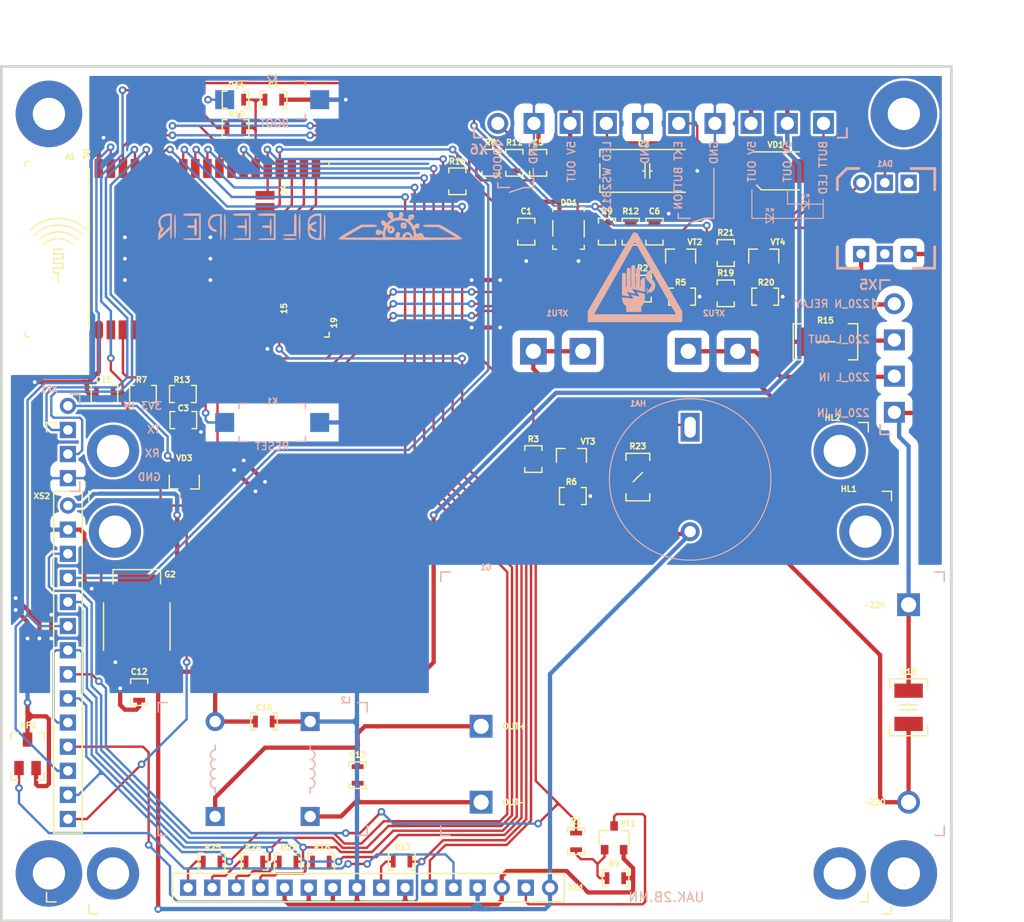
<source format=kicad_pcb>
(kicad_pcb (version 20171130) (host pcbnew "(5.1.2-1)-1")
  (layers (0 F.Cu signal) (31 B.Cu signal) (34 B.Paste user) (35 F.Paste user) (36 B.SilkS user) (37 F.SilkS user) (38 B.Mask user) (39 F.Mask user) (44 Edge.Cuts user))
  (net 0 "")
  (net 1 "Net-(A1-Pad17)")
  (net 2 "Net-(A1-Pad18)")
  (net 3 "Net-(A1-Pad19)")
  (net 4 "Net-(A1-Pad20)")
  (net 5 "Net-(A1-Pad21)")
  (net 6 "Net-(A1-Pad22)")
  (net 7 "Net-(A1-Pad13)")
  (net 8 "Net-(A1-Pad27)")
  (net 9 "Net-(A1-Pad9)")
  (net 10 "Net-(A1-Pad32)")
  (net 11 "Net-(A1-Pad7)")
  (net 12 "Net-(A1-Pad6)")
  (net 13 "Net-(A1-Pad5)")
  (net 14 "Net-(A1-Pad4)")
  (net 15 /220_N)
  (net 16 /220_L)
  (net 17 "Net-(X4-Pad1)")
  (net 18 "Net-(HL1-Pad16)")
  (net 19 "Net-(HL1-Pad3)")
  (net 20 /BOOT_SEL)
  (net 21 /BOOT_UART_RX)
  (net 22 /BOOT_UART_TX)
  (net 23 /EN_RESET)
  (net 24 /3V3)
  (net 25 "Net-(K1-Pad2)")
  (net 26 "Net-(K2-Pad2)")
  (net 27 /MC_OUT_1)
  (net 28 /DOOR_SENSOR)
  (net 29 /BUZZER)
  (net 30 /LCD_DATA_7)
  (net 31 /LCD_DATA_5)
  (net 32 /LCD_E)
  (net 33 /LCD_A0)
  (net 34 /LCD_DATA_4)
  (net 35 /LCD_DATA_6)
  (net 36 /LCD_LED)
  (net 37 /5V)
  (net 38 "Net-(HA1-Pad2)")
  (net 39 /DOOR_1)
  (net 40 /D_OUT_1)
  (net 41 /EXT_BUTTON)
  (net 42 /LED_WS2812)
  (net 43 /LED_OUT)
  (net 44 /BUTT_1)
  (net 45 "Net-(R1-Pad1)")
  (net 46 "Net-(R2-Pad1)")
  (net 47 "Net-(R3-Pad1)")
  (net 48 "Net-(VD3-Pad1)")
  (net 49 "Net-(X1-Pad1)")
  (net 50 "Net-(X2-Pad1)")
  (net 51 "Net-(X3-Pad1)")
  (net 52 /MC_220_OUT)
  (net 53 /220_N_OUT)
  (net 54 "Net-(DA1-Pad3)")
  (net 55 "Net-(R19-Pad1)")
  (net 56 "Net-(DA1-Pad2)")
  (net 57 "Net-(DA1-Pad1)")
  (net 58 "Net-(DA1-Pad5)")
  (net 59 /GND)
  (net 60 "Net-(C13-Pad2)")
  (net 61 /SUPPLY_POWER/5V_NOISE)
  (net 62 /220_L_FU)
  (net 63 /MOSI)
  (net 64 /TOUCH_IRQ)
  (net 65 "Net-(A1-Pad14)")
  (net 66 /220_L_OUT)
  (net 67 "Net-(HL1-Pad4)")
  (net 68 "Net-(HL1-Pad6)")
  (net 69 "Net-(HL1-Pad11)")
  (net 70 "Net-(HL1-Pad12)")
  (net 71 "Net-(HL1-Pad13)")
  (net 72 "Net-(HL1-Pad14)")
  (module N_X:Клеммник_х10_шаг3,81_15EDGRC (layer B.Cu) (at 127.25 56)
    (fp_text reference X6 (at -2 2.75) (layer B.SilkS) (effects (font (thickness 0.2)) (justify mirror)))
    (fp_text value Клеммник_х10)
    (pad 10 thru_hole rect (at 34.29 0) (size 2.2 2.2) (drill 1.4) (layers *.Cu *.Mask) (net 40 /D_OUT_1))
    (pad 9 thru_hole rect (at 30.48 0) (size 2.2 2.2) (drill 1.4) (layers *.Cu *.Mask) (net 37 /5V))
    (pad 8 thru_hole rect (at 26.67 0) (size 2.2 2.2) (drill 1.4) (layers *.Cu *.Mask) (net 37 /5V))
    (pad 7 thru_hole rect (at 22.86 0) (size 2.2 2.2) (drill 1.4) (layers *.Cu *.Mask) (net 59 /GND))
    (pad 6 thru_hole rect (at 19.05 0) (size 2.2 2.2) (drill 1.4) (layers *.Cu *.Mask) (net 44 /BUTT_1))
    (pad 5 thru_hole rect (at 15.24 0) (size 2.2 2.2) (drill 1.4) (layers *.Cu *.Mask) (net 59 /GND))
    (pad 4 thru_hole rect (at 11.43 0) (size 2.2 2.2) (drill 1.4) (layers *.Cu *.Mask) (net 43 /LED_OUT))
    (pad 3 thru_hole rect (at 7.62 0) (size 2.2 2.2) (drill 1.4) (layers *.Cu *.Mask) (net 37 /5V))
    (pad 2 thru_hole rect (at 3.81 0) (size 2.2 2.2) (drill 1.4) (layers *.Cu *.Mask) (net 59 /GND))
    (pad 1 thru_hole circle (at 0 0) (size 2.2 2.2) (drill 1.4) (layers *.Cu *.Mask) (net 39 /DOOR_1))
  )
  (module N_X:Клеммник_х4_шаг3,81_15EDGRC (layer B.Cu) (at 169 75 270)
    (fp_text reference X5 (at -2 2.75 180) (layer B.SilkS) (effects (font (thickness 0.2)) (justify mirror)))
    (fp_text value Клеммник_х4)
    (pad 4 thru_hole rect (at 11.43 0 270) (size 2.2 2.2) (drill 1.4) (layers *.Cu *.Mask) (net 15 /220_N))
    (pad 3 thru_hole rect (at 7.62 0 270) (size 2.2 2.2) (drill 1.4) (layers *.Cu *.Mask) (net 16 /220_L))
    (pad 2 thru_hole rect (at 3.81 0 270) (size 2.2 2.2) (drill 1.4) (layers *.Cu *.Mask) (net 66 /220_L_OUT))
    (pad 1 thru_hole circle (at 0 0 270) (size 2.2 2.2) (drill 1.4) (layers *.Cu *.Mask) (net 53 /220_N_OUT))
  )
  (module N_RLC:Резистор_SMD_0603_0,065_Вт (layer F.Cu) (at 96.25 133.75)
    (fp_text reference R25 (at 1 -1.5) (layer F.SilkS) (effects (font (size 0.6 0.6))))
    (fp_text value Резистор_0,065Вт)
    (pad 2 smd rect (at 1.75 0) (size 0.5 1.25) (layers F.Cu F.Paste F.Mask) (net 30 /LCD_DATA_7) (clearance 0.2))
    (pad 1 smd rect (at 0 0) (size 0.5 1.25) (layers F.Cu F.Paste F.Mask) (net 72 "Net-(HL1-Pad14)") (clearance 0.2))
  )
  (module N_RLC:Резистор_SMD_0603_0,065_Вт (layer F.Cu) (at 100.75 133.75)
    (fp_text reference R24 (at 0.75 -1.5) (layer F.SilkS) (effects (font (size 0.6 0.6))))
    (fp_text value Резистор_0,065Вт)
    (pad 2 smd rect (at 1.75 0) (size 0.5 1.25) (layers F.Cu F.Paste F.Mask) (net 35 /LCD_DATA_6) (clearance 0.2))
    (pad 1 smd rect (at 0 0) (size 0.5 1.25) (layers F.Cu F.Paste F.Mask) (net 71 "Net-(HL1-Pad13)") (clearance 0.2))
  )
  (module N_RLC:Резистор_SMD_0603_0,065_Вт (layer F.Cu) (at 104.25 133.75)
    (fp_text reference R22 (at 1 -1.5) (layer F.SilkS) (effects (font (size 0.6 0.6))))
    (fp_text value Резистор_0,065Вт)
    (pad 2 smd rect (at 1.75 0) (size 0.5 1.25) (layers F.Cu F.Paste F.Mask) (net 31 /LCD_DATA_5) (clearance 0.2))
    (pad 1 smd rect (at 0 0) (size 0.5 1.25) (layers F.Cu F.Paste F.Mask) (net 70 "Net-(HL1-Pad12)") (clearance 0.2))
  )
  (module N_RLC:Резистор_SMD_0603_0,065_Вт (layer F.Cu) (at 107.75 133.75)
    (fp_text reference R18 (at 1 -1.5) (layer F.SilkS) (effects (font (size 0.6 0.6))))
    (fp_text value Резистор_0,065Вт)
    (pad 2 smd rect (at 1.75 0) (size 0.5 1.25) (layers F.Cu F.Paste F.Mask) (net 34 /LCD_DATA_4) (clearance 0.2))
    (pad 1 smd rect (at 0 0) (size 0.5 1.25) (layers F.Cu F.Paste F.Mask) (net 69 "Net-(HL1-Pad11)") (clearance 0.2))
  )
  (module N_RLC:Резистор_SMD_0603_0,065_Вт (layer F.Cu) (at 116.25 133.75)
    (fp_text reference R17 (at 1 -1.5) (layer F.SilkS) (effects (font (size 0.6 0.6))))
    (fp_text value Резистор_0,065Вт)
    (pad 2 smd rect (at 1.75 0) (size 0.5 1.25) (layers F.Cu F.Paste F.Mask) (net 32 /LCD_E) (clearance 0.2))
    (pad 1 smd rect (at 0 0) (size 0.5 1.25) (layers F.Cu F.Paste F.Mask) (net 68 "Net-(HL1-Pad6)") (clearance 0.2))
  )
  (module N_RLC:Резистор_SMD_0603_0,065_Вт (layer F.Cu) (at 123 63 90)
    (fp_text reference R16 (at 3 0 180) (layer F.SilkS) (effects (font (size 0.6 0.6))))
    (fp_text value Резистор_0,065Вт)
    (pad 2 smd rect (at 1.75 0 90) (size 0.5 1.25) (layers F.Cu F.Paste F.Mask) (net 33 /LCD_A0) (clearance 0.2))
    (pad 1 smd rect (at 0 0 90) (size 0.5 1.25) (layers F.Cu F.Paste F.Mask) (net 67 "Net-(HL1-Pad4)") (clearance 0.2))
  )
  (module N_RLC:Резистор_SMD_2010-0,5_Вт (layer F.Cu) (at 159.25 79)
    (fp_text reference R15 (at 2.5 -2.25) (layer F.SilkS) (effects (font (size 0.6 0.6))))
    (fp_text value Резистор_0,5Вт)
    (pad 1 smd rect (at 0 0) (size 1 3) (layers F.Cu F.Paste F.Mask) (net 62 /220_L_FU))
    (pad 2 smd rect (at 5 0) (size 1 3) (layers F.Cu F.Paste F.Mask) (net 66 /220_L_OUT))
  )
  (module N_VD_HL:Зуммер_HPA17F (layer B.Cu) (at 147.5 93.5 90)
    (fp_text reference HA1 (at 8 -5.5 180) (layer B.SilkS) (effects (font (size 0.6 0.6)) (justify mirror)))
    (fp_text value Излучатель_HPA17F)
    (pad 2 thru_hole rect (at 5.5 0 90) (size 3 2) (drill oval 2.2 1.2) (layers *.Cu *.Mask) (net 38 "Net-(HA1-Pad2)"))
    (pad 1 thru_hole circle (at -5.5 0 90) (size 2 2) (drill 1.2) (layers *.Cu *.Mask) (net 37 /5V))
  )
  (module N_VD_HL:TFT_2.8_INCH (layer F.Cu) (at 82 96.25)
    (fp_text reference HL2 (at 80.5 -9.25) (layer F.SilkS) (effects (font (size 0.6 0.6))))
    (fp_text value TFT-дисплей_ST7735_ILI9341)
    (pad 14 thru_hole rect (at 0 33.02) (size 1.7 1.7) (drill 1) (layers *.Cu *.Mask) (net 64 /TOUCH_IRQ))
    (pad 13 thru_hole rect (at 0 30.48) (size 1.7 1.7) (drill 1) (layers *.Cu *.Mask) (net 30 /LCD_DATA_7))
    (pad 12 thru_hole rect (at 0 27.94) (size 1.7 1.7) (drill 1) (layers *.Cu *.Mask) (net 63 /MOSI))
    (pad 11 thru_hole rect (at 0 25.4) (size 1.7 1.7) (drill 1) (layers *.Cu *.Mask) (net 32 /LCD_E))
    (pad 10 thru_hole rect (at 0 22.86) (size 1.7 1.7) (drill 1) (layers *.Cu *.Mask) (net 35 /LCD_DATA_6))
    (pad 9 thru_hole rect (at 0 20.32) (size 1.7 1.7) (drill 1) (layers *.Cu *.Mask) (net 30 /LCD_DATA_7))
    (pad 8 thru_hole rect (at 0 17.78) (size 1.7 1.7) (drill 1) (layers *.Cu *.Mask) (net 36 /LCD_LED))
    (pad 7 thru_hole rect (at 0 15.24) (size 1.7 1.7) (drill 1) (layers *.Cu *.Mask) (net 35 /LCD_DATA_6))
    (pad 6 thru_hole rect (at 0 12.7) (size 1.7 1.7) (drill 1) (layers *.Cu *.Mask) (net 63 /MOSI))
    (pad 5 thru_hole rect (at 0 10.16) (size 1.7 1.7) (drill 1) (layers *.Cu *.Mask) (net 34 /LCD_DATA_4))
    (pad 4 thru_hole rect (at 0 7.62) (size 1.7 1.7) (drill 1) (layers *.Cu *.Mask) (net 33 /LCD_A0))
    (pad 3 thru_hole rect (at 0 5.08) (size 1.7 1.7) (drill 1) (layers *.Cu *.Mask) (net 31 /LCD_DATA_5))
    (pad 2 thru_hole rect (at 0 2.54) (size 1.7 1.7) (drill 1) (layers *.Cu *.Mask) (net 59 /GND))
    (pad 1 thru_hole circle (at 0 0) (size 1.7 1.7) (drill 1) (layers *.Cu *.Mask) (net 37 /5V))
    (pad 0 thru_hole circle (at 4.75 -5.75) (size 5.5 5.5) (drill 3.4) (layers *.Cu *.Mask))
    (pad 0 thru_hole circle (at 81.25 38.75) (size 5.5 5.5) (drill 3.4) (layers *.Cu *.Mask))
    (pad 0 thru_hole circle (at 4.75 38.75) (size 5.5 5.5) (drill 3.4) (layers *.Cu *.Mask))
    (pad 0 thru_hole circle (at 81.25 -5.75) (size 5.5 5.5) (drill 3.4) (layers *.Cu *.Mask))
  )
  (module N_A:ESP32_WROVER_or_WROOM32 (layer F.Cu) (at 85.25 77.75 90)
    (fp_text reference A1 (at 18.25 -3 180) (layer F.SilkS) (effects (font (size 0.6 0.6))))
    (fp_text value модуль_esp32_wrover_OR_wroom32_SMD)
    (fp_text user 24 (at 14.75 19.5 90) (layer F.SilkS) (effects (font (size 0.6 0.6))))
    (fp_text user 15 (at 2.25 19.5 90) (layer F.SilkS) (effects (font (size 0.6 0.6))))
    (fp_text user 19 (at 0.75 24.75 90) (layer F.SilkS) (effects (font (size 0.6 0.6))))
    (fp_text user 38 (at 18.5 -1.25 90) (layer F.SilkS) (effects (font (size 0.6 0.6))))
    (pad 17 smd rect (at 5.29 17.5 90) (size 0.9 2) (layers F.Cu F.Paste F.Mask) (net 1 "Net-(A1-Pad17)"))
    (pad 18 smd rect (at 6.56 17.5 90) (size 0.9 2) (layers F.Cu F.Paste F.Mask) (net 2 "Net-(A1-Pad18)"))
    (pad 16 smd rect (at 4.02 17.5 90) (size 0.9 2) (layers F.Cu F.Paste F.Mask) (net 36 /LCD_LED))
    (pad 19 smd rect (at 7.83 17.5 90) (size 0.9 2) (layers F.Cu F.Paste F.Mask) (net 3 "Net-(A1-Pad19)"))
    (pad 20 smd rect (at 9.1 17.5 90) (size 0.9 2) (layers F.Cu F.Paste F.Mask) (net 4 "Net-(A1-Pad20)"))
    (pad 21 smd rect (at 10.37 17.5 90) (size 0.9 2) (layers F.Cu F.Paste F.Mask) (net 5 "Net-(A1-Pad21)"))
    (pad 15 smd rect (at 2.75 17.5 90) (size 0.9 2) (layers F.Cu F.Paste F.Mask) (net 59 /GND))
    (pad 22 smd rect (at 11.64 17.5 90) (size 0.9 2) (layers F.Cu F.Paste F.Mask) (net 6 "Net-(A1-Pad22)"))
    (pad 23 smd rect (at 12.91 17.5 90) (size 0.9 2) (layers F.Cu F.Paste F.Mask) (net 33 /LCD_A0))
    (pad 24 smd rect (at 14.18 17.5 90) (size 0.9 2) (layers F.Cu F.Paste F.Mask) (net 32 /LCD_E))
    (pad 20 smd rect (at 17 22.86 90) (size 2 0.9) (layers F.Cu F.Paste F.Mask) (net 4 "Net-(A1-Pad20)"))
    (pad 19 smd rect (at 0 22.86 90) (size 2 0.9) (layers F.Cu F.Paste F.Mask) (net 3 "Net-(A1-Pad19)"))
    (pad 21 smd rect (at 17 21.59 90) (size 2 0.9) (layers F.Cu F.Paste F.Mask) (net 5 "Net-(A1-Pad21)"))
    (pad 18 smd rect (at 0 21.59 90) (size 2 0.9) (layers F.Cu F.Paste F.Mask) (net 2 "Net-(A1-Pad18)"))
    (pad 22 smd rect (at 17 20.32 90) (size 2 0.9) (layers F.Cu F.Paste F.Mask) (net 6 "Net-(A1-Pad22)"))
    (pad 17 smd rect (at 0 20.32 90) (size 2 0.9) (layers F.Cu F.Paste F.Mask) (net 1 "Net-(A1-Pad17)"))
    (pad 23 smd rect (at 17 19.05 90) (size 2 0.9) (layers F.Cu F.Paste F.Mask) (net 33 /LCD_A0))
    (pad 16 smd rect (at 0 19.05 90) (size 2 0.9) (layers F.Cu F.Paste F.Mask) (net 36 /LCD_LED))
    (pad 24 smd rect (at 17 17.78 90) (size 2 0.9) (layers F.Cu F.Paste F.Mask) (net 32 /LCD_E))
    (pad 15 smd rect (at 0 17.78 90) (size 2 0.9) (layers F.Cu F.Paste F.Mask) (net 59 /GND))
    (pad 25 smd rect (at 17 16.51 90) (size 2 0.9) (layers F.Cu F.Paste F.Mask) (net 20 /BOOT_SEL))
    (pad 39 smd rect (at 5.75 7.5 90) (size 1.35 1.35) (layers F.Cu F.Paste F.Mask) (net 59 /GND))
    (pad 39 smd rect (at 5.75 5.75 90) (size 1.35 1.35) (layers F.Cu F.Paste F.Mask) (net 59 /GND))
    (pad 39 smd rect (at 5.75 9.25 90) (size 1.35 1.35) (layers F.Cu F.Paste F.Mask) (net 59 /GND))
    (pad 39 smd rect (at 9.25 7.5 90) (size 1.35 1.35) (layers F.Cu F.Paste F.Mask) (net 59 /GND))
    (pad 39 smd rect (at 9.25 5.75 90) (size 1.35 1.35) (layers F.Cu F.Paste F.Mask) (net 59 /GND))
    (pad 39 smd rect (at 9.25 9.25 90) (size 1.35 1.35) (layers F.Cu F.Paste F.Mask) (net 59 /GND))
    (pad 39 smd rect (at 7.5 9.25 90) (size 1.35 1.35) (layers F.Cu F.Paste F.Mask) (net 59 /GND))
    (pad 39 smd rect (at 7.5 5.75 90) (size 1.35 1.35) (layers F.Cu F.Paste F.Mask) (net 59 /GND))
    (pad 39 smd rect (at 7.5 7.5 90) (size 1.35 1.35) (layers F.Cu F.Paste F.Mask) (net 59 /GND))
    (pad 14 smd rect (at 0 16.51 90) (size 2 0.9) (layers F.Cu F.Paste F.Mask) (net 65 "Net-(A1-Pad14)"))
    (pad 26 smd rect (at 17 15.24 90) (size 2 0.9) (layers F.Cu F.Paste F.Mask) (net 34 /LCD_DATA_4))
    (pad 13 smd rect (at 0 15.24 90) (size 2 0.9) (layers F.Cu F.Paste F.Mask) (net 7 "Net-(A1-Pad13)"))
    (pad 27 smd rect (at 17 13.97 90) (size 2 0.9) (layers F.Cu F.Paste F.Mask) (net 8 "Net-(A1-Pad27)"))
    (pad 12 smd rect (at 0 13.97 90) (size 2 0.9) (layers F.Cu F.Paste F.Mask) (net 41 /EXT_BUTTON))
    (pad 28 smd rect (at 17 12.7 90) (size 2 0.9) (layers F.Cu F.Paste F.Mask) (net 28 /DOOR_SENSOR))
    (pad 11 smd rect (at 0 12.7 90) (size 2 0.9) (layers F.Cu F.Paste F.Mask) (net 27 /MC_OUT_1))
    (pad 29 smd rect (at 17 11.43 90) (size 2 0.9) (layers F.Cu F.Paste F.Mask) (net 31 /LCD_DATA_5))
    (pad 10 smd rect (at 0 11.43 90) (size 2 0.9) (layers F.Cu F.Paste F.Mask) (net 52 /MC_220_OUT))
    (pad 30 smd rect (at 17 10.16 90) (size 2 0.9) (layers F.Cu F.Paste F.Mask) (net 35 /LCD_DATA_6))
    (pad 9 smd rect (at 0 10.16 90) (size 2 0.9) (layers F.Cu F.Paste F.Mask) (net 9 "Net-(A1-Pad9)"))
    (pad 31 smd rect (at 17 8.89 90) (size 2 0.9) (layers F.Cu F.Paste F.Mask) (net 30 /LCD_DATA_7))
    (pad 8 smd rect (at 0 8.89 90) (size 2 0.9) (layers F.Cu F.Paste F.Mask) (net 64 /TOUCH_IRQ))
    (pad 32 smd rect (at 17 7.62 90) (size 2 0.9) (layers F.Cu F.Paste F.Mask) (net 10 "Net-(A1-Pad32)"))
    (pad 7 smd rect (at 0 7.62 90) (size 2 0.9) (layers F.Cu F.Paste F.Mask) (net 11 "Net-(A1-Pad7)"))
    (pad 33 smd rect (at 17 6.35 90) (size 2 0.9) (layers F.Cu F.Paste F.Mask) (net 29 /BUZZER))
    (pad 6 smd rect (at 0 6.35 90) (size 2 0.9) (layers F.Cu F.Paste F.Mask) (net 12 "Net-(A1-Pad6)"))
    (pad 34 smd rect (at 17 5.08 90) (size 2 0.9) (layers F.Cu F.Paste F.Mask) (net 21 /BOOT_UART_RX))
    (pad 5 smd rect (at 0 5.08 90) (size 2 0.9) (layers F.Cu F.Paste F.Mask) (net 13 "Net-(A1-Pad5)"))
    (pad 35 smd rect (at 17 3.81 90) (size 2 0.9) (layers F.Cu F.Paste F.Mask) (net 22 /BOOT_UART_TX))
    (pad 4 smd rect (at 0 3.81 90) (size 2 0.9) (layers F.Cu F.Paste F.Mask) (net 14 "Net-(A1-Pad4)"))
    (pad 36 smd rect (at 17 2.54 90) (size 2 0.9) (layers F.Cu F.Paste F.Mask) (net 42 /LED_WS2812))
    (pad 3 smd rect (at 0 2.54 90) (size 2 0.9) (layers F.Cu F.Paste F.Mask) (net 23 /EN_RESET))
    (pad 37 smd rect (at 17 1.27 90) (size 2 0.9) (layers F.Cu F.Paste F.Mask) (net 63 /MOSI))
    (pad 2 smd rect (at 0 1.27 90) (size 2 0.9) (layers F.Cu F.Paste F.Mask) (net 24 /3V3))
    (pad 38 smd rect (at 17 0 90) (size 2 0.9) (layers F.Cu F.Paste F.Mask) (net 59 /GND))
    (pad 1 smd oval (at 0 0 90) (size 2 0.9) (layers F.Cu F.Paste F.Mask) (net 59 /GND))
  )
  (module N_G:Преобразователь_LM2703_SOT-23-5 (layer F.Cu) (at 133.75 68.35)
    (fp_text reference DD1 (at 1 -4) (layer F.SilkS) (effects (font (size 0.6 0.6))))
    (fp_text value Повторитель_M74VHC1GT125)
    (pad 5 smd rect (at 0 -2.6 90) (size 1.1 0.7) (layers F.Cu F.Paste F.Mask) (net 37 /5V))
    (pad 4 smd rect (at 1.9 -2.6 90) (size 1.1 0.7) (layers F.Cu F.Paste F.Mask) (net 43 /LED_OUT))
    (pad 3 smd rect (at 1.9 0 90) (size 1.1 0.7) (layers F.Cu F.Paste F.Mask) (net 59 /GND))
    (pad 2 smd rect (at 0.95 0 90) (size 1.1 0.7) (layers F.Cu F.Paste F.Mask) (net 42 /LED_WS2812))
    (pad 1 smd rect (at 0 0 90) (size 1.1 0.7) (layers F.Cu F.Paste F.Mask) (net 59 /GND))
  )
  (module MOTOR_X:Вилка_СНП389-4ВП32-1-1 (layer B.Cu) (at 82 85.75 270)
    (fp_text reference XP1 (at -1.75 2) (layer B.SilkS) (effects (font (size 0.6 0.6)) (justify mirror)))
    (fp_text value Вилка_WF-4R)
    (pad 4 thru_hole rect (at 7.62 0 270) (size 1.7 1.7) (drill 1) (layers *.Cu *.Mask) (net 59 /GND))
    (pad 3 thru_hole rect (at 5.08 0 270) (size 1.7 1.7) (drill 1) (layers *.Cu *.Mask) (net 21 /BOOT_UART_RX))
    (pad 2 thru_hole rect (at 2.54 0 270) (size 1.7 1.7) (drill 1) (layers *.Cu *.Mask) (net 22 /BOOT_UART_TX))
    (pad 1 thru_hole circle (at 0 0 270) (size 1.7 1.7) (drill 1) (layers *.Cu *.Mask) (net 48 "Net-(VD3-Pad1)"))
  )
  (module N_VD_HL:ЖК_MT-16S2H_2DRL (layer F.Cu) (at 88.45 135)
    (fp_text reference HL1 (at 75.75 -40.5) (layer F.SilkS) (effects (font (size 0.6 0.6))))
    (fp_text value Жидкокристалический_индикатор_MT-16S2H-2KLW)
    (pad 15 thru_hole oval (at 44.3 1.5) (size 1.7 1.7) (drill 1) (layers *.Cu *.Mask) (net 37 /5V) (clearance 0.2))
    (pad 16 thru_hole rect (at 41.76 1.5) (size 1.7 1.7) (drill 1) (layers *.Cu *.Mask) (net 18 "Net-(HL1-Pad16)") (clearance 0.2))
    (pad 1 thru_hole circle (at 39.22 1.5) (size 1.7 1.7) (drill 1) (layers *.Cu *.Mask) (net 59 /GND) (clearance 0.2))
    (pad 2 thru_hole rect (at 36.68 1.5) (size 1.7 1.7) (drill 1) (layers *.Cu *.Mask) (net 37 /5V) (clearance 0.2))
    (pad 3 thru_hole rect (at 34.14 1.5) (size 1.7 1.7) (drill 1) (layers *.Cu *.Mask) (net 19 "Net-(HL1-Pad3)") (clearance 0.2))
    (pad 4 thru_hole rect (at 31.6 1.5) (size 1.7 1.7) (drill 1) (layers *.Cu *.Mask) (net 67 "Net-(HL1-Pad4)") (clearance 0.2))
    (pad 5 thru_hole rect (at 29.06 1.5) (size 1.7 1.7) (drill 1) (layers *.Cu *.Mask) (net 59 /GND) (clearance 0.2))
    (pad 6 thru_hole rect (at 26.52 1.5) (size 1.7 1.7) (drill 1) (layers *.Cu *.Mask) (net 68 "Net-(HL1-Pad6)") (clearance 0.2))
    (pad 7 thru_hole rect (at 23.98 1.5) (size 1.7 1.7) (drill 1) (layers *.Cu *.Mask) (net 59 /GND) (clearance 0.2))
    (pad 8 thru_hole rect (at 21.44 1.5) (size 1.7 1.7) (drill 1) (layers *.Cu *.Mask) (net 59 /GND) (clearance 0.2))
    (pad 9 thru_hole rect (at 18.9 1.5) (size 1.7 1.7) (drill 1) (layers *.Cu *.Mask) (net 59 /GND) (clearance 0.2))
    (pad 10 thru_hole rect (at 16.36 1.5) (size 1.7 1.7) (drill 1) (layers *.Cu *.Mask) (net 59 /GND) (clearance 0.2))
    (pad 11 thru_hole rect (at 13.82 1.5) (size 1.7 1.7) (drill 1) (layers *.Cu *.Mask) (net 69 "Net-(HL1-Pad11)") (clearance 0.2))
    (pad 12 thru_hole rect (at 11.28 1.5) (size 1.7 1.7) (drill 1) (layers *.Cu *.Mask) (net 70 "Net-(HL1-Pad12)") (clearance 0.2))
    (pad 13 thru_hole rect (at 8.74 1.5) (size 1.7 1.7) (drill 1) (layers *.Cu *.Mask) (net 71 "Net-(HL1-Pad13)") (clearance 0.2))
    (pad 14 thru_hole rect (at 6.2 1.5) (size 1.7 1.7) (drill 1) (layers *.Cu *.Mask) (net 72 "Net-(HL1-Pad14)") (clearance 0.2))
    (pad 0 thru_hole circle (at -1.5 -36) (size 5.5 5.5) (drill 3.4) (layers *.Cu *.Mask) (clearance 0.2))
    (pad 0 thru_hole circle (at 77.5 -36) (size 5.5 5.5) (drill 3.4) (layers *.Cu *.Mask) (clearance 0.2))
  )
  (module N_RLC:Резистор_SMD_1206-0,25_Вт (layer F.Cu) (at 142 95 90)
    (fp_text reference R23 (at 5 0 180) (layer F.SilkS) (effects (font (size 0.6 0.6))))
    (fp_text value Резистор_0,25Вт)
    (pad 2 smd rect (at 3.5 0 90) (size 1 2) (layers F.Cu F.Paste F.Mask) (net 38 "Net-(HA1-Pad2)"))
    (pad 1 smd rect (at 0 0 90) (size 1 2) (layers F.Cu F.Paste F.Mask) (net 37 /5V))
  )
  (module N_ICO:danger_220 (layer B.Cu) (at 141.7 72.2 180)
    (fp_text reference D2 hide)
    (fp_text value LOGO hide)
  )
  (module N_X:Держатель_5х20 (layer B.Cu) (at 152.5 80 180)
    (fp_text reference XFU2 (at 2.5 4) (layer B.SilkS) (effects (font (size 0.6 0.6)) (justify mirror)))
    (fp_text value Держатель_предохранителя_KLS5-266)
    (pad 1 thru_hole rect (at 5.2 0 180) (size 2.8 2.8) (drill 1.6) (layers *.Cu *.Mask) (net 16 /220_L))
    (pad 1 thru_hole rect (at 0 0 180) (size 2.8 2.8) (drill 1.6) (layers *.Cu *.Mask) (net 16 /220_L))
  )
  (module N_X:Держатель_5х20 (layer B.Cu) (at 131 80)
    (fp_text reference XFU1 (at 2.5 -4) (layer B.SilkS) (effects (font (size 0.6 0.6)) (justify mirror)))
    (fp_text value Держатель_предохранителя_KLS5-266)
    (pad 1 thru_hole rect (at 5.2 0) (size 2.8 2.8) (drill 1.6) (layers *.Cu *.Mask) (net 62 /220_L_FU))
    (pad 1 thru_hole rect (at 0 0) (size 2.8 2.8) (drill 1.6) (layers *.Cu *.Mask) (net 62 /220_L_FU))
  )
  (module N_G:AC-DC_IRM-20-12 (layer B.Cu) (at 170.5 127.5 180)
    (fp_text reference G1 (at 44.5 24.75) (layer B.SilkS) (effects (font (size 0.6 0.6)) (justify mirror)))
    (fp_text value AC-DC-преобразователь_IRM-15-5)
    (fp_text user ~~220 (at 3.5 0 180) (layer F.SilkS) (effects (font (size 0.6 0.6))))
    (fp_text user ~~220 (at 3.5 20.75 180) (layer F.SilkS) (effects (font (size 0.6 0.6))))
    (fp_text user OUT- (at 41.5 0) (layer F.SilkS) (effects (font (size 0.6 0.6))))
    (fp_text user OUT+ (at 41.5 8) (layer F.SilkS) (effects (font (size 0.6 0.6))))
    (pad +V thru_hole rect (at 45 8 180) (size 2.4 2.4) (drill 1.6) (layers *.Cu *.Mask) (net 61 /SUPPLY_POWER/5V_NOISE))
    (pad -V thru_hole rect (at 45 0 180) (size 2.4 2.4) (drill 1.6) (layers *.Cu *.Mask) (net 60 "Net-(C13-Pad2)"))
    (pad N thru_hole rect (at 0 20.8 180) (size 2.4 2.4) (drill 1.6) (layers *.Cu *.Mask) (net 15 /220_N))
    (pad L thru_hole circle (at 0 0 180) (size 2.4 2.4) (drill 1.6) (layers *.Cu *.Mask) (net 62 /220_L_FU))
  )
  (module N_ICO:bleeper_4x33 (layer B.Cu) (at 107.5 66.75 180)
    (fp_text reference D1 hide)
    (fp_text value LOGO hide)
  )
  (module N_DD:DIP6 (layer B.Cu) (at 165.5 62.25 270)
    (fp_text reference DA1 (at -2 -2.5 180) (layer B.SilkS) (effects (font (size 0.6 0.6)) (justify mirror)))
    (fp_text value МОП-реле_КР293КП1Б)
    (pad 1 thru_hole circle (at 0 0 270) (size 1.7 1.7) (drill 1) (layers *.Cu *.Paste *.Mask) (net 57 "Net-(DA1-Pad1)"))
    (pad 2 thru_hole rect (at 0 -2.5 270) (size 1.7 1.7) (drill 1) (layers *.Cu *.Paste *.Mask) (net 56 "Net-(DA1-Pad2)"))
    (pad 3 thru_hole rect (at 0 -5 270) (size 1.7 1.7) (drill 1) (layers *.Cu *.Paste *.Mask) (net 54 "Net-(DA1-Pad3)"))
    (pad 4 thru_hole rect (at 7.5 -5 270) (size 1.7 1.7) (drill 1) (layers *.Cu *.Paste *.Mask) (net 15 /220_N))
    (pad 5 thru_hole rect (at 7.5 -2.5 270) (size 1.7 1.7) (drill 1) (layers *.Cu *.Paste *.Mask) (net 58 "Net-(DA1-Pad5)"))
    (pad 6 thru_hole rect (at 7.5 0 270) (size 1.7 1.7) (drill 1) (layers *.Cu *.Paste *.Mask) (net 53 /220_N_OUT))
  )
  (module MOTOR_VD_VT_HL:Корпус_КТ-46 (layer F.Cu) (at 155.25 70 90)
    (fp_text reference VT4 (at 1.5 1.5 180) (layer F.SilkS) (effects (font (size 0.6 0.6))))
    (fp_text value Транзистор_полевой_N-канальный_IRLML6344TR)
    (pad 3 smd rect (at 1.25 0 90) (size 1 0.8) (layers F.Cu F.Paste F.Mask) (net 57 "Net-(DA1-Pad1)"))
    (pad 2 smd rect (at -1.25 1 90) (size 1 0.8) (layers F.Cu F.Paste F.Mask) (net 59 /GND))
    (pad 1 smd rect (at -1.25 -1 90) (size 1 0.8) (layers F.Cu F.Paste F.Mask) (net 55 "Net-(R19-Pad1)"))
  )
  (module N_RLC:Резистор_SMD_0603_0,065_Вт (layer F.Cu) (at 151.25 68.75 270)
    (fp_text reference R21 (at -1.25 0 180) (layer F.SilkS) (effects (font (size 0.6 0.6))))
    (fp_text value Резистор_0,065Вт)
    (pad 2 smd rect (at 1.75 0 270) (size 0.5 1.25) (layers F.Cu F.Paste F.Mask) (net 24 /3V3) (clearance 0.2))
    (pad 1 smd rect (at 0 0 270) (size 0.5 1.25) (layers F.Cu F.Paste F.Mask) (net 56 "Net-(DA1-Pad2)") (clearance 0.2))
  )
  (module N_RLC:Резистор_SMD_0603_0,065_Вт (layer F.Cu) (at 154.5 74.25)
    (fp_text reference R20 (at 1 -1.5) (layer F.SilkS) (effects (font (size 0.6 0.6))))
    (fp_text value Резистор_0,065Вт)
    (pad 2 smd rect (at 1.75 0) (size 0.5 1.25) (layers F.Cu F.Paste F.Mask) (net 59 /GND) (clearance 0.2))
    (pad 1 smd rect (at 0 0) (size 0.5 1.25) (layers F.Cu F.Paste F.Mask) (net 55 "Net-(R19-Pad1)") (clearance 0.2))
  )
  (module N_RLC:Резистор_SMD_0603_0,065_Вт (layer F.Cu) (at 151.25 73 270)
    (fp_text reference R19 (at -1.25 0 180) (layer F.SilkS) (effects (font (size 0.6 0.6))))
    (fp_text value Резистор_0,065Вт)
    (pad 2 smd rect (at 1.75 0 270) (size 0.5 1.25) (layers F.Cu F.Paste F.Mask) (net 52 /MC_220_OUT) (clearance 0.2))
    (pad 1 smd rect (at 0 0 270) (size 0.5 1.25) (layers F.Cu F.Paste F.Mask) (net 55 "Net-(R19-Pad1)") (clearance 0.2))
  )
  (module N_RLC:Резистор_SMD_0603_0,065_Вт (layer F.Cu) (at 141.25 66.5 270)
    (fp_text reference R12 (at -1.25 0 180) (layer F.SilkS) (effects (font (size 0.6 0.6))))
    (fp_text value Резистор_0,065Вт)
    (pad 2 smd rect (at 1.75 0 270) (size 0.5 1.25) (layers F.Cu F.Paste F.Mask) (net 41 /EXT_BUTTON) (clearance 0.2))
    (pad 1 smd rect (at 0 0 270) (size 0.5 1.25) (layers F.Cu F.Paste F.Mask) (net 44 /BUTT_1) (clearance 0.2))
  )
  (module N_RLC:Резистор_SMD_0603_0,065_Вт (layer F.Cu) (at 138.75 66.5 270)
    (fp_text reference R9 (at -1.25 0 180) (layer F.SilkS) (effects (font (size 0.6 0.6))))
    (fp_text value Резистор_0,065Вт)
    (pad 2 smd rect (at 1.75 0 270) (size 0.5 1.25) (layers F.Cu F.Paste F.Mask) (net 41 /EXT_BUTTON) (clearance 0.2))
    (pad 1 smd rect (at 0 0 270) (size 0.5 1.25) (layers F.Cu F.Paste F.Mask) (net 24 /3V3) (clearance 0.2))
  )
  (module N_RLC:Конденсатор_SMD_0603 (layer F.Cu) (at 143.75 66.5 270)
    (fp_text reference C6 (at -1.25 0 180) (layer F.SilkS) (effects (font (size 0.6 0.6))))
    (fp_text value Конденсатор_керамический)
    (pad 2 smd rect (at 1.75 0 270) (size 0.5 1.25) (layers F.Cu F.Paste F.Mask) (net 41 /EXT_BUTTON) (clearance 0.2))
    (pad 1 smd rect (at 0 0 270) (size 0.5 1.25) (layers F.Cu F.Paste F.Mask) (net 59 /GND) (clearance 0.2))
  )
  (module MOTOR_RLC:Конденсатор_тантал_SMD_m7343 (layer F.Cu) (at 139.25 61)
    (fp_text reference C2 (at 3.349999 -2.850001) (layer F.SilkS) (effects (font (size 0.6 0.6))))
    (fp_text value Конденсатор_К53-56А-32В-22_мкФ+-10проц.)
    (pad 2 smd rect (at 7.25 0) (size 1.5 3.5) (layers F.Cu F.Paste F.Mask) (net 59 /GND))
    (pad 1 smd rect (at 0 0) (size 1.5 3.5) (layers F.Cu F.Paste F.Mask) (net 37 /5V))
  )
  (module N_RLC:Конденсатор_SMD_0603 (layer F.Cu) (at 130.25 66.5 270)
    (fp_text reference C1 (at -1.25 0 180) (layer F.SilkS) (effects (font (size 0.6 0.6))))
    (fp_text value Конденсатор_керамический)
    (pad 2 smd rect (at 1.75 0 270) (size 0.5 1.25) (layers F.Cu F.Paste F.Mask) (net 59 /GND) (clearance 0.2))
    (pad 1 smd rect (at 0 0 270) (size 0.5 1.25) (layers F.Cu F.Paste F.Mask) (net 37 /5V) (clearance 0.2))
  )
  (module MOTOR_VD_VT_HL:Корпус_КТ-46 (layer F.Cu) (at 135 91 90)
    (fp_text reference VT3 (at 1.5 1.75 180) (layer F.SilkS) (effects (font (size 0.6 0.6))))
    (fp_text value Транзистор_полевой_N-канальный_IRLML6344TR)
    (pad 3 smd rect (at 1.25 0 90) (size 1 0.8) (layers F.Cu F.Paste F.Mask) (net 38 "Net-(HA1-Pad2)"))
    (pad 2 smd rect (at -1.25 1 90) (size 1 0.8) (layers F.Cu F.Paste F.Mask) (net 59 /GND))
    (pad 1 smd rect (at -1.25 -1 90) (size 1 0.8) (layers F.Cu F.Paste F.Mask) (net 47 "Net-(R3-Pad1)"))
  )
  (module MOTOR_VD_VT_HL:Корпус_КТ-46 (layer F.Cu) (at 146.5 70 90)
    (fp_text reference VT2 (at 1.5 1.5 180) (layer F.SilkS) (effects (font (size 0.6 0.6))))
    (fp_text value Транзистор_полевой_N-канальный_IRLML6344TR)
    (pad 3 smd rect (at 1.25 0 90) (size 1 0.8) (layers F.Cu F.Paste F.Mask) (net 40 /D_OUT_1))
    (pad 2 smd rect (at -1.25 1 90) (size 1 0.8) (layers F.Cu F.Paste F.Mask) (net 59 /GND))
    (pad 1 smd rect (at -1.25 -1 90) (size 1 0.8) (layers F.Cu F.Paste F.Mask) (net 46 "Net-(R2-Pad1)"))
  )
  (module MOTOR_VD_VT_HL:Корпус_КТ-46 (layer F.Cu) (at 139.5 131.25 90)
    (fp_text reference VT1 (at 1.5 1.5 180) (layer F.SilkS) (effects (font (size 0.6 0.6))))
    (fp_text value Транзистор_полевой_N-канальный_IRLML6344TR)
    (pad 3 smd rect (at 1.25 0 90) (size 1 0.8) (layers F.Cu F.Paste F.Mask) (net 18 "Net-(HL1-Pad16)"))
    (pad 2 smd rect (at -1.25 1 90) (size 1 0.8) (layers F.Cu F.Paste F.Mask) (net 59 /GND))
    (pad 1 smd rect (at -1.25 -1 90) (size 1 0.8) (layers F.Cu F.Paste F.Mask) (net 45 "Net-(R1-Pad1)"))
  )
  (module N_VD_HL:Диод_SMB (layer F.Cu) (at 159 61 180)
    (fp_text reference VD1 (at 2.5 2.75) (layer F.SilkS) (effects (font (size 0.6 0.6))))
    (fp_text value Диод_шоттки_SK16)
    (pad 2 smd rect (at 5 0 270) (size 2.5 2) (layers F.Cu F.Paste F.Mask) (net 37 /5V))
    (pad 1 smd rect (at -0.25 0 270) (size 2.5 2) (layers F.Cu F.Paste F.Mask) (net 40 /D_OUT_1))
  )
  (module MOTOR_IMPORT_OTK:резистор_подстроечный_PVZ3A334 (layer F.Cu) (at 77.75 122.4)
    (fp_text reference RP1 (at 0.1 -3) (layer F.SilkS) (effects (font (size 0.6 0.6))))
    (fp_text value Резистор_подстроечный_PVA3A103)
    (pad 2 smd rect (at 0 -1.5) (size 1 1.5) (layers F.Cu F.Paste F.Mask) (net 59 /GND))
    (pad 1 smd rect (at -0.9 1.5) (size 1 1.5) (layers F.Cu F.Paste F.Mask) (net 19 "Net-(HL1-Pad3)"))
    (pad 3 smd rect (at 0.9 1.5) (size 1 1.5) (layers F.Cu F.Paste F.Mask) (net 59 /GND))
  )
  (module N_RLC:Резистор_SMD_0603_0,065_Вт (layer F.Cu) (at 129 59.25 270)
    (fp_text reference R11 (at -1.25 0 180) (layer F.SilkS) (effects (font (size 0.6 0.6))))
    (fp_text value Резистор_0,065Вт)
    (pad 2 smd rect (at 1.75 0 270) (size 0.5 1.25) (layers F.Cu F.Paste F.Mask) (net 28 /DOOR_SENSOR) (clearance 0.2))
    (pad 1 smd rect (at 0 0 270) (size 0.5 1.25) (layers F.Cu F.Paste F.Mask) (net 39 /DOOR_1) (clearance 0.2))
  )
  (module N_RLC:Резистор_SMD_0603_0,065_Вт (layer F.Cu) (at 126.5 59.25 270)
    (fp_text reference R8 (at -1.25 0 180) (layer F.SilkS) (effects (font (size 0.6 0.6))))
    (fp_text value Резистор_0,065Вт)
    (pad 2 smd rect (at 1.75 0 270) (size 0.5 1.25) (layers F.Cu F.Paste F.Mask) (net 28 /DOOR_SENSOR) (clearance 0.2))
    (pad 1 smd rect (at 0 0 270) (size 0.5 1.25) (layers F.Cu F.Paste F.Mask) (net 24 /3V3) (clearance 0.2))
  )
  (module N_RLC:Резистор_SMD_0603_0,065_Вт (layer F.Cu) (at 134.25 95.25)
    (fp_text reference R6 (at 0.75 -1.5) (layer F.SilkS) (effects (font (size 0.6 0.6))))
    (fp_text value Резистор_0,065Вт)
    (pad 2 smd rect (at 1.75 0) (size 0.5 1.25) (layers F.Cu F.Paste F.Mask) (net 59 /GND) (clearance 0.2))
    (pad 1 smd rect (at 0 0) (size 0.5 1.25) (layers F.Cu F.Paste F.Mask) (net 47 "Net-(R3-Pad1)") (clearance 0.2))
  )
  (module N_RLC:Резистор_SMD_0603_0,065_Вт (layer F.Cu) (at 145.75 74.25)
    (fp_text reference R5 (at 0.75 -1.5) (layer F.SilkS) (effects (font (size 0.6 0.6))))
    (fp_text value Резистор_0,065Вт)
    (pad 2 smd rect (at 1.75 0) (size 0.5 1.25) (layers F.Cu F.Paste F.Mask) (net 59 /GND) (clearance 0.2))
    (pad 1 smd rect (at 0 0) (size 0.5 1.25) (layers F.Cu F.Paste F.Mask) (net 46 "Net-(R2-Pad1)") (clearance 0.2))
  )
  (module N_RLC:Резистор_SMD_0603_0,065_Вт (layer F.Cu) (at 138.75 135.5)
    (fp_text reference R4 (at 0.75 -1.5) (layer F.SilkS) (effects (font (size 0.6 0.6))))
    (fp_text value Резистор_0,065Вт)
    (pad 2 smd rect (at 1.75 0) (size 0.5 1.25) (layers F.Cu F.Paste F.Mask) (net 59 /GND) (clearance 0.2))
    (pad 1 smd rect (at 0 0) (size 0.5 1.25) (layers F.Cu F.Paste F.Mask) (net 45 "Net-(R1-Pad1)") (clearance 0.2))
  )
  (module N_RLC:Резистор_SMD_0603_0,065_Вт (layer F.Cu) (at 131 92.25 90)
    (fp_text reference R3 (at 3 0 180) (layer F.SilkS) (effects (font (size 0.6 0.6))))
    (fp_text value Резистор_0,065Вт)
    (pad 2 smd rect (at 1.75 0 90) (size 0.5 1.25) (layers F.Cu F.Paste F.Mask) (net 29 /BUZZER) (clearance 0.2))
    (pad 1 smd rect (at 0 0 90) (size 0.5 1.25) (layers F.Cu F.Paste F.Mask) (net 47 "Net-(R3-Pad1)") (clearance 0.2))
  )
  (module N_RLC:Резистор_SMD_0603_0,065_Вт (layer F.Cu) (at 142.5 72.5 270)
    (fp_text reference R2 (at -1.25 0 180) (layer F.SilkS) (effects (font (size 0.6 0.6))))
    (fp_text value Резистор_0,065Вт)
    (pad 2 smd rect (at 1.75 0 270) (size 0.5 1.25) (layers F.Cu F.Paste F.Mask) (net 27 /MC_OUT_1) (clearance 0.2))
    (pad 1 smd rect (at 0 0 270) (size 0.5 1.25) (layers F.Cu F.Paste F.Mask) (net 46 "Net-(R2-Pad1)") (clearance 0.2))
  )
  (module N_RLC:Резистор_SMD_0603_0,065_Вт (layer F.Cu) (at 135.5 132.5 90)
    (fp_text reference R1 (at 3 0 180) (layer F.SilkS) (effects (font (size 0.6 0.6))))
    (fp_text value Резистор_0,065Вт)
    (pad 2 smd rect (at 1.75 0 90) (size 0.5 1.25) (layers F.Cu F.Paste F.Mask) (net 36 /LCD_LED) (clearance 0.2))
    (pad 1 smd rect (at 0 0 90) (size 0.5 1.25) (layers F.Cu F.Paste F.Mask) (net 45 "Net-(R1-Pad1)") (clearance 0.2))
  )
  (module N_RLC:Конденсатор_SMD_0603 (layer F.Cu) (at 131.5 59.25 270)
    (fp_text reference C5 (at -1.25 0 180) (layer F.SilkS) (effects (font (size 0.6 0.6))))
    (fp_text value Конденсатор_керамический)
    (pad 2 smd rect (at 1.75 0 270) (size 0.5 1.25) (layers F.Cu F.Paste F.Mask) (net 28 /DOOR_SENSOR) (clearance 0.2))
    (pad 1 smd rect (at 0 0 270) (size 0.5 1.25) (layers F.Cu F.Paste F.Mask) (net 59 /GND) (clearance 0.2))
  )
  (module N_RLC:Конденсатор_SMD_0603 (layer F.Cu) (at 102.75 53.5)
    (fp_text reference C4 (at 0.9 -1.5) (layer F.SilkS) (effects (font (size 0.6 0.6))))
    (fp_text value Конденсатор_керамический)
    (pad 2 smd rect (at 1.75 0) (size 0.5 1.25) (layers F.Cu F.Paste F.Mask) (net 59 /GND) (clearance 0.2))
    (pad 1 smd rect (at 0 0) (size 0.5 1.25) (layers F.Cu F.Paste F.Mask) (net 20 /BOOT_SEL) (clearance 0.2))
  )
  (module N_RLC:Конденсатор_SMD_0603 (layer F.Cu) (at 93.25 87.25)
    (fp_text reference C3 (at 0.9 -1.25) (layer F.SilkS) (effects (font (size 0.6 0.6))))
    (fp_text value Конденсатор_керамический)
    (pad 2 smd rect (at 1.75 0) (size 0.5 1.25) (layers F.Cu F.Paste F.Mask) (net 59 /GND) (clearance 0.2))
    (pad 1 smd rect (at 0 0) (size 0.5 1.25) (layers F.Cu F.Paste F.Mask) (net 23 /EN_RESET) (clearance 0.2))
  )
  (module MOTOR_VD_VT_HL:Корпус_КТ-46 (layer F.Cu) (at 94.25 93.75 270)
    (fp_text reference VD3 (at -2.5 0 180) (layer F.SilkS) (effects (font (size 0.6 0.6))))
    (fp_text value Набор_диодов_BAR43CFILM)
    (pad 3 smd rect (at 1.25 0 270) (size 1 0.8) (layers F.Cu F.Paste F.Mask) (net 24 /3V3))
    (pad 2 smd rect (at -1.25 1 270) (size 1 0.8) (layers F.Cu F.Paste F.Mask) (net 48 "Net-(VD3-Pad1)"))
    (pad 1 smd rect (at -1.25 -1 270) (size 1 0.8) (layers F.Cu F.Paste F.Mask) (net 48 "Net-(VD3-Pad1)"))
  )
  (module N_RLC:Резистор_SMD_0603_0,065_Вт (layer F.Cu) (at 98.75 53.5)
    (fp_text reference R14 (at 1 -1.5) (layer F.SilkS) (effects (font (size 0.6 0.6))))
    (fp_text value Резистор_0,065Вт)
    (pad 2 smd rect (at 1.75 0) (size 0.5 1.25) (layers F.Cu F.Paste F.Mask) (net 20 /BOOT_SEL) (clearance 0.2))
    (pad 1 smd rect (at 0 0) (size 0.5 1.25) (layers F.Cu F.Paste F.Mask) (net 26 "Net-(K2-Pad2)") (clearance 0.2))
  )
  (module N_RLC:Резистор_SMD_0603_0,065_Вт (layer F.Cu) (at 95 84.5 180)
    (fp_text reference R13 (at 1 1.5) (layer F.SilkS) (effects (font (size 0.6 0.6))))
    (fp_text value Резистор_0,065Вт)
    (pad 2 smd rect (at 1.75 0 180) (size 0.5 1.25) (layers F.Cu F.Paste F.Mask) (net 23 /EN_RESET) (clearance 0.2))
    (pad 1 smd rect (at 0 0 180) (size 0.5 1.25) (layers F.Cu F.Paste F.Mask) (net 25 "Net-(K1-Pad2)") (clearance 0.2))
  )
  (module N_RLC:Резистор_SMD_0603_0,065_Вт (layer F.Cu) (at 98.75 56.5)
    (fp_text reference R10 (at 1 -1.5) (layer F.SilkS) (effects (font (size 0.6 0.6))))
    (fp_text value Резистор_0,065Вт)
    (pad 2 smd rect (at 1.75 0) (size 0.5 1.25) (layers F.Cu F.Paste F.Mask) (net 20 /BOOT_SEL) (clearance 0.2))
    (pad 1 smd rect (at 0 0) (size 0.5 1.25) (layers F.Cu F.Paste F.Mask) (net 24 /3V3) (clearance 0.2))
  )
  (module N_RLC:Резистор_SMD_0603_0,065_Вт (layer F.Cu) (at 89 84.5)
    (fp_text reference R7 (at 0.75 -1.5) (layer F.SilkS) (effects (font (size 0.6 0.6))))
    (fp_text value Резистор_0,065Вт)
    (pad 2 smd rect (at 1.75 0) (size 0.5 1.25) (layers F.Cu F.Paste F.Mask) (net 23 /EN_RESET) (clearance 0.2))
    (pad 1 smd rect (at 0 0) (size 0.5 1.25) (layers F.Cu F.Paste F.Mask) (net 24 /3V3) (clearance 0.2))
  )
  (module N_X:Кнопка_FSMSM (layer B.Cu) (at 108.5 53.5 180)
    (fp_text reference K2 (at 5 2.25) (layer B.SilkS) (effects (font (size 0.6 0.6)) (justify mirror)))
    (fp_text value Кнопка_FSMSM)
    (pad 2 smd rect (at 10 0 180) (size 2 2) (layers B.Cu B.Paste B.Mask) (net 26 "Net-(K2-Pad2)"))
    (pad 1 smd rect (at 0 0 180) (size 2 2) (layers B.Cu B.Paste B.Mask) (net 59 /GND))
  )
  (module N_X:Кнопка_FSMSM (layer B.Cu) (at 108.5 87.5 180)
    (fp_text reference K1 (at 5 2.25) (layer B.SilkS) (effects (font (size 0.6 0.6)) (justify mirror)))
    (fp_text value Кнопка_FSMSM)
    (pad 2 smd rect (at 10 0 180) (size 2 2) (layers B.Cu B.Paste B.Mask) (net 25 "Net-(K1-Pad2)"))
    (pad 1 smd rect (at 0 0 180) (size 2 2) (layers B.Cu B.Paste B.Mask) (net 59 /GND))
  )
  (module MOTOR_ICO:Крепежное_Отверстие_под_М3 (layer F.Cu) (at 80 135)
    (fp_text reference X4 hide)
    (fp_text value Крепежное_отверстие_М3 hide)
    (pad 1 thru_hole circle (at 0 0) (size 7 7) (drill 3.4) (layers *.Cu *.Mask) (net 17 "Net-(X4-Pad1)"))
  )
  (module MOTOR_ICO:Крепежное_Отверстие_под_М3 (layer F.Cu) (at 170 55)
    (fp_text reference X2 hide)
    (fp_text value Крепежное_отверстие_М3 hide)
    (pad 1 thru_hole circle (at 0 0) (size 7 7) (drill 3.4) (layers *.Cu *.Mask) (net 50 "Net-(X2-Pad1)"))
  )
  (module MOTOR_ICO:Крепежное_Отверстие_под_М3 (layer F.Cu) (at 170 135)
    (fp_text reference X3 hide)
    (fp_text value Крепежное_отверстие_М3 hide)
    (pad 1 thru_hole circle (at 0 0) (size 7 7) (drill 3.4) (layers *.Cu *.Mask) (net 51 "Net-(X3-Pad1)"))
  )
  (module MOTOR_ICO:Крепежное_Отверстие_под_М3 (layer F.Cu) (at 80 55)
    (fp_text reference X1 hide)
    (fp_text value Крепежное_отверстие_М3 hide)
    (pad 1 thru_hole circle (at 0 0) (size 7 7) (drill 3.4) (layers *.Cu *.Mask) (net 49 "Net-(X1-Pad1)"))
  )
  (module N_RLC:Дроссель_B82731 (layer B.Cu) (at 97.5 119)
    (fp_text reference L2 (at 13.75 -2.25) (layer B.SilkS) (effects (font (size 0.6 0.6)) (justify mirror)))
    (fp_text value Дроссель_B82731-T2132-A20_2х6.8мГн_1.3А_250В)
    (pad 1 thru_hole circle (at 0 0) (size 2 2) (drill 1.2) (layers *.Cu *.Mask) (net 37 /5V))
    (pad 3 thru_hole rect (at 10 0) (size 2 2) (drill 1.2) (layers *.Cu *.Mask) (net 59 /GND))
    (pad 4 thru_hole rect (at 10 10) (size 2 2) (drill 1.2) (layers *.Cu *.Mask) (net 60 "Net-(C13-Pad2)"))
    (pad 6 thru_hole rect (at 0 10) (size 2 2) (drill 1.2) (layers *.Cu *.Mask) (net 61 /SUPPLY_POWER/5V_NOISE))
  )
  (module N_VD_HL:Транзистор_NPN_SOT223 (layer F.Cu) (at 89.25 107)
    (fp_text reference G2 (at 3.5 -3.5) (layer F.SilkS) (effects (font (size 0.6 0.6))))
    (fp_text value стабилизатор_нерегулируемый_LM1117GS-3.3)
    (pad 4 smd rect (at 0 -2.5) (size 4 2) (layers F.Cu F.Paste F.Mask) (clearance 0.2))
    (pad 2 smd rect (at 0 3.75) (size 1.5 2) (layers F.Cu F.Paste F.Mask) (net 24 /3V3) (clearance 0.2))
    (pad 1 smd rect (at -2.25 3.75) (size 1.5 2) (layers F.Cu F.Paste F.Mask) (net 59 /GND) (clearance 0.2))
    (pad 3 smd rect (at 2.25 3.75) (size 1.5 2) (layers F.Cu F.Paste F.Mask) (net 37 /5V) (clearance 0.2))
  )
  (module N_RLC:Конденсатор_SMD_0603 (layer F.Cu) (at 86.75 84.5 180)
    (fp_text reference C15 (at 1 1.5) (layer F.SilkS) (effects (font (size 0.6 0.6))))
    (fp_text value Конденсатор_керамический)
    (pad 2 smd rect (at 1.75 0 180) (size 0.5 1.25) (layers F.Cu F.Paste F.Mask) (net 59 /GND) (clearance 0.2))
    (pad 1 smd rect (at 0 0 180) (size 0.5 1.25) (layers F.Cu F.Paste F.Mask) (net 24 /3V3) (clearance 0.2))
  )
  (module N_RLC:Конденсатор_SMD_0603 (layer F.Cu) (at 101.75 119)
    (fp_text reference C16 (at 0.9 -1.5) (layer F.SilkS) (effects (font (size 0.6 0.6))))
    (fp_text value Конденсатор_керамический)
    (pad 2 smd rect (at 1.75 0) (size 0.5 1.25) (layers F.Cu F.Paste F.Mask) (net 59 /GND) (clearance 0.2))
    (pad 1 smd rect (at 0 0) (size 0.5 1.25) (layers F.Cu F.Paste F.Mask) (net 37 /5V) (clearance 0.2))
  )
  (module N_RLC:Конденсатор_SMD_0603 (layer F.Cu) (at 89.5 115 270)
    (fp_text reference C12 (at -1.25 0 180) (layer F.SilkS) (effects (font (size 0.6 0.6))))
    (fp_text value Конденсатор_керамический)
    (pad 2 smd rect (at 1.75 0 270) (size 0.5 1.25) (layers F.Cu F.Paste F.Mask) (net 59 /GND) (clearance 0.2))
    (pad 1 smd rect (at 0 0 270) (size 0.5 1.25) (layers F.Cu F.Paste F.Mask) (net 37 /5V) (clearance 0.2))
  )
  (module N_RLC:Конденсатор_SMD_0603 (layer F.Cu) (at 112.5 123.75 270)
    (fp_text reference C13 (at -1.25 0 180) (layer F.SilkS) (effects (font (size 0.6 0.6))))
    (fp_text value Конденсатор_керамический)
    (pad 2 smd rect (at 1.75 0 270) (size 0.5 1.25) (layers F.Cu F.Paste F.Mask) (net 60 "Net-(C13-Pad2)") (clearance 0.2))
    (pad 1 smd rect (at 0 0 270) (size 0.5 1.25) (layers F.Cu F.Paste F.Mask) (net 61 /SUPPLY_POWER/5V_NOISE) (clearance 0.2))
  )
  (module N_RLC:Конденсатор_SMD_1210 (layer F.Cu) (at 170.5 119.25 90)
    (fp_text reference C10 (at 5.5 0) (layer F.SilkS) (effects (font (size 0.6 0.6))))
    (fp_text value Конденсатор_керамический)
    (pad 2 smd rect (at 3.5 0 90) (size 1.5 3) (layers F.Cu F.Paste F.Mask) (net 15 /220_N) (clearance 0.2))
    (pad 1 smd rect (at 0 0 90) (size 1.5 3) (layers F.Cu F.Paste F.Mask) (net 62 /220_L_FU) (clearance 0.2))
  )
  (gr_line (start 80.5 130.75) (end 80.5 94.75) (layer F.SilkS) (width 0.15))
  (gr_line (start 83.5 130.75) (end 80.5 130.75) (layer F.SilkS) (width 0.15))
  (gr_line (start 83.5 94.75) (end 83.5 130.75) (layer F.SilkS) (width 0.15))
  (gr_line (start 80.5 94.75) (end 83.5 94.75) (layer F.SilkS) (width 0.15))
  (gr_line (start 93 135) (end 134.25 135) (layer F.SilkS) (width 0.15))
  (gr_line (start 93 138) (end 93 135) (layer F.SilkS) (width 0.15))
  (gr_line (start 134.25 138) (end 93 138) (layer F.SilkS) (width 0.15))
  (gr_line (start 134.25 135) (end 134.25 138) (layer F.SilkS) (width 0.15))
  (gr_text XS2 (at 79.25 95.25) (layer F.SilkS) (effects (font (size 0.6 0.6))))
  (gr_text XS1 (at 135.5 136.5) (layer F.SilkS) (effects (font (size 0.6 0.6))))
  (gr_line (start 155.5 65.5) (end 155.5 66.5) (layer B.SilkS) (width 0.12))
  (gr_line (start 156.25 65.5) (end 156.25 66.5) (layer B.SilkS) (width 0.12))
  (gr_line (start 156.25 66) (end 155.5 65.5) (layer B.SilkS) (width 0.12))
  (gr_line (start 161.5 66) (end 161.5 65) (layer B.SilkS) (width 0.12))
  (gr_line (start 156.25 65) (end 156.25 65.25) (layer B.SilkS) (width 0.12))
  (gr_line (start 155.75 65) (end 155.75 65.25) (layer B.SilkS) (width 0.12))
  (gr_line (start 155.75 65) (end 155.5 65) (layer B.SilkS) (width 0.12))
  (gr_line (start 155.5 65.25) (end 155.75 65) (layer B.SilkS) (width 0.12))
  (gr_line (start 156.25 65) (end 156 65) (layer B.SilkS) (width 0.12))
  (gr_line (start 156 65.25) (end 156.25 65) (layer B.SilkS) (width 0.12))
  (gr_line (start 154 66) (end 161.5 66) (layer B.SilkS) (width 0.12))
  (gr_line (start 155.5 66.5) (end 156.25 66) (layer B.SilkS) (width 0.12))
  (gr_line (start 154 66) (end 154 63) (layer B.SilkS) (width 0.12))
  (gr_line (start 157.75 64.5) (end 157.75 63) (layer B.SilkS) (width 0.12))
  (gr_line (start 161.5 65) (end 161.5 64) (layer B.SilkS) (width 0.12))
  (gr_line (start 159.5 63.5) (end 159.5 63.75) (layer B.SilkS) (width 0.12))
  (gr_line (start 159.5 63.5) (end 159.25 63.5) (layer B.SilkS) (width 0.12))
  (gr_line (start 159.25 63.75) (end 159.5 63.5) (layer B.SilkS) (width 0.12))
  (gr_line (start 160 63.5) (end 160 63.75) (layer B.SilkS) (width 0.12))
  (gr_line (start 160 63.5) (end 159.75 63.5) (layer B.SilkS) (width 0.12))
  (gr_line (start 159.75 63.75) (end 160 63.5) (layer B.SilkS) (width 0.12))
  (gr_line (start 157.75 64.5) (end 161.5 64.5) (layer B.SilkS) (width 0.12))
  (gr_line (start 160 64) (end 160 65) (layer B.SilkS) (width 0.12))
  (gr_line (start 160 64.5) (end 159.25 64) (layer B.SilkS) (width 0.12))
  (gr_line (start 159.25 65) (end 160 64.5) (layer B.SilkS) (width 0.12))
  (gr_line (start 159.25 64) (end 159.25 65) (layer B.SilkS) (width 0.12))
  (gr_line (start 150 66) (end 149 66) (layer B.SilkS) (width 0.15))
  (gr_line (start 149 66) (end 147.5 66.5) (layer B.SilkS) (width 0.15))
  (gr_line (start 150 60.75) (end 150 66) (layer B.SilkS) (width 0.15))
  (gr_line (start 146.25 65.5) (end 146.25 66) (layer B.SilkS) (width 0.15))
  (gr_line (start 146.25 66) (end 147.5 66) (layer B.SilkS) (width 0.15))
  (gr_line (start 130 62.75) (end 128.5 63.25) (layer B.SilkS) (width 0.15))
  (gr_line (start 131 62.75) (end 130 62.75) (layer B.SilkS) (width 0.15))
  (gr_line (start 131 60.75) (end 131 62.75) (layer B.SilkS) (width 0.15))
  (gr_line (start 127.25 62.75) (end 128.5 62.75) (layer B.SilkS) (width 0.15))
  (gr_line (start 127.25 62.25) (end 127.25 62.75) (layer B.SilkS) (width 0.15))
  (gr_text RX (at 90 90.75) (layer B.SilkS) (effects (font (size 0.8 0.8)) (justify right mirror)))
  (gr_text TX (at 90.25 88.25) (layer B.SilkS) (effects (font (size 0.8 0.8)) (justify right mirror)))
  (gr_text "3V3 IN" (at 87.75 85.75) (layer B.SilkS) (effects (font (size 0.8 0.8)) (justify right mirror)))
  (gr_text GND (at 89.25 93.25) (layer B.SilkS) (effects (font (size 0.8 0.8)) (justify right mirror)))
  (gr_text "220_N IN" (at 166.5 86.5) (layer B.SilkS) (effects (font (size 0.8 0.8)) (justify left mirror)))
  (gr_text "220_L IN" (at 166.5 82.75) (layer B.SilkS) (effects (font (size 0.8 0.8)) (justify left mirror)))
  (gr_text "220_L OUT" (at 166.5 78.75) (layer B.SilkS) (effects (font (size 0.8 0.8)) (justify left mirror)))
  (gr_text "220_N RELAY" (at 166.5 75) (layer B.SilkS) (effects (font (size 0.8 0.8)) (justify left mirror)))
  (gr_text "BUTT LED" (at 161.5 57.75 90) (layer B.SilkS) (effects (font (size 0.8 0.8)) (justify left mirror)))
  (gr_text "5V OUT" (at 157.75 57.75 90) (layer B.SilkS) (effects (font (size 0.8 0.8)) (justify left mirror)))
  (gr_text "5V OUT" (at 154 57.75 90) (layer B.SilkS) (effects (font (size 0.8 0.8)) (justify left mirror)))
  (gr_text "EXT BUTTON" (at 146.25 57.75 90) (layer B.SilkS) (effects (font (size 0.8 0.8)) (justify left mirror)))
  (gr_text "5V OUT" (at 135 57.75 90) (layer B.SilkS) (effects (font (size 0.8 0.8)) (justify left mirror)))
  (gr_text GND (at 150 57.75 90) (layer B.SilkS) (effects (font (size 0.8 0.8)) (justify left mirror)))
  (gr_text GND (at 142.75 57.75 90) (layer B.SilkS) (effects (font (size 0.8 0.8)) (justify left mirror)))
  (gr_text "LED WS2812" (at 138.75 57.75 90) (layer B.SilkS) (effects (font (size 0.8 0.8)) (justify left mirror)))
  (gr_text DOOR (at 127.25 58.5 90) (layer B.SilkS) (effects (font (size 0.8 0.8)) (justify left mirror)))
  (gr_text GND (at 131 57.75 90) (layer B.SilkS) (effects (font (size 0.8 0.8)) (justify left mirror)))
  (gr_text BOOT (at 103.75 56) (layer B.SilkS) (effects (font (size 0.8 0.8)) (justify mirror)))
  (gr_text RESET (at 103.5 90) (layer B.SilkS) (effects (font (size 0.8 0.8)) (justify mirror)))
  (gr_text UAK.2B.MN (at 145 137.5) (layer B.SilkS) (effects (font (size 1 1)) (justify mirror)))
  (gr_line (start 75 140) (end 75 50) (layer Edge.Cuts) (width 0.3))
  (gr_line (start 175 140) (end 75 140) (layer Edge.Cuts) (width 0.3))
  (gr_line (start 175 50) (end 175 140) (layer Edge.Cuts) (width 0.3))
  (gr_line (start 75 50) (end 175 50) (layer Edge.Cuts) (width 0.3))
  (segment (start 105.57 77.75) (end 105.57 74.07) (width 0.25) (layer F.Cu) (net 1))
  (segment (start 105.57 74.07) (end 104 72.5) (width 0.25) (layer F.Cu) (net 1))
  (segment (start 104 72.5) (end 102.75 72.5) (width 0.25) (layer F.Cu) (net 1))
  (segment (start 106.84 74.03) (end 106.84 75.16) (width 0.25) (layer F.Cu) (net 2))
  (segment (start 104 71.19) (end 106.84 74.03) (width 0.25) (layer F.Cu) (net 2))
  (segment (start 102.75 71.19) (end 104 71.19) (width 0.25) (layer F.Cu) (net 2))
  (segment (start 106.84 75.16) (end 106.84 74.09) (width 0.25) (layer F.Cu) (net 2))
  (segment (start 106.84 77.75) (end 106.84 75.16) (width 0.25) (layer F.Cu) (net 2))
  (segment (start 102.75 69.92) (end 104 69.92) (width 0.25) (layer F.Cu) (net 3))
  (segment (start 104 69.92) (end 108.11 74.03) (width 0.25) (layer F.Cu) (net 3))
  (segment (start 108.11 74.03) (end 108.11 74.11) (width 0.25) (layer F.Cu) (net 3))
  (segment (start 108.11 77.75) (end 108.11 74.11) (width 0.25) (layer F.Cu) (net 3))
  (segment (start 104 68.65) (end 108.11 64.54) (width 0.25) (layer F.Cu) (net 4))
  (segment (start 102.75 68.65) (end 104 68.65) (width 0.25) (layer F.Cu) (net 4))
  (segment (start 108.11 64.54) (end 108.11 63.39) (width 0.25) (layer F.Cu) (net 4))
  (segment (start 108.11 60.75) (end 108.11 63.39) (width 0.25) (layer F.Cu) (net 4))
  (segment (start 106.84 64.54) (end 106.84 63.84) (width 0.25) (layer F.Cu) (net 5))
  (segment (start 102.75 67.38) (end 104 67.38) (width 0.25) (layer F.Cu) (net 5))
  (segment (start 104 67.38) (end 106.84 64.54) (width 0.25) (layer F.Cu) (net 5))
  (segment (start 106.84 60.75) (end 106.84 63.84) (width 0.25) (layer F.Cu) (net 5))
  (segment (start 104 66.11) (end 105.57 64.54) (width 0.25) (layer F.Cu) (net 6))
  (segment (start 102.75 66.11) (end 104 66.11) (width 0.25) (layer F.Cu) (net 6))
  (segment (start 105.57 64.54) (end 105.57 63.57) (width 0.25) (layer F.Cu) (net 6))
  (segment (start 105.57 60.75) (end 105.57 63.57) (width 0.25) (layer F.Cu) (net 6))
  (segment (start 170.5 90) (end 170.5 106.7) (width 0.45) (layer B.Cu) (net 15))
  (segment (start 170.5 108.35) (end 170.5 115.75) (width 0.45) (layer F.Cu) (net 15))
  (segment (start 170.5 106.7) (end 170.5 108.35) (width 0.45) (layer F.Cu) (net 15))
  (segment (start 173.25 78.75) (end 173.25 70.5) (width 0.45) (layer F.Cu) (net 15))
  (segment (start 173.25 78) (end 173.25 78.75) (width 0.45) (layer F.Cu) (net 15))
  (segment (start 172.5 69.75) (end 170.5 69.75) (width 0.45) (layer F.Cu) (net 15))
  (segment (start 173.25 70.5) (end 172.5 69.75) (width 0.45) (layer F.Cu) (net 15))
  (segment (start 172.75 86.5) (end 173.25 86) (width 0.45) (layer F.Cu) (net 15))
  (segment (start 169.5 86.5) (end 172.75 86.5) (width 0.45) (layer F.Cu) (net 15))
  (segment (start 173.25 78.75) (end 173.25 86) (width 0.45) (layer F.Cu) (net 15))
  (segment (start 170.5 90) (end 169.5 89) (width 0.45) (layer B.Cu) (net 15))
  (segment (start 169.5 89) (end 169.5 86.75) (width 0.45) (layer B.Cu) (net 15))
  (segment (start 149.15 80) (end 152.5 80) (width 0.45) (layer F.Cu) (net 16))
  (segment (start 147.3 80) (end 149.15 80) (width 0.45) (layer F.Cu) (net 16))
  (segment (start 152.5 80) (end 154.35 80) (width 0.45) (layer F.Cu) (net 16))
  (segment (start 169.5 82.69) (end 157.04 82.69) (width 0.45) (layer F.Cu) (net 16))
  (segment (start 157.04 82.69) (end 156.55 82.2) (width 0.45) (layer F.Cu) (net 16))
  (segment (start 154.35 80) (end 156.55 82.2) (width 0.45) (layer F.Cu) (net 16))
  (segment (start 139.5 130) (end 139.5 129) (width 0.25) (layer F.Cu) (net 18))
  (segment (start 139.5 129) (end 139.75 128.75) (width 0.25) (layer F.Cu) (net 18))
  (segment (start 139.75 128.75) (end 142.5 128.75) (width 0.25) (layer F.Cu) (net 18))
  (segment (start 142.5 128.75) (end 142.75 129) (width 0.25) (layer F.Cu) (net 18))
  (segment (start 142.75 129) (end 142.75 138) (width 0.25) (layer F.Cu) (net 18))
  (segment (start 142.5 138.25) (end 142.75 138) (width 0.25) (layer F.Cu) (net 18))
  (segment (start 139.75 138.25) (end 142.5 138.25) (width 0.25) (layer F.Cu) (net 18))
  (segment (start 140.5 138.25) (end 139.75 138.25) (width 0.25) (layer F.Cu) (net 18))
  (segment (start 130.21 137.96) (end 130.5 138.25) (width 0.25) (layer F.Cu) (net 18))
  (segment (start 130.21 136.5) (end 130.21 137.96) (width 0.25) (layer F.Cu) (net 18))
  (segment (start 139.75 138.25) (end 130.5 138.25) (width 0.25) (layer F.Cu) (net 18))
  (via (at 76.85 126) (size 0.8) (drill 0.4) (layers F.Cu B.Cu) (net 19))
  (segment (start 76.85 123.9) (end 76.85 126) (width 0.25) (layer F.Cu) (net 19))
  (via (at 111.5 134) (size 0.8) (drill 0.4) (layers F.Cu B.Cu) (net 19))
  (via (at 113.5 134) (size 0.8) (drill 0.4) (layers F.Cu B.Cu) (net 19))
  (segment (start 111.5 134) (end 113.5 134) (width 0.25) (layer F.Cu) (net 19))
  (segment (start 114.5 133) (end 113.5 134) (width 0.25) (layer B.Cu) (net 19))
  (segment (start 121.75 133) (end 114.5 133) (width 0.25) (layer B.Cu) (net 19))
  (segment (start 122.59 133.84) (end 121.75 133) (width 0.25) (layer B.Cu) (net 19))
  (segment (start 122.59 136.5) (end 122.59 133.84) (width 0.25) (layer B.Cu) (net 19))
  (segment (start 80 130.75) (end 76.85 127.6) (width 0.25) (layer B.Cu) (net 19))
  (segment (start 90.5 130.75) (end 80 130.75) (width 0.25) (layer B.Cu) (net 19))
  (segment (start 76.85 127.6) (end 76.85 126) (width 0.25) (layer B.Cu) (net 19))
  (segment (start 94.225001 134.475001) (end 90.5 130.75) (width 0.25) (layer B.Cu) (net 19))
  (segment (start 110.848001 134.475001) (end 94.225001 134.475001) (width 0.25) (layer B.Cu) (net 19))
  (segment (start 111.323002 134) (end 110.848001 134.475001) (width 0.25) (layer B.Cu) (net 19))
  (segment (start 111.5 134) (end 111.323002 134) (width 0.25) (layer B.Cu) (net 19))
  (segment (start 101.5 53.5) (end 100.75 53.5) (width 0.25) (layer F.Cu) (net 20))
  (segment (start 101.76 53.76) (end 101.5 53.5) (width 0.25) (layer F.Cu) (net 20))
  (segment (start 102.02 53.5) (end 101.76 53.76) (width 0.25) (layer F.Cu) (net 20))
  (segment (start 102.75 53.5) (end 102.02 53.5) (width 0.25) (layer F.Cu) (net 20))
  (segment (start 101.5 53.5) (end 102.02 53.5) (width 0.25) (layer F.Cu) (net 20))
  (segment (start 101.52 56.5) (end 101.76 56.26) (width 0.25) (layer F.Cu) (net 20))
  (segment (start 100.5 56.5) (end 101.52 56.5) (width 0.25) (layer F.Cu) (net 20))
  (segment (start 101.76 56.26) (end 101.76 53.76) (width 0.25) (layer F.Cu) (net 20))
  (segment (start 101.76 56.74) (end 101.52 56.5) (width 0.25) (layer F.Cu) (net 20))
  (segment (start 101.76 56.76) (end 101.76 56.74) (width 0.25) (layer F.Cu) (net 20))
  (segment (start 101.76 56.76) (end 101.76 56.26) (width 0.25) (layer F.Cu) (net 20))
  (segment (start 101.76 60.75) (end 101.76 56.76) (width 0.25) (layer F.Cu) (net 20))
  (segment (start 90.33 58.83) (end 90.25 58.75) (width 0.25) (layer F.Cu) (net 21))
  (via (at 90.25 58.75) (size 0.8) (drill 0.4) (layers F.Cu B.Cu) (net 21))
  (segment (start 90.33 60.75) (end 90.33 58.83) (width 0.25) (layer F.Cu) (net 21))
  (segment (start 86.5 62.5) (end 90.25 58.75) (width 0.25) (layer B.Cu) (net 21))
  (segment (start 86.5 74) (end 86.5 62.5) (width 0.25) (layer B.Cu) (net 21))
  (segment (start 88.75 76.25) (end 86.5 74) (width 0.25) (layer B.Cu) (net 21))
  (segment (start 80.75 84.25) (end 87.5 84.25) (width 0.25) (layer B.Cu) (net 21))
  (segment (start 80.25 86.75) (end 80.25 84.75) (width 0.25) (layer B.Cu) (net 21))
  (segment (start 82 90.83) (end 83.1 90.83) (width 0.25) (layer B.Cu) (net 21))
  (segment (start 83.1 90.83) (end 83.5 90.43) (width 0.25) (layer B.Cu) (net 21))
  (segment (start 88.75 83) (end 88.75 76.25) (width 0.25) (layer B.Cu) (net 21))
  (segment (start 83.5 90.43) (end 83.5 87.25) (width 0.25) (layer B.Cu) (net 21))
  (segment (start 83.5 87.25) (end 83.25 87) (width 0.25) (layer B.Cu) (net 21))
  (segment (start 87.5 84.25) (end 88.75 83) (width 0.25) (layer B.Cu) (net 21))
  (segment (start 83.25 87) (end 80.5 87) (width 0.25) (layer B.Cu) (net 21))
  (segment (start 80.25 84.75) (end 80.75 84.25) (width 0.25) (layer B.Cu) (net 21))
  (segment (start 80.5 87) (end 80.25 86.75) (width 0.25) (layer B.Cu) (net 21))
  (via (at 89 58.75) (size 0.8) (drill 0.4) (layers F.Cu B.Cu) (net 22))
  (segment (start 89.06 58.81) (end 89 58.75) (width 0.25) (layer F.Cu) (net 22))
  (segment (start 89.06 60.75) (end 89.06 58.81) (width 0.25) (layer F.Cu) (net 22))
  (segment (start 86 74.25) (end 86 61.75) (width 0.25) (layer B.Cu) (net 22))
  (segment (start 88.25 82.75) (end 88.25 76.5) (width 0.25) (layer B.Cu) (net 22))
  (segment (start 88.25 76.5) (end 86 74.25) (width 0.25) (layer B.Cu) (net 22))
  (segment (start 82 88.29) (end 80.29 88.29) (width 0.25) (layer B.Cu) (net 22))
  (segment (start 79.75 87.75) (end 79.75 84.5) (width 0.25) (layer B.Cu) (net 22))
  (segment (start 79.75 84.5) (end 80.45001 83.79999) (width 0.25) (layer B.Cu) (net 22))
  (segment (start 86 61.75) (end 89 58.75) (width 0.25) (layer B.Cu) (net 22))
  (segment (start 80.45001 83.79999) (end 87.20001 83.79999) (width 0.25) (layer B.Cu) (net 22))
  (segment (start 80.29 88.29) (end 79.75 87.75) (width 0.25) (layer B.Cu) (net 22))
  (segment (start 87.20001 83.79999) (end 88.25 82.75) (width 0.25) (layer B.Cu) (net 22))
  (segment (start 87.79 77.75) (end 87.79 82.29) (width 0.25) (layer F.Cu) (net 23))
  (segment (start 87.79 82.29) (end 88.25 82.75) (width 0.25) (layer F.Cu) (net 23))
  (segment (start 88.25 82.75) (end 91.25 82.75) (width 0.25) (layer F.Cu) (net 23))
  (segment (start 91.25 82.75) (end 92 83.5) (width 0.25) (layer F.Cu) (net 23))
  (segment (start 92 84.25) (end 91.75 84.5) (width 0.25) (layer F.Cu) (net 23))
  (segment (start 92 83.5) (end 92 84.25) (width 0.25) (layer F.Cu) (net 23))
  (segment (start 90.75 84.5) (end 91.75 84.5) (width 0.25) (layer F.Cu) (net 23))
  (segment (start 92.25 84.5) (end 92 84.25) (width 0.25) (layer F.Cu) (net 23))
  (segment (start 92.25 84.5) (end 93.25 84.5) (width 0.25) (layer F.Cu) (net 23))
  (segment (start 92 84.5) (end 92.25 84.5) (width 0.25) (layer F.Cu) (net 23))
  (segment (start 91.75 84.5) (end 92 84.5) (width 0.25) (layer F.Cu) (net 23))
  (segment (start 92.25 87.25) (end 93.25 87.25) (width 0.25) (layer F.Cu) (net 23))
  (segment (start 92 87) (end 92.25 87.25) (width 0.25) (layer F.Cu) (net 23))
  (segment (start 92 84.75) (end 91.75 84.5) (width 0.25) (layer F.Cu) (net 23))
  (segment (start 92 85) (end 92 84.75) (width 0.25) (layer F.Cu) (net 23))
  (segment (start 92 85) (end 92 87) (width 0.25) (layer F.Cu) (net 23))
  (segment (start 92 84.5) (end 92 85) (width 0.25) (layer F.Cu) (net 23))
  (segment (start 92 84.75) (end 92.25 84.5) (width 0.25) (layer F.Cu) (net 23))
  (segment (start 87.75 84.25) (end 87.5 84.5) (width 0.25) (layer F.Cu) (net 24))
  (segment (start 87.5 84.5) (end 86.75 84.5) (width 0.25) (layer F.Cu) (net 24))
  (segment (start 87.5 84.5) (end 87.75 84.75) (width 0.25) (layer F.Cu) (net 24))
  (segment (start 88 84.5) (end 87.75 84.25) (width 0.25) (layer F.Cu) (net 24))
  (segment (start 89 84.5) (end 88 84.5) (width 0.25) (layer F.Cu) (net 24))
  (segment (start 87.75 84.5) (end 87.875 84.625) (width 0.25) (layer F.Cu) (net 24))
  (segment (start 87.75 84.25) (end 87.75 84.5) (width 0.25) (layer F.Cu) (net 24))
  (segment (start 87.75 84.75) (end 87.875 84.625) (width 0.25) (layer F.Cu) (net 24))
  (segment (start 87.875 84.625) (end 88 84.5) (width 0.25) (layer F.Cu) (net 24))
  (segment (start 98.75 56.5) (end 97.75 56.5) (width 0.25) (layer F.Cu) (net 24))
  (segment (start 97.75 56.5) (end 93.75 52.5) (width 0.25) (layer F.Cu) (net 24))
  (segment (start 93.75 52.5) (end 94.5 51.75) (width 0.25) (layer F.Cu) (net 24))
  (via (at 137.5 64.75) (size 0.8) (drill 0.4) (layers F.Cu B.Cu) (net 24))
  (segment (start 91.75 97.75) (end 91.75 97.5) (width 0.25) (layer F.Cu) (net 24))
  (segment (start 87.75 85.5) (end 87.75 84.75) (width 0.25) (layer F.Cu) (net 24))
  (segment (start 91.75 89.5) (end 87.75 85.5) (width 0.25) (layer F.Cu) (net 24))
  (segment (start 94.25 95) (end 94.25 96) (width 0.25) (layer F.Cu) (net 24))
  (segment (start 94.25 96) (end 94 96.25) (width 0.25) (layer F.Cu) (net 24))
  (segment (start 92 96.25) (end 91.75 96) (width 0.25) (layer F.Cu) (net 24))
  (segment (start 94 96.25) (end 92 96.25) (width 0.25) (layer F.Cu) (net 24))
  (segment (start 91.75 96) (end 91.75 89.5) (width 0.25) (layer F.Cu) (net 24))
  (segment (start 91.75 96.5) (end 92 96.25) (width 0.25) (layer F.Cu) (net 24))
  (segment (start 91.75 96.75) (end 91.75 96.5) (width 0.25) (layer F.Cu) (net 24))
  (segment (start 91.75 96.75) (end 91.75 96) (width 0.25) (layer F.Cu) (net 24))
  (segment (start 91.75 97.75) (end 91.75 96.75) (width 0.25) (layer F.Cu) (net 24))
  (segment (start 88.75 102.5) (end 91.75 99.5) (width 0.25) (layer F.Cu) (net 24))
  (segment (start 86.5 102.5) (end 88.75 102.5) (width 0.25) (layer F.Cu) (net 24))
  (segment (start 91.75 99.5) (end 91.75 97.75) (width 0.25) (layer F.Cu) (net 24))
  (segment (start 89.25 112.5) (end 88 113.75) (width 0.25) (layer F.Cu) (net 24))
  (segment (start 89.25 110.75) (end 89.25 112.5) (width 0.25) (layer F.Cu) (net 24))
  (segment (start 88 113.75) (end 86 113.75) (width 0.25) (layer F.Cu) (net 24))
  (segment (start 86 113.75) (end 85.5 113.25) (width 0.25) (layer F.Cu) (net 24))
  (segment (start 85.5 113.25) (end 85.5 103.5) (width 0.25) (layer F.Cu) (net 24))
  (segment (start 85.5 103.5) (end 86.5 102.5) (width 0.25) (layer F.Cu) (net 24))
  (via (at 87.75 52.5) (size 0.8) (drill 0.4) (layers F.Cu B.Cu) (net 24))
  (segment (start 88.25 52.5) (end 93.75 52.5) (width 0.25) (layer F.Cu) (net 24))
  (segment (start 87.75 52.5) (end 88.25 52.5) (width 0.25) (layer F.Cu) (net 24))
  (segment (start 86.52 77.75) (end 86.52 80.73) (width 0.25) (layer F.Cu) (net 24))
  (via (at 86.52 80.73) (size 0.8) (drill 0.4) (layers F.Cu B.Cu) (net 24))
  (segment (start 87.75 83.25) (end 87.75 84.25) (width 0.25) (layer F.Cu) (net 24))
  (segment (start 86.52 82.02) (end 87.75 83.25) (width 0.25) (layer F.Cu) (net 24))
  (segment (start 86.52 80.73) (end 86.52 82.02) (width 0.25) (layer F.Cu) (net 24))
  (segment (start 86.52 75.77) (end 86.52 80.73) (width 0.25) (layer B.Cu) (net 24))
  (segment (start 85.5 74.75) (end 86.52 75.77) (width 0.25) (layer B.Cu) (net 24))
  (segment (start 85.5 61.5) (end 85.5 74.75) (width 0.25) (layer B.Cu) (net 24))
  (segment (start 87.75 59.25) (end 85.5 61.5) (width 0.25) (layer B.Cu) (net 24))
  (segment (start 87.75 52.5) (end 87.75 59.25) (width 0.25) (layer B.Cu) (net 24))
  (segment (start 138.5 64.75) (end 137.5 64.75) (width 0.25) (layer F.Cu) (net 24))
  (segment (start 138.75 66.5) (end 138.75 65) (width 0.25) (layer F.Cu) (net 24))
  (segment (start 138.75 65) (end 138.5 64.75) (width 0.25) (layer F.Cu) (net 24))
  (via (at 124.75 56.25) (size 0.8) (drill 0.4) (layers F.Cu B.Cu) (net 24))
  (segment (start 133.25 64.75) (end 124.75 56.25) (width 0.25) (layer B.Cu) (net 24))
  (segment (start 137.5 64.75) (end 133.25 64.75) (width 0.25) (layer B.Cu) (net 24))
  (segment (start 126.5 58) (end 124.75 56.25) (width 0.25) (layer F.Cu) (net 24))
  (segment (start 126.5 59.25) (end 126.5 58) (width 0.25) (layer F.Cu) (net 24))
  (segment (start 124.75 52.5) (end 124 51.75) (width 0.25) (layer F.Cu) (net 24))
  (segment (start 124.75 56.25) (end 124.75 52.5) (width 0.25) (layer F.Cu) (net 24))
  (segment (start 94.5 51.75) (end 124 51.75) (width 0.25) (layer F.Cu) (net 24))
  (segment (start 139.5 66.75) (end 137.5 64.75) (width 0.25) (layer B.Cu) (net 24))
  (segment (start 149.25 66.75) (end 139.5 66.75) (width 0.25) (layer B.Cu) (net 24))
  (via (at 149.25 66.75) (size 0.8) (drill 0.4) (layers F.Cu B.Cu) (net 24))
  (segment (start 151 71.5) (end 151.25 71.25) (width 0.25) (layer F.Cu) (net 24))
  (segment (start 149.25 71.25) (end 149.5 71.5) (width 0.25) (layer F.Cu) (net 24))
  (segment (start 151.25 71.25) (end 151.25 70.5) (width 0.25) (layer F.Cu) (net 24))
  (segment (start 149.5 71.5) (end 151 71.5) (width 0.25) (layer F.Cu) (net 24))
  (segment (start 149.25 66.75) (end 149.25 71.25) (width 0.25) (layer F.Cu) (net 24))
  (segment (start 98.5 87.5) (end 96.75 87.5) (width 0.25) (layer B.Cu) (net 25))
  (segment (start 96.75 87.5) (end 96.5 87.25) (width 0.25) (layer B.Cu) (net 25))
  (via (at 96.5 86.5) (size 0.8) (drill 0.4) (layers F.Cu B.Cu) (net 25))
  (segment (start 96.5 87.25) (end 96.5 86.5) (width 0.25) (layer B.Cu) (net 25))
  (segment (start 95 84.5) (end 96 84.5) (width 0.25) (layer F.Cu) (net 25))
  (segment (start 96.5 85) (end 96.5 86.5) (width 0.25) (layer F.Cu) (net 25))
  (segment (start 96 84.5) (end 96.5 85) (width 0.25) (layer F.Cu) (net 25))
  (via (at 96.75 53.5) (size 0.8) (drill 0.4) (layers F.Cu B.Cu) (net 26))
  (segment (start 98.75 53.5) (end 96.75 53.5) (width 0.25) (layer F.Cu) (net 26))
  (segment (start 98.5 53.5) (end 96.75 53.5) (width 0.25) (layer B.Cu) (net 26))
  (via (at 116.25 75) (size 0.8) (drill 0.4) (layers F.Cu B.Cu) (net 27))
  (via (at 124.5 75) (size 0.8) (drill 0.4) (layers F.Cu B.Cu) (net 27))
  (segment (start 116.25 75) (end 124.5 75) (width 0.25) (layer B.Cu) (net 27))
  (segment (start 97.95 80.3) (end 97.95 77.75) (width 0.25) (layer F.Cu) (net 27))
  (segment (start 99.15 81.5) (end 97.95 80.3) (width 0.25) (layer F.Cu) (net 27))
  (segment (start 109.75 81.5) (end 99.15 81.5) (width 0.25) (layer F.Cu) (net 27))
  (segment (start 116.25 75) (end 109.75 81.5) (width 0.25) (layer F.Cu) (net 27))
  (segment (start 142.25 75.25) (end 125.5 75.25) (width 0.25) (layer F.Cu) (net 27))
  (segment (start 142.5 75) (end 142.25 75.25) (width 0.25) (layer F.Cu) (net 27))
  (segment (start 142.5 74.25) (end 142.5 75) (width 0.25) (layer F.Cu) (net 27))
  (segment (start 125.5 75.25) (end 125.25 75) (width 0.25) (layer F.Cu) (net 27))
  (segment (start 124.5 75) (end 125.25 75) (width 0.25) (layer F.Cu) (net 27))
  (segment (start 126.5 61) (end 126.5 61.75) (width 0.25) (layer F.Cu) (net 28))
  (segment (start 126.5 61.75) (end 126.75 62) (width 0.25) (layer F.Cu) (net 28))
  (segment (start 129 61.75) (end 129 61) (width 0.25) (layer F.Cu) (net 28))
  (segment (start 128.75 62) (end 129 61.75) (width 0.25) (layer F.Cu) (net 28))
  (segment (start 131.5 61.75) (end 131.5 61) (width 0.25) (layer F.Cu) (net 28))
  (segment (start 131.25 62) (end 131.5 61.75) (width 0.25) (layer F.Cu) (net 28))
  (segment (start 129 61.75) (end 129.25 62) (width 0.25) (layer F.Cu) (net 28))
  (segment (start 129.25 62) (end 131.25 62) (width 0.25) (layer F.Cu) (net 28))
  (segment (start 128.5 62) (end 129.25 62) (width 0.25) (layer F.Cu) (net 28))
  (segment (start 128.5 62) (end 128.75 62) (width 0.25) (layer F.Cu) (net 28))
  (segment (start 126.75 62) (end 128.5 62) (width 0.25) (layer F.Cu) (net 28))
  (via (at 93 56.25) (size 0.8) (drill 0.4) (layers F.Cu B.Cu) (net 28))
  (via (at 107.5 56.25) (size 0.8) (drill 0.4) (layers F.Cu B.Cu) (net 28))
  (segment (start 93 56.25) (end 107.5 56.25) (width 0.25) (layer B.Cu) (net 28))
  (segment (start 126.25 62) (end 126.5 61.75) (width 0.25) (layer F.Cu) (net 28))
  (segment (start 125.75 62) (end 125.5 62) (width 0.25) (layer F.Cu) (net 28))
  (segment (start 125.75 62) (end 126.25 62) (width 0.25) (layer F.Cu) (net 28))
  (segment (start 125.5 62) (end 125 61.5) (width 0.25) (layer F.Cu) (net 28))
  (segment (start 93.565685 56.25) (end 93 56.25) (width 0.25) (layer F.Cu) (net 28))
  (segment (start 95.85 56.25) (end 93.565685 56.25) (width 0.25) (layer F.Cu) (net 28))
  (segment (start 97.95 58.35) (end 95.85 56.25) (width 0.25) (layer F.Cu) (net 28))
  (segment (start 97.95 60.75) (end 97.95 58.35) (width 0.25) (layer F.Cu) (net 28))
  (segment (start 125 61.5) (end 125 60) (width 0.25) (layer F.Cu) (net 28))
  (segment (start 125 60) (end 125 59.75) (width 0.25) (layer F.Cu) (net 28))
  (segment (start 122.5 56.25) (end 122 56.25) (width 0.25) (layer F.Cu) (net 28))
  (segment (start 125 60) (end 125 58.75) (width 0.25) (layer F.Cu) (net 28))
  (segment (start 125 58.75) (end 122.5 56.25) (width 0.25) (layer F.Cu) (net 28))
  (segment (start 107.5 56.25) (end 122 56.25) (width 0.25) (layer F.Cu) (net 28))
  (via (at 92.75 58.75) (size 0.8) (drill 0.4) (layers F.Cu B.Cu) (net 29))
  (segment (start 92.35 58.75) (end 92.75 58.75) (width 0.25) (layer F.Cu) (net 29))
  (segment (start 91.6 60.75) (end 91.6 59.5) (width 0.25) (layer F.Cu) (net 29))
  (segment (start 91.6 59.5) (end 92.35 58.75) (width 0.25) (layer F.Cu) (net 29))
  (via (at 123.5 64.75) (size 0.8) (drill 0.4) (layers F.Cu B.Cu) (net 29))
  (segment (start 98.75 64.75) (end 92.75 58.75) (width 0.25) (layer B.Cu) (net 29))
  (segment (start 123.5 64.75) (end 98.75 64.75) (width 0.25) (layer B.Cu) (net 29))
  (segment (start 123.5 78.75) (end 123.5 64.75) (width 0.25) (layer F.Cu) (net 29))
  (segment (start 131 90.5) (end 131 86.25) (width 0.25) (layer F.Cu) (net 29))
  (segment (start 131 86.25) (end 123.5 78.75) (width 0.25) (layer F.Cu) (net 29))
  (via (at 117.5 63.75) (size 0.8) (drill 0.4) (layers F.Cu B.Cu) (net 30))
  (via (at 94.25 58.75) (size 0.8) (drill 0.4) (layers F.Cu B.Cu) (net 30))
  (segment (start 94.14 60.75) (end 94.14 58.86) (width 0.25) (layer F.Cu) (net 30))
  (segment (start 94.14 58.86) (end 94.25 58.75) (width 0.25) (layer F.Cu) (net 30))
  (segment (start 99.25 63.75) (end 94.25 58.75) (width 0.25) (layer B.Cu) (net 30))
  (segment (start 117.5 63.75) (end 99.25 63.75) (width 0.25) (layer B.Cu) (net 30))
  (segment (start 83.18 116.57) (end 82 116.57) (width 0.25) (layer B.Cu) (net 30))
  (segment (start 83.93 122.68) (end 85.375 124.125) (width 0.25) (layer B.Cu) (net 30))
  (segment (start 83.93 117.32) (end 83.93 122.68) (width 0.25) (layer B.Cu) (net 30))
  (segment (start 83.93 117.32) (end 83.18 116.57) (width 0.25) (layer B.Cu) (net 30))
  (segment (start 85.33 124.5) (end 85.75 124.5) (width 0.25) (layer B.Cu) (net 30))
  (segment (start 83.1 126.73) (end 85.33 124.5) (width 0.25) (layer B.Cu) (net 30))
  (segment (start 82 126.73) (end 83.1 126.73) (width 0.25) (layer B.Cu) (net 30))
  (segment (start 85.75 124.5) (end 85.375 124.125) (width 0.25) (layer B.Cu) (net 30))
  (segment (start 85.375 124.455) (end 85.33 124.5) (width 0.25) (layer B.Cu) (net 30))
  (segment (start 85.375 124.125) (end 85.375 124.455) (width 0.25) (layer B.Cu) (net 30))
  (segment (start 94 132.75) (end 85.75 124.5) (width 0.25) (layer B.Cu) (net 30))
  (via (at 99 133.75) (size 0.8) (drill 0.4) (layers F.Cu B.Cu) (net 30))
  (segment (start 98 133.75) (end 99.25 133.75) (width 0.25) (layer F.Cu) (net 30))
  (segment (start 111.10001 131.85001) (end 110 130.75) (width 0.25) (layer F.Cu) (net 30))
  (segment (start 112.89999 131.85001) (end 111.10001 131.85001) (width 0.25) (layer F.Cu) (net 30))
  (segment (start 117.5 63.75) (end 117.5 92.5) (width 0.25) (layer F.Cu) (net 30))
  (segment (start 117.5 92.5) (end 128.25 103.25) (width 0.25) (layer F.Cu) (net 30))
  (segment (start 128.25 103.25) (end 128.25 128.75) (width 0.25) (layer F.Cu) (net 30))
  (segment (start 128.25 128.75) (end 127.5 129.5) (width 0.25) (layer F.Cu) (net 30))
  (segment (start 127.5 129.5) (end 115.25 129.5) (width 0.25) (layer F.Cu) (net 30))
  (segment (start 115.25 129.5) (end 112.89999 131.85001) (width 0.25) (layer F.Cu) (net 30))
  (segment (start 102 130.75) (end 99 133.75) (width 0.25) (layer F.Cu) (net 30))
  (segment (start 104.5 130.75) (end 102 130.75) (width 0.25) (layer F.Cu) (net 30))
  (segment (start 104.5 130.75) (end 102.25 130.75) (width 0.25) (layer F.Cu) (net 30))
  (segment (start 110 130.75) (end 104.5 130.75) (width 0.25) (layer F.Cu) (net 30))
  (segment (start 99 133.75) (end 98 133.75) (width 0.25) (layer F.Cu) (net 30))
  (segment (start 98 132.75) (end 99 133.75) (width 0.25) (layer B.Cu) (net 30))
  (segment (start 96.75 132.75) (end 98 132.75) (width 0.25) (layer B.Cu) (net 30))
  (segment (start 94 132.75) (end 96.75 132.75) (width 0.25) (layer B.Cu) (net 30))
  (via (at 119.5 61.75) (size 0.8) (drill 0.4) (layers F.Cu B.Cu) (net 31))
  (via (at 96.75 58.75) (size 0.8) (drill 0.4) (layers F.Cu B.Cu) (net 31))
  (segment (start 96.68 60.75) (end 96.68 58.82) (width 0.25) (layer F.Cu) (net 31))
  (segment (start 96.68 58.82) (end 96.75 58.75) (width 0.25) (layer F.Cu) (net 31))
  (segment (start 99.75 61.75) (end 96.75 58.75) (width 0.25) (layer B.Cu) (net 31))
  (segment (start 119.5 61.75) (end 99.75 61.75) (width 0.25) (layer B.Cu) (net 31))
  (segment (start 119.5 92.5) (end 119.5 63) (width 0.25) (layer F.Cu) (net 31))
  (segment (start 129.25 102.25) (end 119.5 92.5) (width 0.25) (layer F.Cu) (net 31))
  (segment (start 129.25 129.02282) (end 129.25 102.25) (width 0.25) (layer F.Cu) (net 31))
  (segment (start 119.5 63) (end 119.5 61.75) (width 0.25) (layer F.Cu) (net 31))
  (segment (start 110.727208 132.750028) (end 113.999972 132.750028) (width 0.25) (layer F.Cu) (net 31))
  (segment (start 113.999972 132.750028) (end 116.25 130.5) (width 0.25) (layer F.Cu) (net 31))
  (segment (start 116.25 130.5) (end 127.77282 130.5) (width 0.25) (layer F.Cu) (net 31))
  (segment (start 127.77282 130.5) (end 129.25 129.02282) (width 0.25) (layer F.Cu) (net 31))
  (segment (start 110.47718 132.5) (end 110.48859 132.51141) (width 0.25) (layer F.Cu) (net 31))
  (segment (start 110.48859 132.51141) (end 110.727208 132.750028) (width 0.25) (layer F.Cu) (net 31))
  (segment (start 106 133.75) (end 106.5 133.75) (width 0.25) (layer F.Cu) (net 31))
  (segment (start 106.5 133.75) (end 106.75 133.5) (width 0.25) (layer F.Cu) (net 31))
  (segment (start 106.75 133.5) (end 106.75 132.75) (width 0.25) (layer F.Cu) (net 31))
  (via (at 106.75 132.25) (size 0.8) (drill 0.4) (layers F.Cu B.Cu) (net 31))
  (segment (start 106.75 132.25) (end 106.75 132.75) (width 0.25) (layer F.Cu) (net 31))
  (segment (start 110.22718 132.25) (end 110.47718 132.5) (width 0.25) (layer F.Cu) (net 31))
  (segment (start 106.75 132.25) (end 110.22718 132.25) (width 0.25) (layer F.Cu) (net 31))
  (segment (start 105.75 131.25) (end 106.75 132.25) (width 0.25) (layer B.Cu) (net 31))
  (segment (start 85.5 122) (end 94.75 131.25) (width 0.25) (layer B.Cu) (net 31))
  (segment (start 84.5 115.25) (end 85.5 116.25) (width 0.25) (layer B.Cu) (net 31))
  (segment (start 84.5 106.5) (end 84.5 115.25) (width 0.25) (layer B.Cu) (net 31))
  (segment (start 82 101.33) (end 80.42 101.33) (width 0.25) (layer B.Cu) (net 31))
  (segment (start 94.75 131.25) (end 105.75 131.25) (width 0.25) (layer B.Cu) (net 31))
  (segment (start 80 101.75) (end 80 104.75) (width 0.25) (layer B.Cu) (net 31))
  (segment (start 85.5 116.25) (end 85.5 122) (width 0.25) (layer B.Cu) (net 31))
  (segment (start 80.42 101.33) (end 80 101.75) (width 0.25) (layer B.Cu) (net 31))
  (segment (start 80 104.75) (end 80.484999 105.234999) (width 0.25) (layer B.Cu) (net 31))
  (segment (start 80.484999 105.234999) (end 83.234999 105.234999) (width 0.25) (layer B.Cu) (net 31))
  (segment (start 83.234999 105.234999) (end 84.5 106.5) (width 0.25) (layer B.Cu) (net 31))
  (segment (start 103.03 60.75) (end 103.03 63.22) (width 0.25) (layer F.Cu) (net 32))
  (segment (start 103.03 63.22) (end 102.75 63.5) (width 0.25) (layer F.Cu) (net 32))
  (via (at 121.5 59.75) (size 0.8) (drill 0.4) (layers F.Cu B.Cu) (net 32))
  (via (at 103 58.75) (size 0.8) (drill 0.4) (layers F.Cu B.Cu) (net 32))
  (segment (start 103.03 60.75) (end 103.03 58.78) (width 0.25) (layer F.Cu) (net 32))
  (segment (start 103.03 58.78) (end 103 58.75) (width 0.25) (layer F.Cu) (net 32))
  (segment (start 104 59.75) (end 103 58.75) (width 0.25) (layer B.Cu) (net 32))
  (segment (start 121.5 59.75) (end 104 59.75) (width 0.25) (layer B.Cu) (net 32))
  (via (at 90.5 132) (size 0.8) (drill 0.4) (layers F.Cu B.Cu) (net 32))
  (segment (start 93.525001 137.974999) (end 114.595001 137.974999) (width 0.25) (layer B.Cu) (net 32))
  (segment (start 92.75 137.199998) (end 93.525001 137.974999) (width 0.25) (layer B.Cu) (net 32))
  (segment (start 92.75 134.25) (end 92.75 137.199998) (width 0.25) (layer B.Cu) (net 32))
  (segment (start 90.5 132) (end 92.75 134.25) (width 0.25) (layer B.Cu) (net 32))
  (segment (start 88.35 121.65) (end 82 121.65) (width 0.25) (layer F.Cu) (net 32))
  (segment (start 89.9 121.65) (end 88.35 121.65) (width 0.25) (layer F.Cu) (net 32))
  (segment (start 90.5 122.25) (end 89.9 121.65) (width 0.25) (layer F.Cu) (net 32))
  (segment (start 90.5 132) (end 90.5 122.25) (width 0.25) (layer F.Cu) (net 32))
  (segment (start 121.5 61.75) (end 121.5 59.75) (width 0.25) (layer F.Cu) (net 32))
  (segment (start 121.5 92.25) (end 121.5 61.75) (width 0.25) (layer F.Cu) (net 32))
  (segment (start 128.04564 131.5) (end 130.25 129.29564) (width 0.25) (layer F.Cu) (net 32))
  (segment (start 130.25 129.29564) (end 130.25 101) (width 0.25) (layer F.Cu) (net 32))
  (segment (start 130.25 101) (end 121.5 92.25) (width 0.25) (layer F.Cu) (net 32))
  (segment (start 118.510001 137.974999) (end 118.75 137.735) (width 0.25) (layer B.Cu) (net 32))
  (segment (start 114.595001 137.974999) (end 118.510001 137.974999) (width 0.25) (layer B.Cu) (net 32))
  (segment (start 118.75 137.735) (end 118.75 134.25) (width 0.25) (layer B.Cu) (net 32))
  (via (at 119.25 133.75) (size 0.8) (drill 0.4) (layers F.Cu B.Cu) (net 32))
  (segment (start 118.75 134.25) (end 119.25 133.75) (width 0.25) (layer B.Cu) (net 32))
  (segment (start 118 133.75) (end 119.25 133.75) (width 0.25) (layer F.Cu) (net 32))
  (segment (start 121.5 131.5) (end 119.25 133.75) (width 0.25) (layer F.Cu) (net 32))
  (segment (start 124 131.5) (end 121.5 131.5) (width 0.25) (layer F.Cu) (net 32))
  (segment (start 124 131.5) (end 128.04564 131.5) (width 0.25) (layer F.Cu) (net 32))
  (segment (start 104 64.84) (end 104.3 64.54) (width 0.25) (layer F.Cu) (net 33))
  (segment (start 104.3 64.2) (end 104.3 64.45) (width 0.25) (layer F.Cu) (net 33))
  (segment (start 104.3 64.54) (end 104.3 64.2) (width 0.25) (layer F.Cu) (net 33))
  (segment (start 102.75 64.84) (end 104 64.84) (width 0.25) (layer F.Cu) (net 33))
  (segment (start 104.3 60.75) (end 104.3 64.2) (width 0.25) (layer F.Cu) (net 33))
  (via (at 122.5 58.75) (size 0.8) (drill 0.4) (layers F.Cu B.Cu) (net 33))
  (via (at 104.25 58.75) (size 0.8) (drill 0.4) (layers F.Cu B.Cu) (net 33))
  (segment (start 104.3 60.75) (end 104.3 58.8) (width 0.25) (layer F.Cu) (net 33))
  (segment (start 104.3 58.8) (end 104.25 58.75) (width 0.25) (layer F.Cu) (net 33))
  (segment (start 104.25 58.75) (end 122.5 58.75) (width 0.25) (layer B.Cu) (net 33))
  (segment (start 125 61.25) (end 122.5 58.75) (width 0.25) (layer B.Cu) (net 33))
  (segment (start 126.25 82) (end 126.25 62.5) (width 0.25) (layer B.Cu) (net 33))
  (segment (start 117.852998 90.397002) (end 126.25 82) (width 0.25) (layer B.Cu) (net 33))
  (segment (start 103.955996 90.397002) (end 117.852998 90.397002) (width 0.25) (layer B.Cu) (net 33))
  (segment (start 90.482998 103.87) (end 103.955996 90.397002) (width 0.25) (layer B.Cu) (net 33))
  (segment (start 82 103.87) (end 90.482998 103.87) (width 0.25) (layer B.Cu) (net 33))
  (segment (start 123 59.25) (end 122.5 58.75) (width 0.25) (layer F.Cu) (net 33))
  (segment (start 123 61.25) (end 123 59.25) (width 0.25) (layer F.Cu) (net 33))
  (segment (start 126.25 62.5) (end 125 61.25) (width 0.25) (layer B.Cu) (net 33))
  (segment (start 116.5 131.25) (end 116.75 131) (width 0.25) (layer F.Cu) (net 34))
  (via (at 120.5 60.75) (size 0.8) (drill 0.4) (layers F.Cu B.Cu) (net 34))
  (via (at 100.5 58.75) (size 0.8) (drill 0.4) (layers F.Cu B.Cu) (net 34))
  (segment (start 100.49 60.75) (end 100.49 58.76) (width 0.25) (layer F.Cu) (net 34))
  (segment (start 100.49 58.76) (end 100.5 58.75) (width 0.25) (layer F.Cu) (net 34))
  (segment (start 102.5 60.75) (end 100.5 58.75) (width 0.25) (layer B.Cu) (net 34))
  (segment (start 120.5 60.75) (end 102.5 60.75) (width 0.25) (layer B.Cu) (net 34))
  (segment (start 82 106.41) (end 83.34 106.41) (width 0.25) (layer B.Cu) (net 34))
  (segment (start 83.34 106.41) (end 84 107.07) (width 0.25) (layer B.Cu) (net 34))
  (segment (start 84 107.07) (end 84 115.5) (width 0.25) (layer B.Cu) (net 34))
  (segment (start 85 116.5) (end 85 122.25) (width 0.25) (layer B.Cu) (net 34))
  (segment (start 84 115.5) (end 85 116.5) (width 0.25) (layer B.Cu) (net 34))
  (segment (start 85 122.25) (end 94.5 131.75) (width 0.25) (layer B.Cu) (net 34))
  (segment (start 116.799991 130.950009) (end 116.5 131.25) (width 0.25) (layer F.Cu) (net 34))
  (segment (start 127.959221 130.950009) (end 116.799991 130.950009) (width 0.25) (layer F.Cu) (net 34))
  (segment (start 129.75 129.15923) (end 127.959221 130.950009) (width 0.25) (layer F.Cu) (net 34))
  (segment (start 129.75 101.75) (end 129.75 129.15923) (width 0.25) (layer F.Cu) (net 34))
  (segment (start 120.5 60.75) (end 120.5 92.5) (width 0.25) (layer F.Cu) (net 34))
  (segment (start 120.5 92.5) (end 129.75 101.75) (width 0.25) (layer F.Cu) (net 34))
  (segment (start 94.5 131.75) (end 96.75 131.75) (width 0.25) (layer B.Cu) (net 34))
  (segment (start 96.75 131.75) (end 105 131.75) (width 0.25) (layer B.Cu) (net 34))
  (segment (start 105 131.75) (end 107 133.75) (width 0.25) (layer B.Cu) (net 34))
  (via (at 110.5 133.75) (size 0.8) (drill 0.4) (layers F.Cu B.Cu) (net 34))
  (segment (start 107 133.75) (end 110.5 133.75) (width 0.25) (layer B.Cu) (net 34))
  (segment (start 110.975001 133.274999) (end 110.5 133.75) (width 0.25) (layer F.Cu) (net 34))
  (segment (start 112.225001 133.274999) (end 110.975001 133.274999) (width 0.25) (layer F.Cu) (net 34))
  (segment (start 112.225001 133.274999) (end 111.225001 133.274999) (width 0.25) (layer F.Cu) (net 34))
  (segment (start 110.5 133.75) (end 110 133.75) (width 0.25) (layer F.Cu) (net 34))
  (segment (start 109.5 133.75) (end 110 133.75) (width 0.25) (layer F.Cu) (net 34))
  (segment (start 110 133.75) (end 110.25 133.75) (width 0.25) (layer F.Cu) (net 34))
  (segment (start 116.25 131.5) (end 116.5 131.25) (width 0.25) (layer F.Cu) (net 34))
  (segment (start 112.225001 133.274999) (end 114.475001 133.274999) (width 0.25) (layer F.Cu) (net 34))
  (segment (start 114.475001 133.274999) (end 116.25 131.5) (width 0.25) (layer F.Cu) (net 34))
  (segment (start 117.75 130) (end 116 130) (width 0.25) (layer F.Cu) (net 35))
  (via (at 118.5 62.75) (size 0.8) (drill 0.4) (layers F.Cu B.Cu) (net 35))
  (via (at 95.5 58.75) (size 0.8) (drill 0.4) (layers F.Cu B.Cu) (net 35))
  (segment (start 95.41 60.75) (end 95.41 58.84) (width 0.25) (layer F.Cu) (net 35))
  (segment (start 95.41 58.84) (end 95.5 58.75) (width 0.25) (layer F.Cu) (net 35))
  (segment (start 99.5 62.75) (end 95.5 58.75) (width 0.25) (layer B.Cu) (net 35))
  (segment (start 118.5 62.75) (end 99.5 62.75) (width 0.25) (layer B.Cu) (net 35))
  (segment (start 80.9 119.11) (end 80.5 118.71) (width 0.25) (layer B.Cu) (net 35))
  (segment (start 82 119.11) (end 80.9 119.11) (width 0.25) (layer B.Cu) (net 35))
  (segment (start 80.5 118.71) (end 80.5 111.75) (width 0.25) (layer B.Cu) (net 35))
  (segment (start 80.76 111.49) (end 82 111.49) (width 0.25) (layer B.Cu) (net 35))
  (segment (start 80.5 111.75) (end 80.76 111.49) (width 0.25) (layer B.Cu) (net 35))
  (segment (start 118.5 63.5) (end 118.5 62.75) (width 0.25) (layer F.Cu) (net 35))
  (segment (start 118.5 92.5) (end 118.5 63.5) (width 0.25) (layer F.Cu) (net 35))
  (segment (start 128.75 102.75) (end 118.5 92.5) (width 0.25) (layer F.Cu) (net 35))
  (segment (start 128.75 128.88641) (end 128.75 102.75) (width 0.25) (layer F.Cu) (net 35))
  (segment (start 117.75 130) (end 127.63641 130) (width 0.25) (layer F.Cu) (net 35))
  (segment (start 127.63641 130) (end 128.75 128.88641) (width 0.25) (layer F.Cu) (net 35))
  (segment (start 103 133.75) (end 102.5 133.75) (width 0.25) (layer F.Cu) (net 35))
  (segment (start 103.25 133.5) (end 103 133.75) (width 0.25) (layer F.Cu) (net 35))
  (segment (start 103.25 132.5) (end 103.25 133.5) (width 0.25) (layer F.Cu) (net 35))
  (segment (start 115.75 130) (end 113.449981 132.300019) (width 0.25) (layer F.Cu) (net 35))
  (segment (start 117.75 130) (end 115.75 130) (width 0.25) (layer F.Cu) (net 35))
  (segment (start 113.449981 132.300019) (end 110.91361 132.30002) (width 0.25) (layer F.Cu) (net 35))
  (segment (start 109.86359 131.25) (end 104.5 131.25) (width 0.25) (layer F.Cu) (net 35))
  (segment (start 110.91361 132.30002) (end 109.86359 131.25) (width 0.25) (layer F.Cu) (net 35))
  (segment (start 104.5 131.25) (end 103.25 132.5) (width 0.25) (layer F.Cu) (net 35))
  (segment (start 103 132.25) (end 103.25 132.5) (width 0.25) (layer B.Cu) (net 35))
  (segment (start 94.25 132.25) (end 103 132.25) (width 0.25) (layer B.Cu) (net 35))
  (segment (start 84.5 122.5) (end 94.25 132.25) (width 0.25) (layer B.Cu) (net 35))
  (segment (start 82 111.49) (end 83.26 111.49) (width 0.25) (layer B.Cu) (net 35))
  (segment (start 83.26 111.49) (end 83.5 111.73) (width 0.25) (layer B.Cu) (net 35))
  (segment (start 83.5 111.73) (end 83.5 116) (width 0.25) (layer B.Cu) (net 35))
  (segment (start 83.5 116) (end 84.5 117) (width 0.25) (layer B.Cu) (net 35))
  (segment (start 84.5 117) (end 84.5 122.5) (width 0.25) (layer B.Cu) (net 35))
  (via (at 103.25 132.5) (size 0.8) (drill 0.4) (layers F.Cu B.Cu) (net 35))
  (segment (start 104.3 77.75) (end 104.3 74.05) (width 0.25) (layer F.Cu) (net 36))
  (segment (start 104.3 74.05) (end 104 73.75) (width 0.25) (layer F.Cu) (net 36))
  (segment (start 104 73.75) (end 102.75 73.75) (width 0.25) (layer F.Cu) (net 36))
  (via (at 123.5 80.75) (size 0.8) (drill 0.4) (layers F.Cu B.Cu) (net 36))
  (via (at 104.25 79.75) (size 0.8) (drill 0.4) (layers F.Cu B.Cu) (net 36))
  (segment (start 123.5 80.75) (end 105.25 80.75) (width 0.25) (layer B.Cu) (net 36))
  (segment (start 105.25 80.75) (end 104.25 79.75) (width 0.25) (layer B.Cu) (net 36))
  (segment (start 104.25 77.8) (end 104.3 77.75) (width 0.25) (layer F.Cu) (net 36))
  (segment (start 104.25 79.75) (end 104.25 77.8) (width 0.25) (layer F.Cu) (net 36))
  (segment (start 123.5 91.75) (end 123.5 80.75) (width 0.25) (layer F.Cu) (net 36))
  (segment (start 131.25 99.5) (end 123.5 91.75) (width 0.25) (layer F.Cu) (net 36))
  (segment (start 135.5 130.75) (end 135.5 129.5) (width 0.25) (layer F.Cu) (net 36))
  (segment (start 131.25 125) (end 131.25 125.25) (width 0.25) (layer F.Cu) (net 36))
  (segment (start 131.25 125) (end 131.25 99.5) (width 0.25) (layer F.Cu) (net 36))
  (via (at 85.25 114.75) (size 0.8) (drill 0.4) (layers F.Cu B.Cu) (net 36))
  (segment (start 82 114.03) (end 84.53 114.03) (width 0.25) (layer F.Cu) (net 36))
  (segment (start 84.53 114.03) (end 85.25 114.75) (width 0.25) (layer F.Cu) (net 36))
  (via (at 111.25 130.75) (size 0.8) (drill 0.4) (layers F.Cu B.Cu) (net 36))
  (via (at 115 128.5) (size 0.8) (drill 0.4) (layers F.Cu B.Cu) (net 36))
  (segment (start 112.75 130.75) (end 115 128.5) (width 0.25) (layer F.Cu) (net 36))
  (via (at 131.5 129.75) (size 0.8) (drill 0.4) (layers F.Cu B.Cu) (net 36))
  (segment (start 115 128.5) (end 116.25 129.75) (width 0.25) (layer B.Cu) (net 36))
  (segment (start 116.25 129.75) (end 131.5 129.75) (width 0.25) (layer B.Cu) (net 36))
  (segment (start 133.5 127.75) (end 133.5 127.5) (width 0.25) (layer F.Cu) (net 36))
  (segment (start 131.5 129.75) (end 133.5 127.75) (width 0.25) (layer F.Cu) (net 36))
  (segment (start 131.25 125.25) (end 133.5 127.5) (width 0.25) (layer F.Cu) (net 36))
  (segment (start 133.75 127.75) (end 133.5 127.75) (width 0.25) (layer F.Cu) (net 36))
  (segment (start 133.75 127.75) (end 135.5 129.5) (width 0.25) (layer F.Cu) (net 36))
  (segment (start 133.5 127.5) (end 133.75 127.75) (width 0.25) (layer F.Cu) (net 36))
  (segment (start 95 130.75) (end 97.75 130.75) (width 0.25) (layer B.Cu) (net 36))
  (segment (start 86 121.75) (end 95 130.75) (width 0.25) (layer B.Cu) (net 36))
  (segment (start 86 115.5) (end 86 121.75) (width 0.25) (layer B.Cu) (net 36))
  (segment (start 85.25 114.75) (end 86 115.5) (width 0.25) (layer B.Cu) (net 36))
  (segment (start 111.25 130.75) (end 112 130.75) (width 0.25) (layer F.Cu) (net 36))
  (segment (start 111.5 130.75) (end 112 130.75) (width 0.25) (layer F.Cu) (net 36))
  (segment (start 112 130.75) (end 112.75 130.75) (width 0.25) (layer F.Cu) (net 36))
  (segment (start 111.25 130.75) (end 110.75 130.75) (width 0.25) (layer B.Cu) (net 36))
  (segment (start 97.75 130.75) (end 110.75 130.75) (width 0.25) (layer B.Cu) (net 36))
  (segment (start 110.75 130.75) (end 111.5 130.75) (width 0.25) (layer B.Cu) (net 36))
  (segment (start 133.375 84.375) (end 155.625 84.375) (width 0.45) (layer B.Cu) (net 37))
  (segment (start 155.625 84.375) (end 159 81) (width 0.45) (layer B.Cu) (net 37))
  (segment (start 101.75 119) (end 97.5 119) (width 0.45) (layer F.Cu) (net 37))
  (segment (start 139.25 61) (end 138 61) (width 0.45) (layer F.Cu) (net 37))
  (segment (start 138 61) (end 137.5 61) (width 0.45) (layer F.Cu) (net 37))
  (segment (start 142 95) (end 142 96.25) (width 0.45) (layer F.Cu) (net 37))
  (segment (start 142 96.25) (end 142 96) (width 0.45) (layer F.Cu) (net 37))
  (segment (start 142 97.75) (end 142 96.25) (width 0.45) (layer F.Cu) (net 37))
  (segment (start 147.5 99.25) (end 143 99.25) (width 0.45) (layer F.Cu) (net 37))
  (segment (start 143 99.25) (end 142 98.25) (width 0.45) (layer F.Cu) (net 37))
  (segment (start 142 98.25) (end 142 95) (width 0.45) (layer F.Cu) (net 37))
  (segment (start 120.5 112.75) (end 120.5 103.25) (width 0.45) (layer F.Cu) (net 37))
  (segment (start 125.13 138.13) (end 125.75 138.75) (width 0.45) (layer B.Cu) (net 37))
  (segment (start 125.13 136.5) (end 125.13 138.13) (width 0.45) (layer B.Cu) (net 37))
  (segment (start 125.75 138.75) (end 125.25 138.75) (width 0.45) (layer B.Cu) (net 37))
  (segment (start 125.13 138.62) (end 125 138.75) (width 0.45) (layer B.Cu) (net 37))
  (segment (start 124.51 138.75) (end 124.88 138.38) (width 0.45) (layer B.Cu) (net 37))
  (segment (start 124.88 138.38) (end 125.13 138.13) (width 0.45) (layer B.Cu) (net 37))
  (segment (start 125.51 138.75) (end 125.13 138.37) (width 0.45) (layer B.Cu) (net 37))
  (segment (start 126.5 138.75) (end 125.51 138.75) (width 0.45) (layer B.Cu) (net 37))
  (segment (start 125.13 138.37) (end 125.13 138.62) (width 0.45) (layer B.Cu) (net 37))
  (segment (start 125.13 138.13) (end 125.13 138.37) (width 0.45) (layer B.Cu) (net 37))
  (segment (start 132.75 114) (end 133.25 113.5) (width 0.45) (layer B.Cu) (net 37))
  (segment (start 132.75 136.5) (end 132.75 114) (width 0.45) (layer B.Cu) (net 37))
  (segment (start 133.25 113.5) (end 147.5 99.25) (width 0.45) (layer B.Cu) (net 37))
  (segment (start 126 138.75) (end 132.25 138.75) (width 0.45) (layer B.Cu) (net 37))
  (segment (start 126 138.75) (end 125.75 138.75) (width 0.45) (layer B.Cu) (net 37))
  (segment (start 126.5 138.75) (end 126 138.75) (width 0.45) (layer B.Cu) (net 37))
  (segment (start 132.75 138.25) (end 132.75 136.5) (width 0.45) (layer B.Cu) (net 37))
  (segment (start 132.25 138.75) (end 132.75 138.25) (width 0.45) (layer B.Cu) (net 37))
  (segment (start 91.5 113.25) (end 91.5 110.75) (width 0.45) (layer F.Cu) (net 37))
  (segment (start 92 113.75) (end 91.5 113.25) (width 0.45) (layer F.Cu) (net 37))
  (segment (start 92 113.75) (end 91.5 114.25) (width 0.45) (layer F.Cu) (net 37))
  (segment (start 89.5 114.3) (end 90.05 113.75) (width 0.45) (layer F.Cu) (net 37))
  (segment (start 89.5 115) (end 89.5 114.3) (width 0.45) (layer F.Cu) (net 37))
  (segment (start 91 113.75) (end 91.5 113.25) (width 0.45) (layer F.Cu) (net 37))
  (segment (start 91 113.75) (end 92 113.75) (width 0.45) (layer F.Cu) (net 37))
  (segment (start 90.05 113.75) (end 91 113.75) (width 0.45) (layer F.Cu) (net 37))
  (segment (start 91 113.75) (end 91.5 114.25) (width 0.45) (layer F.Cu) (net 37))
  (segment (start 93.5 113.25) (end 93 113.75) (width 0.45) (layer F.Cu) (net 37))
  (segment (start 93 113.75) (end 92 113.75) (width 0.45) (layer F.Cu) (net 37))
  (segment (start 94 113.75) (end 93.5 113.25) (width 0.45) (layer F.Cu) (net 37))
  (segment (start 94 113.75) (end 93 113.75) (width 0.45) (layer F.Cu) (net 37))
  (segment (start 96.75 113.75) (end 94 113.75) (width 0.45) (layer F.Cu) (net 37))
  (segment (start 93.50637 95.25637) (end 93.25 95) (width 0.45) (layer B.Cu) (net 37))
  (segment (start 93.50637 96.00637) (end 93.50637 95.25637) (width 0.45) (layer B.Cu) (net 37))
  (segment (start 83.5 96.25) (end 84.75 95) (width 0.45) (layer B.Cu) (net 37))
  (segment (start 82 96.25) (end 83.5 96.25) (width 0.45) (layer B.Cu) (net 37))
  (segment (start 84.75 95) (end 93.25 95) (width 0.45) (layer B.Cu) (net 37))
  (segment (start 93.5 108) (end 93.5 113.25) (width 0.45) (layer F.Cu) (net 37))
  (segment (start 93.50637 107.99363) (end 93.5 108) (width 0.45) (layer F.Cu) (net 37))
  (via (at 93.5 97.25) (size 0.8) (drill 0.4) (layers F.Cu B.Cu) (net 37))
  (segment (start 93.5 96.01274) (end 93.50637 96.00637) (width 0.45) (layer B.Cu) (net 37))
  (via (at 91.5 138.75) (size 0.8) (drill 0.4) (layers F.Cu B.Cu) (net 37))
  (segment (start 91.5 137) (end 91.5 138.75) (width 0.45) (layer F.Cu) (net 37))
  (segment (start 91.5 137) (end 91.5 114.25) (width 0.45) (layer F.Cu) (net 37))
  (segment (start 93.5 96.01274) (end 93.5 97.25) (width 0.45) (layer B.Cu) (net 37))
  (segment (start 93.5 95.25) (end 93.25 95) (width 0.45) (layer B.Cu) (net 37))
  (segment (start 93.5 97.25) (end 93.5 95.25) (width 0.45) (layer B.Cu) (net 37))
  (segment (start 93.5 98) (end 93.5 97.25) (width 0.45) (layer F.Cu) (net 37))
  (segment (start 93.500303 98.000303) (end 93.5 98) (width 0.45) (layer F.Cu) (net 37))
  (segment (start 93.500303 98.000303) (end 93.50637 107.99363) (width 0.45) (layer F.Cu) (net 37))
  (segment (start 93.5 97.5) (end 93.500303 98.000303) (width 0.45) (layer F.Cu) (net 37))
  (segment (start 119.5 113.75) (end 120.5 112.75) (width 0.45) (layer F.Cu) (net 37))
  (segment (start 114.75 113.75) (end 119.5 113.75) (width 0.45) (layer F.Cu) (net 37))
  (segment (start 114.75 113.75) (end 116.5 113.75) (width 0.45) (layer F.Cu) (net 37))
  (segment (start 97.5 115) (end 97.5 114) (width 0.45) (layer F.Cu) (net 37))
  (segment (start 97.5 115) (end 97.5 119) (width 0.45) (layer F.Cu) (net 37))
  (segment (start 98.75 113.75) (end 114.75 113.75) (width 0.45) (layer F.Cu) (net 37))
  (segment (start 98.25 113.75) (end 98.75 113.75) (width 0.45) (layer F.Cu) (net 37))
  (segment (start 98 113.75) (end 97.25 113.75) (width 0.45) (layer F.Cu) (net 37))
  (segment (start 98 113.75) (end 97.75 113.75) (width 0.45) (layer F.Cu) (net 37))
  (segment (start 97.5 114.75) (end 97.5 114.25) (width 0.45) (layer F.Cu) (net 37))
  (segment (start 97 113.75) (end 96.75 113.75) (width 0.45) (layer F.Cu) (net 37))
  (segment (start 97.25 113.75) (end 97 113.75) (width 0.45) (layer F.Cu) (net 37))
  (segment (start 97.5 114.75) (end 97.5 115) (width 0.45) (layer F.Cu) (net 37))
  (segment (start 97.5 114.5) (end 97.5 114.75) (width 0.45) (layer F.Cu) (net 37))
  (segment (start 98 113.75) (end 97.5 114.25) (width 0.45) (layer F.Cu) (net 37))
  (segment (start 98.75 113.75) (end 98 113.75) (width 0.45) (layer F.Cu) (net 37))
  (segment (start 97.5 114.25) (end 97 113.75) (width 0.45) (layer F.Cu) (net 37))
  (segment (start 131.75 64.25) (end 132 64.25) (width 0.45) (layer F.Cu) (net 37))
  (segment (start 130.25 64.75) (end 130.75 64.25) (width 0.45) (layer F.Cu) (net 37))
  (segment (start 130.25 66.5) (end 130.25 64.75) (width 0.45) (layer F.Cu) (net 37))
  (segment (start 130.75 64.25) (end 132 64.25) (width 0.45) (layer F.Cu) (net 37))
  (segment (start 133.75 65.75) (end 133.75 64.5) (width 0.45) (layer F.Cu) (net 37))
  (segment (start 133.5 64.25) (end 133.75 64.5) (width 0.45) (layer F.Cu) (net 37))
  (segment (start 132 64.25) (end 133.5 64.25) (width 0.45) (layer F.Cu) (net 37))
  (via (at 120.5 97.25) (size 0.8) (drill 0.4) (layers F.Cu B.Cu) (net 37))
  (segment (start 120.5 103.25) (end 120.5 97.25) (width 0.45) (layer F.Cu) (net 37))
  (segment (start 120.5 97.25) (end 133.375 84.375) (width 0.45) (layer B.Cu) (net 37))
  (segment (start 92.75 138.75) (end 91.5 138.75) (width 0.45) (layer B.Cu) (net 37))
  (segment (start 125.75 138.75) (end 92.75 138.75) (width 0.45) (layer B.Cu) (net 37))
  (segment (start 134.87 56) (end 134.87 60.37) (width 0.45) (layer F.Cu) (net 37))
  (segment (start 134.87 60.37) (end 135.5 61) (width 0.45) (layer F.Cu) (net 37))
  (segment (start 135.5 61) (end 139.25 61) (width 0.45) (layer F.Cu) (net 37))
  (segment (start 135.5 61) (end 135 61.5) (width 0.45) (layer F.Cu) (net 37))
  (segment (start 135 61.5) (end 135 63.25) (width 0.45) (layer F.Cu) (net 37))
  (segment (start 134.125 64.125) (end 135 63.25) (width 0.45) (layer F.Cu) (net 37))
  (segment (start 133.5 64.25) (end 134 64.25) (width 0.45) (layer F.Cu) (net 37))
  (segment (start 134 64.25) (end 134.125 64.125) (width 0.45) (layer F.Cu) (net 37))
  (segment (start 133.75 64.5) (end 134 64.25) (width 0.45) (layer F.Cu) (net 37))
  (segment (start 135.25 52.5) (end 137.25 52.5) (width 0.45) (layer F.Cu) (net 37))
  (segment (start 134.87 52.88) (end 135.25 52.5) (width 0.45) (layer F.Cu) (net 37))
  (segment (start 134.87 56) (end 134.87 52.88) (width 0.45) (layer F.Cu) (net 37))
  (segment (start 153.92 53.58) (end 153.92 52.92) (width 0.45) (layer F.Cu) (net 37))
  (segment (start 153.92 56) (end 153.92 53.58) (width 0.45) (layer F.Cu) (net 37))
  (segment (start 153.92 53.58) (end 153.92 53.08) (width 0.45) (layer F.Cu) (net 37))
  (segment (start 153.92 53.58) (end 153.92 52.83) (width 0.45) (layer F.Cu) (net 37))
  (segment (start 153.5 52.5) (end 154.25 52.5) (width 0.45) (layer F.Cu) (net 37))
  (segment (start 154.25 52.5) (end 153.92 52.83) (width 0.45) (layer F.Cu) (net 37))
  (segment (start 156.25 52.5) (end 154.25 52.5) (width 0.45) (layer F.Cu) (net 37))
  (segment (start 153 52.5) (end 153.59 52.5) (width 0.45) (layer F.Cu) (net 37))
  (segment (start 137.25 52.5) (end 153 52.5) (width 0.45) (layer F.Cu) (net 37))
  (segment (start 153.59 52.5) (end 153.92 52.83) (width 0.45) (layer F.Cu) (net 37))
  (segment (start 153 52.5) (end 153.5 52.5) (width 0.45) (layer F.Cu) (net 37))
  (segment (start 157.73 52.98) (end 157.25 52.5) (width 0.45) (layer F.Cu) (net 37))
  (segment (start 157.73 56) (end 157.73 52.98) (width 0.45) (layer F.Cu) (net 37))
  (segment (start 156.25 52.5) (end 157.25 52.5) (width 0.45) (layer F.Cu) (net 37))
  (segment (start 152 60.75) (end 152.25 61) (width 0.45) (layer F.Cu) (net 37))
  (segment (start 152.5 58.75) (end 152 59.25) (width 0.45) (layer F.Cu) (net 37))
  (segment (start 152.25 61) (end 154 61) (width 0.45) (layer F.Cu) (net 37))
  (segment (start 152 59.25) (end 152 60.75) (width 0.45) (layer F.Cu) (net 37))
  (segment (start 157.25 58.75) (end 152.5 58.75) (width 0.45) (layer F.Cu) (net 37))
  (segment (start 157.73 58.27) (end 157.25 58.75) (width 0.45) (layer F.Cu) (net 37))
  (segment (start 157.73 56) (end 157.73 58.27) (width 0.45) (layer F.Cu) (net 37))
  (segment (start 157.73 56) (end 157.73 57.55) (width 0.45) (layer B.Cu) (net 37))
  (segment (start 157.73 57.55) (end 157.75 57.57) (width 0.45) (layer B.Cu) (net 37))
  (segment (start 159 60.25) (end 157.75 59) (width 0.45) (layer B.Cu) (net 37))
  (segment (start 159 75.75) (end 159 60.25) (width 0.45) (layer B.Cu) (net 37))
  (segment (start 157.75 57.57) (end 157.75 59) (width 0.45) (layer B.Cu) (net 37))
  (segment (start 159 81) (end 159 75.75) (width 0.45) (layer B.Cu) (net 37))
  (segment (start 142 89.25) (end 142 90.75) (width 0.25) (layer F.Cu) (net 38))
  (segment (start 135 89.75) (end 135 88.5) (width 0.25) (layer F.Cu) (net 38))
  (segment (start 142 91.5) (end 142 90.75) (width 0.25) (layer F.Cu) (net 38))
  (segment (start 147.5 87.75) (end 142.5 87.75) (width 0.25) (layer F.Cu) (net 38))
  (segment (start 142.5 87.75) (end 142 88.25) (width 0.25) (layer F.Cu) (net 38))
  (segment (start 142 88.25) (end 142 91.5) (width 0.25) (layer F.Cu) (net 38))
  (segment (start 142 88.25) (end 141.5 87.75) (width 0.25) (layer F.Cu) (net 38))
  (segment (start 141.5 87.75) (end 139.75 87.75) (width 0.25) (layer F.Cu) (net 38))
  (segment (start 139.75 87.75) (end 135.5 87.75) (width 0.25) (layer F.Cu) (net 38))
  (segment (start 135.5 87.75) (end 135 88.25) (width 0.25) (layer F.Cu) (net 38))
  (segment (start 135 88.25) (end 135 89.75) (width 0.25) (layer F.Cu) (net 38))
  (segment (start 129 59.25) (end 129 57.75) (width 0.25) (layer F.Cu) (net 39))
  (segment (start 129 57.75) (end 127.25 56) (width 0.25) (layer F.Cu) (net 39))
  (segment (start 161.54 56) (end 161.54 60.46) (width 0.25) (layer F.Cu) (net 40))
  (segment (start 161 61) (end 159.25 61) (width 0.25) (layer F.Cu) (net 40))
  (segment (start 161.54 60.46) (end 161 61) (width 0.25) (layer F.Cu) (net 40))
  (segment (start 146.5 67.5) (end 146.5 68.75) (width 0.25) (layer F.Cu) (net 40))
  (segment (start 148.5 65.5) (end 146.5 67.5) (width 0.25) (layer F.Cu) (net 40))
  (segment (start 161 61) (end 161.5 61.5) (width 0.25) (layer F.Cu) (net 40))
  (segment (start 153.5 65.5) (end 158.5 65.5) (width 0.25) (layer F.Cu) (net 40))
  (segment (start 153.5 65.5) (end 148.5 65.5) (width 0.25) (layer F.Cu) (net 40))
  (segment (start 161.5 62.5) (end 161.5 61.5) (width 0.25) (layer F.Cu) (net 40))
  (segment (start 158.5 65.5) (end 161.5 62.5) (width 0.25) (layer F.Cu) (net 40))
  (segment (start 140.75 69.25) (end 141.5 69.25) (width 0.25) (layer F.Cu) (net 41))
  (segment (start 139 69.25) (end 140.75 69.25) (width 0.25) (layer F.Cu) (net 41))
  (segment (start 140.75 69.25) (end 141 69.25) (width 0.25) (layer F.Cu) (net 41))
  (segment (start 143.75 69) (end 143.75 68.25) (width 0.25) (layer F.Cu) (net 41))
  (segment (start 141.25 69) (end 141.5 69.25) (width 0.25) (layer F.Cu) (net 41))
  (segment (start 141.5 69.25) (end 143.5 69.25) (width 0.25) (layer F.Cu) (net 41))
  (segment (start 143.5 69.25) (end 143.75 69) (width 0.25) (layer F.Cu) (net 41))
  (segment (start 138.75 69) (end 139 69.25) (width 0.25) (layer F.Cu) (net 41))
  (segment (start 138.75 68.25) (end 138.75 69) (width 0.25) (layer F.Cu) (net 41))
  (segment (start 141 69.25) (end 141.25 69) (width 0.25) (layer F.Cu) (net 41))
  (segment (start 141.25 69) (end 141.25 68.25) (width 0.25) (layer F.Cu) (net 41))
  (segment (start 99.22 77.75) (end 99.22 80.22) (width 0.25) (layer F.Cu) (net 41))
  (segment (start 99.22 80.22) (end 99.75 80.75) (width 0.25) (layer F.Cu) (net 41))
  (via (at 116.25 73.75) (size 0.8) (drill 0.4) (layers F.Cu B.Cu) (net 41))
  (segment (start 99.75 80.75) (end 109.25 80.75) (width 0.25) (layer F.Cu) (net 41))
  (segment (start 109.25 80.75) (end 116.25 73.75) (width 0.25) (layer F.Cu) (net 41))
  (via (at 124.5 73.75) (size 0.8) (drill 0.4) (layers F.Cu B.Cu) (net 41))
  (segment (start 116.25 73.75) (end 124.5 73.75) (width 0.25) (layer B.Cu) (net 41))
  (segment (start 132 73.75) (end 133.25 73.75) (width 0.25) (layer F.Cu) (net 41))
  (via (at 93 57.25) (size 0.8) (drill 0.4) (layers F.Cu B.Cu) (net 42))
  (segment (start 87.79 58.46) (end 87.79 60.75) (width 0.25) (layer F.Cu) (net 42))
  (segment (start 89 57.25) (end 87.79 58.46) (width 0.25) (layer F.Cu) (net 42))
  (segment (start 93 57.25) (end 89 57.25) (width 0.25) (layer F.Cu) (net 42))
  (segment (start 93 57.25) (end 107.5 57.25) (width 0.25) (layer B.Cu) (net 42))
  (via (at 107.5 57.25) (size 0.8) (drill 0.4) (layers F.Cu B.Cu) (net 42))
  (segment (start 137.75 134) (end 137.75 135.25) (width 0.25) (layer F.Cu) (net 45))
  (segment (start 138 135.5) (end 138.75 135.5) (width 0.25) (layer F.Cu) (net 45))
  (segment (start 138.5 132.5) (end 138.5 133.25) (width 0.25) (layer F.Cu) (net 45))
  (segment (start 138.5 133.25) (end 137.75 134) (width 0.25) (layer F.Cu) (net 45))
  (segment (start 137.75 135.25) (end 138 135.5) (width 0.25) (layer F.Cu) (net 45))
  (segment (start 135.5 132.5) (end 135.5 133) (width 0.25) (layer F.Cu) (net 45))
  (segment (start 136 133.5) (end 137.25 133.5) (width 0.25) (layer F.Cu) (net 45))
  (segment (start 135.5 133) (end 136 133.5) (width 0.25) (layer F.Cu) (net 45))
  (segment (start 137.25 133.5) (end 137.75 134) (width 0.25) (layer F.Cu) (net 45))
  (segment (start 144.75 72.75) (end 144.75 74) (width 0.25) (layer F.Cu) (net 46))
  (segment (start 144.75 74) (end 145 74.25) (width 0.25) (layer F.Cu) (net 46))
  (segment (start 145 74.25) (end 145.75 74.25) (width 0.25) (layer F.Cu) (net 46))
  (segment (start 145.5 72) (end 144.75 72.75) (width 0.25) (layer F.Cu) (net 46))
  (segment (start 145.5 71.25) (end 145.5 72) (width 0.25) (layer F.Cu) (net 46))
  (segment (start 144 72) (end 144.75 72.75) (width 0.25) (layer F.Cu) (net 46))
  (segment (start 133.25 95) (end 133.5 95.25) (width 0.25) (layer F.Cu) (net 47))
  (segment (start 133.5 95.25) (end 134.25 95.25) (width 0.25) (layer F.Cu) (net 47))
  (segment (start 134 92.25) (end 134 93) (width 0.25) (layer F.Cu) (net 47))
  (segment (start 134 93) (end 133.25 93.75) (width 0.25) (layer F.Cu) (net 47))
  (segment (start 133.25 93.75) (end 133.25 95) (width 0.25) (layer F.Cu) (net 47))
  (segment (start 131 93) (end 131 92.25) (width 0.25) (layer F.Cu) (net 47))
  (segment (start 131.25 93.25) (end 131 93) (width 0.25) (layer F.Cu) (net 47))
  (segment (start 133.25 93.75) (end 132.75 93.25) (width 0.25) (layer F.Cu) (net 47))
  (segment (start 132.75 93.25) (end 131.25 93.25) (width 0.25) (layer F.Cu) (net 47))
  (segment (start 93.25 92.5) (end 93.25 91.75) (width 0.25) (layer F.Cu) (net 48))
  (segment (start 93.25 91.75) (end 93.5 91.5) (width 0.25) (layer F.Cu) (net 48))
  (segment (start 93.5 91.5) (end 95 91.5) (width 0.25) (layer F.Cu) (net 48))
  (segment (start 95.25 91.75) (end 95.25 92.5) (width 0.25) (layer F.Cu) (net 48))
  (segment (start 95.047919 91.5) (end 95 91.5) (width 0.25) (layer F.Cu) (net 48))
  (segment (start 95.25 91.702081) (end 95.047919 91.5) (width 0.25) (layer F.Cu) (net 48))
  (segment (start 95.25 92.5) (end 95.25 91.702081) (width 0.25) (layer F.Cu) (net 48))
  (segment (start 82 85.75) (end 89.25 85.75) (width 0.25) (layer B.Cu) (net 48))
  (via (at 92.5 91) (size 0.8) (drill 0.4) (layers F.Cu B.Cu) (net 48))
  (segment (start 89.25 85.75) (end 92.5 89) (width 0.25) (layer B.Cu) (net 48))
  (segment (start 92.5 89) (end 92.5 90.75) (width 0.25) (layer B.Cu) (net 48))
  (segment (start 93.5 91.5) (end 93 91.5) (width 0.25) (layer F.Cu) (net 48))
  (segment (start 92.5 91) (end 93 91.5) (width 0.25) (layer F.Cu) (net 48))
  (segment (start 93 91.5) (end 93.25 91.75) (width 0.25) (layer F.Cu) (net 48))
  (via (at 116.25 76.25) (size 0.8) (drill 0.4) (layers F.Cu B.Cu) (net 52))
  (via (at 124.5 76.25) (size 0.8) (drill 0.4) (layers F.Cu B.Cu) (net 52))
  (segment (start 116.25 76.25) (end 124.5 76.25) (width 0.25) (layer B.Cu) (net 52))
  (segment (start 110.25 82.25) (end 111.5 81) (width 0.25) (layer F.Cu) (net 52))
  (segment (start 116.25 76.25) (end 111.5 81) (width 0.25) (layer F.Cu) (net 52))
  (segment (start 96.68 80.43) (end 98.5 82.25) (width 0.25) (layer F.Cu) (net 52))
  (segment (start 96.68 77.75) (end 96.68 80.43) (width 0.25) (layer F.Cu) (net 52))
  (segment (start 98.5 82.25) (end 110.25 82.25) (width 0.25) (layer F.Cu) (net 52))
  (segment (start 125 76.25) (end 125.5 75.75) (width 0.25) (layer F.Cu) (net 52))
  (segment (start 124.5 76.25) (end 125 76.25) (width 0.25) (layer F.Cu) (net 52))
  (segment (start 165.5 69.75) (end 165.5 73) (width 0.45) (layer F.Cu) (net 53))
  (segment (start 165.5 73) (end 165.5 74) (width 0.45) (layer F.Cu) (net 53))
  (segment (start 169.5 75.07) (end 167.82 75.07) (width 0.45) (layer F.Cu) (net 53))
  (segment (start 166.57 75.07) (end 166 74.5) (width 0.45) (layer F.Cu) (net 53))
  (segment (start 169.5 75.07) (end 166.57 75.07) (width 0.45) (layer F.Cu) (net 53))
  (segment (start 166 74.5) (end 166.5 75) (width 0.45) (layer F.Cu) (net 53))
  (segment (start 165.5 74) (end 166 74.5) (width 0.45) (layer F.Cu) (net 53))
  (segment (start 154.25 71.25) (end 154.25 72) (width 0.25) (layer F.Cu) (net 55))
  (segment (start 154.25 72) (end 153.5 72.75) (width 0.25) (layer F.Cu) (net 55))
  (segment (start 153.5 72.75) (end 153.5 74) (width 0.25) (layer F.Cu) (net 55))
  (segment (start 153.75 74.25) (end 154.5 74.25) (width 0.25) (layer F.Cu) (net 55))
  (segment (start 153.5 74) (end 153.75 74.25) (width 0.25) (layer F.Cu) (net 55))
  (segment (start 151.25 73) (end 151.25 72.25) (width 0.25) (layer F.Cu) (net 55))
  (segment (start 151.25 72.25) (end 151.5 72) (width 0.25) (layer F.Cu) (net 55))
  (segment (start 152.75 72) (end 153.5 72.75) (width 0.25) (layer F.Cu) (net 55))
  (segment (start 151.5 72) (end 152.75 72) (width 0.25) (layer F.Cu) (net 55))
  (segment (start 168 60.75) (end 168 62.25) (width 0.25) (layer F.Cu) (net 56))
  (segment (start 167.5 60.25) (end 168 60.75) (width 0.25) (layer F.Cu) (net 56))
  (segment (start 166.5 60.25) (end 167.5 60.25) (width 0.25) (layer F.Cu) (net 56))
  (segment (start 151.25 68) (end 151.25 68.75) (width 0.25) (layer F.Cu) (net 56))
  (segment (start 164.5 60.25) (end 165.75 60.25) (width 0.25) (layer F.Cu) (net 56))
  (segment (start 165.75 60.25) (end 166.5 60.25) (width 0.25) (layer F.Cu) (net 56))
  (segment (start 153 66.25) (end 152.625 66.625) (width 0.25) (layer F.Cu) (net 56))
  (segment (start 152.625 66.625) (end 151.25 68) (width 0.25) (layer F.Cu) (net 56))
  (segment (start 155.25 67.5) (end 155.25 68.75) (width 0.25) (layer F.Cu) (net 57))
  (segment (start 155.75 67) (end 155.25 67.5) (width 0.25) (layer F.Cu) (net 57))
  (segment (start 140.5 132.5) (end 140.5 133.45) (width 0.45) (layer F.Cu) (net 59))
  (segment (start 141.5 134.45) (end 141.5 135.25) (width 0.45) (layer F.Cu) (net 59))
  (segment (start 141.5 135.25) (end 141.25 135.5) (width 0.45) (layer F.Cu) (net 59))
  (segment (start 140.5 133.45) (end 141.5 134.45) (width 0.45) (layer F.Cu) (net 59))
  (segment (start 141.25 135.5) (end 140.5 135.5) (width 0.45) (layer F.Cu) (net 59))
  (via (at 137 95.25) (size 0.8) (drill 0.4) (layers F.Cu B.Cu) (net 59))
  (segment (start 137 95) (end 137 95.25) (width 0.45) (layer F.Cu) (net 59))
  (segment (start 136 92.25) (end 136 93.2) (width 0.45) (layer F.Cu) (net 59))
  (segment (start 136.75 95.25) (end 136 95.25) (width 0.45) (layer F.Cu) (net 59))
  (segment (start 136 93.2) (end 137 94.2) (width 0.45) (layer F.Cu) (net 59))
  (segment (start 137 94.2) (end 137 95) (width 0.45) (layer F.Cu) (net 59))
  (segment (start 137 95) (end 136.75 95.25) (width 0.45) (layer F.Cu) (net 59))
  (via (at 148.5 74.25) (size 0.8) (drill 0.4) (layers F.Cu B.Cu) (net 59))
  (segment (start 147.5 72.2) (end 148.5 73.2) (width 0.45) (layer F.Cu) (net 59))
  (segment (start 147.5 71.25) (end 147.5 72.2) (width 0.45) (layer F.Cu) (net 59))
  (segment (start 148.5 73.2) (end 148.5 74) (width 0.45) (layer F.Cu) (net 59))
  (segment (start 148.25 74.25) (end 147.5 74.25) (width 0.45) (layer F.Cu) (net 59))
  (segment (start 148.5 74) (end 148.25 74.25) (width 0.45) (layer F.Cu) (net 59))
  (segment (start 148.5 74) (end 148.5 74.25) (width 0.45) (layer F.Cu) (net 59))
  (segment (start 103.5 119) (end 107.5 119) (width 0.45) (layer F.Cu) (net 59))
  (via (at 77.75 117) (size 0.8) (drill 0.4) (layers F.Cu B.Cu) (net 59))
  (via (at 87 112.75) (size 0.8) (drill 0.4) (layers F.Cu B.Cu) (net 59))
  (segment (start 87 110.75) (end 87 112.75) (width 0.45) (layer F.Cu) (net 59))
  (segment (start 77.75 117) (end 77.75 114.5) (width 0.45) (layer B.Cu) (net 59))
  (segment (start 103.03 77.75) (end 103.03 75.28) (width 0.45) (layer F.Cu) (net 59))
  (segment (start 103.03 75.28) (end 102.75 75) (width 0.45) (layer F.Cu) (net 59))
  (via (at 88 68) (size 0.8) (drill 0.4) (layers F.Cu B.Cu) (net 59))
  (via (at 88 72.5) (size 0.8) (drill 0.4) (layers F.Cu B.Cu) (net 59))
  (via (at 88 70.25) (size 0.8) (drill 0.4) (layers F.Cu B.Cu) (net 59))
  (via (at 97 68) (size 0.8) (drill 0.4) (layers F.Cu B.Cu) (net 59))
  (via (at 97 70.25) (size 0.8) (drill 0.4) (layers F.Cu B.Cu) (net 59))
  (via (at 97 72.5) (size 0.8) (drill 0.4) (layers F.Cu B.Cu) (net 59))
  (segment (start 85.25 77.75) (end 85.25 79.75) (width 0.45) (layer F.Cu) (net 59))
  (via (at 103 79.75) (size 0.8) (drill 0.4) (layers F.Cu B.Cu) (net 59))
  (segment (start 103.03 79.72) (end 103 79.75) (width 0.45) (layer F.Cu) (net 59))
  (segment (start 103.03 77.75) (end 103.03 79.72) (width 0.45) (layer F.Cu) (net 59))
  (segment (start 85.25 80.315685) (end 85.25 79.75) (width 0.45) (layer F.Cu) (net 59))
  (segment (start 84 83.7) (end 84 83.421768) (width 0.45) (layer F.Cu) (net 59))
  (segment (start 85 84.5) (end 84.25 84.5) (width 0.45) (layer F.Cu) (net 59))
  (segment (start 84 84.25) (end 84 83.7) (width 0.45) (layer F.Cu) (net 59))
  (segment (start 84.25 84.5) (end 84 84.25) (width 0.45) (layer F.Cu) (net 59))
  (segment (start 108.5 87.5) (end 111 87.5) (width 0.45) (layer B.Cu) (net 59))
  (segment (start 95 87.25) (end 95.75 87.25) (width 0.45) (layer F.Cu) (net 59))
  (segment (start 95.75 87.25) (end 96 87.5) (width 0.45) (layer F.Cu) (net 59))
  (via (at 96 88.5) (size 0.8) (drill 0.4) (layers F.Cu B.Cu) (net 59))
  (segment (start 96 87.5) (end 96 88.5) (width 0.45) (layer F.Cu) (net 59))
  (segment (start 104.5 53.5) (end 111.25 53.5) (width 0.45) (layer F.Cu) (net 59))
  (via (at 111.25 53.5) (size 0.8) (drill 0.4) (layers F.Cu B.Cu) (net 59))
  (segment (start 108.5 53.5) (end 111.25 53.5) (width 0.45) (layer B.Cu) (net 59))
  (segment (start 156.25 72.2) (end 157.25 73.2) (width 0.45) (layer F.Cu) (net 59))
  (segment (start 156.25 71.25) (end 156.25 72.2) (width 0.45) (layer F.Cu) (net 59))
  (segment (start 157.25 73.2) (end 157.25 74) (width 0.45) (layer F.Cu) (net 59))
  (segment (start 157 74.25) (end 156.25 74.25) (width 0.45) (layer F.Cu) (net 59))
  (segment (start 157.25 74) (end 157 74.25) (width 0.45) (layer F.Cu) (net 59))
  (via (at 157.25 74.25) (size 0.8) (drill 0.4) (layers F.Cu B.Cu) (net 59))
  (segment (start 157.25 74) (end 157.25 74.25) (width 0.45) (layer F.Cu) (net 59))
  (via (at 130.25 70.5) (size 0.8) (drill 0.4) (layers F.Cu B.Cu) (net 59))
  (via (at 135.75 70.5) (size 0.8) (drill 0.4) (layers F.Cu B.Cu) (net 59))
  (segment (start 131.54 59.21) (end 131.5 59.25) (width 0.45) (layer F.Cu) (net 59))
  (segment (start 131.54 56) (end 131.54 59.21) (width 0.45) (layer F.Cu) (net 59))
  (via (at 85.75 57.5) (size 0.8) (drill 0.4) (layers F.Cu B.Cu) (net 59))
  (segment (start 85.25 60.75) (end 85.25 58) (width 0.45) (layer F.Cu) (net 59))
  (segment (start 85.25 58) (end 85.75 57.5) (width 0.45) (layer F.Cu) (net 59))
  (via (at 148.25 61) (size 0.8) (drill 0.4) (layers F.Cu B.Cu) (net 59))
  (segment (start 146.5 61) (end 148.25 61) (width 0.45) (layer F.Cu) (net 59))
  (segment (start 110 119) (end 107.5 119) (width 0.45) (layer B.Cu) (net 59))
  (segment (start 77.75 117.95) (end 77.75 117) (width 0.45) (layer F.Cu) (net 59))
  (segment (start 141.5 135.5) (end 141.5 135.25) (width 0.45) (layer F.Cu) (net 59))
  (segment (start 141.5 136.75) (end 141.5 135.5) (width 0.45) (layer F.Cu) (net 59))
  (segment (start 132.5 134.75) (end 132 134.75) (width 0.45) (layer F.Cu) (net 59))
  (segment (start 132 134.75) (end 134.5 134.75) (width 0.45) (layer F.Cu) (net 59))
  (segment (start 134.5 134.75) (end 136.75 137) (width 0.45) (layer F.Cu) (net 59))
  (segment (start 136.75 137) (end 141.25 137) (width 0.45) (layer F.Cu) (net 59))
  (segment (start 141.25 137) (end 141.5 136.75) (width 0.45) (layer F.Cu) (net 59))
  (segment (start 128.217919 134.75) (end 128.5 134.75) (width 0.45) (layer F.Cu) (net 59))
  (segment (start 127.67 135.297919) (end 128.217919 134.75) (width 0.45) (layer F.Cu) (net 59))
  (segment (start 127.67 136.5) (end 127.67 135.297919) (width 0.45) (layer F.Cu) (net 59))
  (segment (start 132 134.75) (end 128.5 134.75) (width 0.45) (layer F.Cu) (net 59))
  (segment (start 127.67 137.83) (end 127.67 136.5) (width 0.45) (layer F.Cu) (net 59))
  (segment (start 127.25 138.25) (end 127.67 137.83) (width 0.45) (layer F.Cu) (net 59))
  (segment (start 117.96 138.25) (end 118 138.25) (width 0.45) (layer F.Cu) (net 59))
  (segment (start 117.51 137.8) (end 117.96 138.25) (width 0.45) (layer F.Cu) (net 59))
  (segment (start 117.51 136.5) (end 117.51 137.8) (width 0.45) (layer F.Cu) (net 59))
  (segment (start 118 138.25) (end 127.25 138.25) (width 0.45) (layer F.Cu) (net 59))
  (segment (start 117.06 138.25) (end 117.51 137.8) (width 0.45) (layer F.Cu) (net 59))
  (segment (start 115 138.25) (end 117.06 138.25) (width 0.45) (layer F.Cu) (net 59))
  (segment (start 112.88 138.25) (end 113 138.25) (width 0.45) (layer F.Cu) (net 59))
  (segment (start 112.43 137.8) (end 112.88 138.25) (width 0.45) (layer F.Cu) (net 59))
  (segment (start 112.43 136.5) (end 112.43 137.8) (width 0.45) (layer F.Cu) (net 59))
  (segment (start 115 138.25) (end 113 138.25) (width 0.45) (layer F.Cu) (net 59))
  (segment (start 113 138.25) (end 111.43 138.25) (width 0.45) (layer F.Cu) (net 59))
  (segment (start 111.98 138.25) (end 112.43 137.8) (width 0.45) (layer F.Cu) (net 59))
  (segment (start 110.25 138.25) (end 110.53 138.25) (width 0.45) (layer F.Cu) (net 59))
  (segment (start 109.89 137.89) (end 110.25 138.25) (width 0.45) (layer F.Cu) (net 59))
  (segment (start 109.89 136.5) (end 109.89 137.89) (width 0.45) (layer F.Cu) (net 59))
  (segment (start 109.53 138.25) (end 109.89 137.89) (width 0.45) (layer F.Cu) (net 59))
  (segment (start 107.75 138.25) (end 108 138.25) (width 0.45) (layer F.Cu) (net 59))
  (segment (start 107.25 138.25) (end 107.75 138.25) (width 0.45) (layer F.Cu) (net 59))
  (segment (start 107.35 137.85) (end 107.75 138.25) (width 0.45) (layer F.Cu) (net 59))
  (segment (start 107.35 136.5) (end 107.35 137.85) (width 0.45) (layer F.Cu) (net 59))
  (segment (start 106.95 138.25) (end 107.35 137.85) (width 0.45) (layer F.Cu) (net 59))
  (segment (start 104.81 137.81) (end 105.25 138.25) (width 0.45) (layer F.Cu) (net 59))
  (segment (start 104.81 136.5) (end 104.81 137.81) (width 0.45) (layer F.Cu) (net 59))
  (segment (start 106.25 138.25) (end 107.75 138.25) (width 0.45) (layer F.Cu) (net 59))
  (segment (start 106.25 138.25) (end 106.95 138.25) (width 0.45) (layer F.Cu) (net 59))
  (segment (start 105.25 138.25) (end 106.25 138.25) (width 0.45) (layer F.Cu) (net 59))
  (segment (start 109.25 138.25) (end 110.75 138.25) (width 0.45) (layer F.Cu) (net 59))
  (segment (start 110.75 138.25) (end 111.98 138.25) (width 0.45) (layer F.Cu) (net 59))
  (segment (start 110.25 138.25) (end 110.75 138.25) (width 0.45) (layer F.Cu) (net 59))
  (segment (start 109.25 138.25) (end 109.53 138.25) (width 0.45) (layer F.Cu) (net 59))
  (segment (start 107.75 138.25) (end 109.25 138.25) (width 0.45) (layer F.Cu) (net 59))
  (segment (start 112 119) (end 112.11 119) (width 0.45) (layer B.Cu) (net 59))
  (segment (start 112 119) (end 110 119) (width 0.45) (layer B.Cu) (net 59))
  (segment (start 112.43 119.32) (end 112.11 119) (width 0.45) (layer B.Cu) (net 59))
  (segment (start 112.43 120.18) (end 112.43 119.32) (width 0.45) (layer B.Cu) (net 59))
  (segment (start 112.43 120.18) (end 112.43 119.82) (width 0.45) (layer B.Cu) (net 59))
  (segment (start 112.43 136.5) (end 112.43 120.18) (width 0.45) (layer B.Cu) (net 59))
  (segment (start 117.06 138.25) (end 117.96 138.25) (width 0.45) (layer F.Cu) (net 59))
  (segment (start 77.75 117.95) (end 77.75 119.5) (width 0.45) (layer F.Cu) (net 59))
  (segment (start 77.75 120.9) (end 77.75 119.5) (width 0.45) (layer F.Cu) (net 59))
  (segment (start 78.65 125.6) (end 78.65 123.9) (width 0.45) (layer F.Cu) (net 59))
  (segment (start 78.85 125.8) (end 78.65 125.6) (width 0.45) (layer F.Cu) (net 59))
  (segment (start 79.75 125.8) (end 78.85 125.8) (width 0.45) (layer F.Cu) (net 59))
  (segment (start 77.75 118) (end 78.2 118.45) (width 0.45) (layer F.Cu) (net 59))
  (segment (start 77.75 117.95) (end 77.75 118) (width 0.45) (layer F.Cu) (net 59))
  (segment (start 78.2 118.45) (end 79.7 118.45) (width 0.45) (layer F.Cu) (net 59))
  (segment (start 79.7 118.45) (end 80 118.75) (width 0.45) (layer F.Cu) (net 59))
  (segment (start 80 118.75) (end 80 125.55) (width 0.45) (layer F.Cu) (net 59))
  (segment (start 80 125.55) (end 79.75 125.8) (width 0.45) (layer F.Cu) (net 59))
  (segment (start 77.75 118.9) (end 78.2 118.45) (width 0.45) (layer F.Cu) (net 59))
  (segment (start 77.75 119.5) (end 77.75 118.9) (width 0.45) (layer F.Cu) (net 59))
  (via (at 87.5 115.5) (size 0.8) (drill 0.4) (layers F.Cu B.Cu) (net 59))
  (segment (start 89.5 117.45) (end 89.2 117.75) (width 0.45) (layer F.Cu) (net 59))
  (segment (start 89.5 116.75) (end 89.5 117.45) (width 0.45) (layer F.Cu) (net 59))
  (segment (start 83.5 83.25) (end 83.921768 83.25) (width 0.45) (layer F.Cu) (net 59))
  (segment (start 84.210884 83.210884) (end 85.25 82.171768) (width 0.45) (layer F.Cu) (net 59))
  (segment (start 84 83.421768) (end 84.210884 83.210884) (width 0.45) (layer F.Cu) (net 59))
  (segment (start 84.171768 83.25) (end 83.921768 83.25) (width 0.45) (layer F.Cu) (net 59))
  (segment (start 85.25 82.171768) (end 84.171768 83.25) (width 0.45) (layer F.Cu) (net 59))
  (segment (start 85.25 80.75) (end 85.25 82.171768) (width 0.45) (layer F.Cu) (net 59))
  (segment (start 85.25 80.75) (end 85.25 80.315685) (width 0.45) (layer F.Cu) (net 59))
  (segment (start 84 83.5) (end 83.75 83.25) (width 0.45) (layer F.Cu) (net 59))
  (segment (start 84 83.7) (end 84 83.5) (width 0.45) (layer F.Cu) (net 59))
  (segment (start 83.75 83.25) (end 83.921768 83.25) (width 0.45) (layer F.Cu) (net 59))
  (segment (start 78.5 83.25) (end 83.75 83.25) (width 0.45) (layer F.Cu) (net 59))
  (via (at 78.5 83.25) (size 0.8) (drill 0.4) (layers F.Cu B.Cu) (net 59))
  (segment (start 87.5 116.5) (end 87.5 115.5) (width 0.45) (layer F.Cu) (net 59))
  (segment (start 87.5 117.25) (end 87.5 116.5) (width 0.45) (layer F.Cu) (net 59))
  (segment (start 88 117.75) (end 87.5 117.25) (width 0.45) (layer F.Cu) (net 59))
  (segment (start 88.75 117.75) (end 88 117.75) (width 0.45) (layer F.Cu) (net 59))
  (segment (start 89.2 117.75) (end 88.75 117.75) (width 0.45) (layer F.Cu) (net 59))
  (segment (start 79.54 98.79) (end 79.5 98.75) (width 0.45) (layer B.Cu) (net 59))
  (segment (start 82 98.79) (end 79.54 98.79) (width 0.45) (layer B.Cu) (net 59))
  (via (at 84.5 105) (size 0.8) (drill 0.4) (layers F.Cu B.Cu) (net 59))
  (segment (start 83.724999 104.224999) (end 84.5 105) (width 0.45) (layer F.Cu) (net 59))
  (segment (start 83.724999 99.214999) (end 83.724999 104.224999) (width 0.45) (layer F.Cu) (net 59))
  (segment (start 83.3 98.79) (end 83.724999 99.214999) (width 0.45) (layer F.Cu) (net 59))
  (segment (start 82 98.79) (end 83.3 98.79) (width 0.45) (layer F.Cu) (net 59))
  (via (at 76.5 107.25) (size 0.8) (drill 0.4) (layers F.Cu B.Cu) (net 59))
  (via (at 76.5 106) (size 0.8) (drill 0.4) (layers F.Cu B.Cu) (net 59))
  (via (at 79 110.25) (size 0.8) (drill 0.4) (layers F.Cu B.Cu) (net 59))
  (via (at 77.75 110.25) (size 0.8) (drill 0.4) (layers F.Cu B.Cu) (net 59))
  (segment (start 77.75 108.5) (end 76.5 107.25) (width 0.45) (layer F.Cu) (net 59))
  (segment (start 77.75 110.25) (end 77.75 108.5) (width 0.45) (layer F.Cu) (net 59))
  (segment (start 79 108.5) (end 76.5 106) (width 0.45) (layer F.Cu) (net 59))
  (segment (start 79 110.25) (end 79 108.5) (width 0.45) (layer F.Cu) (net 59))
  (via (at 80.25 110.25) (size 0.8) (drill 0.4) (layers F.Cu B.Cu) (net 59))
  (via (at 80.25 107.75) (size 0.8) (drill 0.4) (layers F.Cu B.Cu) (net 59))
  (segment (start 80.25 110.25) (end 80.25 107.75) (width 0.45) (layer F.Cu) (net 59))
  (via (at 100.5 91.5) (size 0.8) (drill 0.4) (layers F.Cu B.Cu) (net 59))
  (via (at 99.5 92.5) (size 0.8) (drill 0.4) (layers F.Cu B.Cu) (net 59))
  (via (at 124.5 72.5) (size 0.8) (drill 0.4) (layers F.Cu B.Cu) (net 59))
  (via (at 124.5 77.5) (size 0.8) (drill 0.4) (layers F.Cu B.Cu) (net 59))
  (via (at 127.5 77.5) (size 0.8) (drill 0.4) (layers F.Cu B.Cu) (net 59))
  (via (at 127.5 72.5) (size 0.8) (drill 0.4) (layers F.Cu B.Cu) (net 59))
  (segment (start 124.5 72.5) (end 127.5 72.5) (width 0.45) (layer F.Cu) (net 59))
  (segment (start 131.25 73.75) (end 134.5 73.75) (width 0.25) (layer F.Cu) (net 41))
  (segment (start 131.25 73.75) (end 132 73.75) (width 0.25) (layer F.Cu) (net 41))
  (segment (start 135.25 73) (end 139 69.25) (width 0.25) (layer F.Cu) (net 41))
  (segment (start 134.5 73.75) (end 135.25 73) (width 0.25) (layer F.Cu) (net 41))
  (segment (start 124.5 73.75) (end 131.25 73.75) (width 0.25) (layer F.Cu) (net 41))
  (segment (start 127.25 71.25) (end 127.25 64.75) (width 0.25) (layer F.Cu) (net 42))
  (segment (start 134.7 68.35) (end 134.7 71.3) (width 0.25) (layer F.Cu) (net 42))
  (segment (start 134.5 71.5) (end 127.5 71.5) (width 0.25) (layer F.Cu) (net 42))
  (segment (start 127.5 71.5) (end 127.25 71.25) (width 0.25) (layer F.Cu) (net 42))
  (segment (start 127.25 64.75) (end 124.25 61.75) (width 0.25) (layer F.Cu) (net 42))
  (segment (start 134.7 71.3) (end 134.5 71.5) (width 0.25) (layer F.Cu) (net 42))
  (segment (start 124.25 59) (end 122.5 57.25) (width 0.25) (layer F.Cu) (net 42))
  (segment (start 124.25 60.5) (end 124.25 59) (width 0.25) (layer F.Cu) (net 42))
  (segment (start 122.5 57.25) (end 107.5 57.25) (width 0.25) (layer F.Cu) (net 42))
  (segment (start 124.25 60.5) (end 124.25 60) (width 0.25) (layer F.Cu) (net 42))
  (segment (start 124.25 61.75) (end 124.25 60.5) (width 0.25) (layer F.Cu) (net 42))
  (segment (start 138.75 57.75) (end 138.75 56) (width 0.25) (layer F.Cu) (net 43))
  (segment (start 139 58) (end 138.75 57.75) (width 0.25) (layer F.Cu) (net 43))
  (segment (start 147.5 58) (end 139 58) (width 0.25) (layer F.Cu) (net 43))
  (segment (start 149.5 60) (end 147.5 58) (width 0.25) (layer F.Cu) (net 43))
  (segment (start 149.5 62.75) (end 149.5 60) (width 0.25) (layer F.Cu) (net 43))
  (segment (start 135.65 65.75) (end 135.65 64.35) (width 0.25) (layer F.Cu) (net 43))
  (segment (start 135.65 64.35) (end 136.25 63.75) (width 0.25) (layer F.Cu) (net 43))
  (segment (start 136.25 63.75) (end 148.5 63.75) (width 0.25) (layer F.Cu) (net 43))
  (segment (start 148.5 63.75) (end 149.5 62.75) (width 0.25) (layer F.Cu) (net 43))
  (segment (start 148.25 56.25) (end 148 56) (width 0.25) (layer F.Cu) (net 44))
  (segment (start 148.25 57.75) (end 148.25 56.25) (width 0.25) (layer F.Cu) (net 44))
  (segment (start 148.5 64.5) (end 150 63) (width 0.25) (layer F.Cu) (net 44))
  (segment (start 148 56) (end 146.54 56) (width 0.25) (layer F.Cu) (net 44))
  (segment (start 150 59.5) (end 148.25 57.75) (width 0.25) (layer F.Cu) (net 44))
  (segment (start 150 63) (end 150 59.5) (width 0.25) (layer F.Cu) (net 44))
  (segment (start 142 64.5) (end 148.5 64.5) (width 0.25) (layer F.Cu) (net 44))
  (segment (start 141.25 65.25) (end 142 64.5) (width 0.25) (layer F.Cu) (net 44))
  (segment (start 141.25 66.5) (end 141.25 65.25) (width 0.25) (layer F.Cu) (net 44))
  (segment (start 142.5 72.5) (end 142.5 72) (width 0.25) (layer F.Cu) (net 46))
  (segment (start 142.5 72) (end 142.75 71.75) (width 0.25) (layer F.Cu) (net 46))
  (segment (start 143.75 71.75) (end 144 72) (width 0.25) (layer F.Cu) (net 46))
  (segment (start 142.75 71.75) (end 143.75 71.75) (width 0.25) (layer F.Cu) (net 46))
  (segment (start 149.25 75.75) (end 150 75.75) (width 0.25) (layer F.Cu) (net 52))
  (segment (start 125.5 75.75) (end 149.25 75.75) (width 0.25) (layer F.Cu) (net 52))
  (segment (start 151.25 74.75) (end 151.25 75.5) (width 0.25) (layer F.Cu) (net 52))
  (segment (start 151 75.75) (end 150.5 75.75) (width 0.25) (layer F.Cu) (net 52))
  (segment (start 151.25 75.5) (end 151 75.75) (width 0.25) (layer F.Cu) (net 52))
  (segment (start 150.5 75.75) (end 149.25 75.75) (width 0.25) (layer F.Cu) (net 52))
  (segment (start 155.25 66.25) (end 158.5 66.25) (width 0.25) (layer F.Cu) (net 56))
  (segment (start 158.5 66.25) (end 160 64.75) (width 0.25) (layer F.Cu) (net 56))
  (segment (start 164.5 60.25) (end 160 64.75) (width 0.25) (layer F.Cu) (net 56))
  (segment (start 160 64.75) (end 159.75 65) (width 0.25) (layer F.Cu) (net 56))
  (segment (start 155.25 66.25) (end 153 66.25) (width 0.25) (layer F.Cu) (net 56))
  (segment (start 160.75 67) (end 162.375 65.375) (width 0.25) (layer F.Cu) (net 57))
  (segment (start 162.375 65.375) (end 162 65.75) (width 0.25) (layer F.Cu) (net 57))
  (segment (start 165.5 62.25) (end 162.375 65.375) (width 0.25) (layer F.Cu) (net 57))
  (segment (start 158.75 67) (end 160.75 67) (width 0.25) (layer F.Cu) (net 57))
  (segment (start 158.75 67) (end 155.75 67) (width 0.25) (layer F.Cu) (net 57))
  (segment (start 127.5 77.5) (end 124.5 77.5) (width 0.45) (layer F.Cu) (net 59))
  (via (at 145.25 65.5) (size 0.8) (drill 0.4) (layers F.Cu B.Cu) (net 59))
  (segment (start 144 65.5) (end 143.75 65.75) (width 0.45) (layer F.Cu) (net 59))
  (segment (start 145.25 65.5) (end 144 65.5) (width 0.45) (layer F.Cu) (net 59))
  (segment (start 143.75 65.75) (end 143.75 66.5) (width 0.45) (layer F.Cu) (net 59))
  (segment (start 112.43 118.68) (end 112.11 119) (width 0.45) (layer B.Cu) (net 59))
  (segment (start 112.43 118.43) (end 112.43 118.68) (width 0.45) (layer B.Cu) (net 59))
  (segment (start 112.43 118.43) (end 112.43 115.18) (width 0.45) (layer B.Cu) (net 59))
  (segment (start 112.43 119.32) (end 112.43 118.43) (width 0.45) (layer B.Cu) (net 59))
  (via (at 102.75 93.75) (size 0.8) (drill 0.4) (layers F.Cu B.Cu) (net 59))
  (segment (start 101 92) (end 100.5 91.5) (width 0.45) (layer F.Cu) (net 59))
  (segment (start 102.75 93.75) (end 101 92) (width 0.45) (layer F.Cu) (net 59))
  (segment (start 100 93) (end 99.5 92.5) (width 0.45) (layer F.Cu) (net 59))
  (via (at 101.75 94.75) (size 0.8) (drill 0.4) (layers F.Cu B.Cu) (net 59))
  (segment (start 101.75 94.75) (end 100 93) (width 0.45) (layer F.Cu) (net 59))
  (segment (start 112.75 127.5) (end 112.5 127.25) (width 0.45) (layer F.Cu) (net 60))
  (segment (start 125.5 127.5) (end 112.75 127.5) (width 0.45) (layer F.Cu) (net 60))
  (segment (start 112.5 127.25) (end 112.5 125.5) (width 0.45) (layer F.Cu) (net 60))
  (segment (start 110.75 129) (end 112.5 127.25) (width 0.45) (layer F.Cu) (net 60))
  (segment (start 107.5 129) (end 110.75 129) (width 0.45) (layer F.Cu) (net 60))
  (segment (start 112.5 120.25) (end 113.25 119.5) (width 0.45) (layer F.Cu) (net 61))
  (segment (start 97.5 127) (end 97.5 129) (width 0.45) (layer F.Cu) (net 61))
  (segment (start 112.25 121.75) (end 112.5 122) (width 0.45) (layer F.Cu) (net 61))
  (segment (start 102.75 121.75) (end 112.25 121.75) (width 0.45) (layer F.Cu) (net 61))
  (segment (start 97.5 127) (end 102.75 121.75) (width 0.45) (layer F.Cu) (net 61))
  (segment (start 112.5 123.75) (end 112.5 122) (width 0.45) (layer F.Cu) (net 61))
  (segment (start 112.5 121.5) (end 112.25 121.75) (width 0.45) (layer F.Cu) (net 61))
  (segment (start 112.5 121) (end 112.5 121.5) (width 0.45) (layer F.Cu) (net 61))
  (segment (start 112.5 121) (end 112.5 120.25) (width 0.45) (layer F.Cu) (net 61))
  (segment (start 112.5 122) (end 112.5 121) (width 0.45) (layer F.Cu) (net 61))
  (segment (start 125.5 119.5) (end 114.5 119.5) (width 0.45) (layer F.Cu) (net 61))
  (segment (start 113.25 119.5) (end 114.5 119.5) (width 0.45) (layer F.Cu) (net 61))
  (segment (start 114.5 119.5) (end 114.75 119.5) (width 0.45) (layer F.Cu) (net 61))
  (segment (start 170.5 120.45) (end 170.5 127.5) (width 0.45) (layer F.Cu) (net 62))
  (segment (start 170.5 119.25) (end 170.5 120.45) (width 0.45) (layer F.Cu) (net 62))
  (segment (start 132.85 80) (end 136.2 80) (width 0.45) (layer F.Cu) (net 62))
  (segment (start 131 80) (end 132.85 80) (width 0.45) (layer F.Cu) (net 62))
  (segment (start 131 81.85) (end 131 80) (width 0.45) (layer F.Cu) (net 62))
  (segment (start 132.4 83.25) (end 131 81.85) (width 0.45) (layer F.Cu) (net 62))
  (segment (start 141.25 83.25) (end 141.75 82.75) (width 0.45) (layer F.Cu) (net 62))
  (segment (start 140.5 83.25) (end 141.25 83.25) (width 0.45) (layer F.Cu) (net 62))
  (segment (start 141.75 83.25) (end 141.75 82.75) (width 0.45) (layer F.Cu) (net 62))
  (segment (start 140.5 83.25) (end 132.4 83.25) (width 0.45) (layer F.Cu) (net 62))
  (segment (start 141.75 83.25) (end 140.5 83.25) (width 0.45) (layer F.Cu) (net 62))
  (segment (start 142.25 83.25) (end 141.75 82.75) (width 0.45) (layer F.Cu) (net 62))
  (segment (start 142.75 83.25) (end 142.25 83.25) (width 0.45) (layer F.Cu) (net 62))
  (segment (start 142.75 83.25) (end 141.75 83.25) (width 0.45) (layer F.Cu) (net 62))
  (segment (start 168 127.5) (end 170.5 127.5) (width 0.45) (layer F.Cu) (net 62))
  (segment (start 142.75 83.25) (end 154.5 83.25) (width 0.45) (layer F.Cu) (net 62))
  (segment (start 154.5 83.25) (end 157.5 86.25) (width 0.45) (layer F.Cu) (net 62))
  (segment (start 157.5 86.25) (end 157.5 102) (width 0.45) (layer F.Cu) (net 62))
  (segment (start 157.5 102) (end 167.5 112) (width 0.45) (layer F.Cu) (net 62))
  (segment (start 167.5 112) (end 167.5 127) (width 0.45) (layer F.Cu) (net 62))
  (segment (start 167.5 127) (end 168 127.5) (width 0.45) (layer F.Cu) (net 62))
  (segment (start 141.75 78) (end 141.75 82.75) (width 0.45) (layer F.Cu) (net 62))
  (segment (start 142.75 77) (end 141.75 78) (width 0.45) (layer F.Cu) (net 62))
  (segment (start 155 77) (end 142.75 77) (width 0.45) (layer F.Cu) (net 62))
  (segment (start 159.25 79) (end 157 79) (width 0.45) (layer F.Cu) (net 62))
  (segment (start 156.375 78.375) (end 155 77) (width 0.45) (layer F.Cu) (net 62))
  (segment (start 157 79) (end 156.375 78.375) (width 0.45) (layer F.Cu) (net 62))
  (via (at 86.5 58.5) (size 0.8) (drill 0.4) (layers F.Cu B.Cu) (net 63))
  (segment (start 86.5 60.73) (end 86.52 60.75) (width 0.25) (layer F.Cu) (net 63))
  (segment (start 86.5 58.5) (end 86.5 60.73) (width 0.25) (layer F.Cu) (net 63))
  (segment (start 77.75 107.75) (end 78.95 108.95) (width 0.25) (layer B.Cu) (net 63))
  (segment (start 78.95 108.95) (end 82 108.95) (width 0.25) (layer B.Cu) (net 63))
  (segment (start 77.75 85.147002) (end 77.75 107.75) (width 0.25) (layer B.Cu) (net 63))
  (segment (start 79.547022 83.34998) (end 77.75 85.147002) (width 0.25) (layer B.Cu) (net 63))
  (segment (start 84.90002 83.34998) (end 79.547022 83.34998) (width 0.25) (layer B.Cu) (net 63))
  (segment (start 85.25 76) (end 85.25 83) (width 0.25) (layer B.Cu) (net 63))
  (segment (start 85 75.75) (end 85.25 76) (width 0.25) (layer B.Cu) (net 63))
  (segment (start 85 60) (end 85 75.75) (width 0.25) (layer B.Cu) (net 63))
  (segment (start 85.25 83) (end 84.90002 83.34998) (width 0.25) (layer B.Cu) (net 63))
  (segment (start 86.5 58.5) (end 85 60) (width 0.25) (layer B.Cu) (net 63))
  (segment (start 82 124.19) (end 80.9 124.19) (width 0.25) (layer B.Cu) (net 63))
  (segment (start 80.9 124.19) (end 76.5 119.79) (width 0.25) (layer B.Cu) (net 63))
  (segment (start 76.5 109) (end 77.75 107.75) (width 0.25) (layer B.Cu) (net 63))
  (segment (start 76.5 119.79) (end 76.5 109) (width 0.25) (layer B.Cu) (net 63))
  (via (at 94.5 112.75) (size 0.8) (drill 0.4) (layers F.Cu B.Cu) (net 64))
  (segment (start 94.14 79.36) (end 94.14 77.75) (width 0.25) (layer F.Cu) (net 64))
  (segment (start 94.14 80.64) (end 94.14 79.36) (width 0.25) (layer F.Cu) (net 64))
  (segment (start 97.75 84.25) (end 94.14 80.64) (width 0.25) (layer F.Cu) (net 64))
  (segment (start 97.75 94.75) (end 97.75 84.25) (width 0.25) (layer F.Cu) (net 64))
  (segment (start 94.5 98) (end 97.75 94.75) (width 0.25) (layer F.Cu) (net 64))
  (segment (start 94.5 112.75) (end 94.5 98) (width 0.25) (layer F.Cu) (net 64))
  (via (at 89.75 123.5) (size 0.8) (drill 0.4) (layers F.Cu B.Cu) (net 64))
  (segment (start 83.98 129.27) (end 82 129.27) (width 0.25) (layer F.Cu) (net 64))
  (segment (start 89.75 123.5) (end 83.98 129.27) (width 0.25) (layer F.Cu) (net 64))
  (segment (start 94.5 118.75) (end 94.5 112.75) (width 0.25) (layer B.Cu) (net 64))
  (segment (start 89.75 123.5) (end 94.5 118.75) (width 0.25) (layer B.Cu) (net 64))
  (segment (start 101.75 77.76) (end 101.76 77.75) (width 0.25) (layer F.Cu) (net 65))
  (segment (start 169.5 78.88) (end 164.37 78.88) (width 0.45) (layer F.Cu) (net 66))
  (segment (start 164.37 78.88) (end 164.25 79) (width 0.45) (layer F.Cu) (net 66))
  (segment (start 120.1 133.65) (end 120.1 136.5) (width 0.25) (layer F.Cu) (net 67))
  (segment (start 121.75 132) (end 120.1 133.65) (width 0.25) (layer F.Cu) (net 67))
  (segment (start 128.18205 132) (end 121.75 132) (width 0.25) (layer F.Cu) (net 67))
  (segment (start 123 63.75) (end 122.5 64.25) (width 0.25) (layer F.Cu) (net 67))
  (segment (start 123 63) (end 123 63.75) (width 0.25) (layer F.Cu) (net 67))
  (segment (start 122.5 64.25) (end 122.5 92) (width 0.25) (layer F.Cu) (net 67))
  (segment (start 122.5 92) (end 130.75 100.25) (width 0.25) (layer F.Cu) (net 67))
  (segment (start 130.75 100.25) (end 130.75 129.43205) (width 0.25) (layer F.Cu) (net 67))
  (segment (start 130.75 129.43205) (end 128.18205 132) (width 0.25) (layer F.Cu) (net 67))
  (segment (start 114.97 136.5) (end 114.97 134.28) (width 0.25) (layer F.Cu) (net 68))
  (segment (start 114.97 134.28) (end 115.5 133.75) (width 0.25) (layer F.Cu) (net 68))
  (segment (start 116.25 133.75) (end 115.75 133.75) (width 0.25) (layer F.Cu) (net 68))
  (segment (start 115.5 133.75) (end 115.75 133.75) (width 0.25) (layer F.Cu) (net 68))
  (segment (start 102.27 135.4) (end 102.27 136.5) (width 0.25) (layer F.Cu) (net 69))
  (segment (start 107.25 133.75) (end 107 134) (width 0.25) (layer F.Cu) (net 69))
  (segment (start 107.75 133.75) (end 107.25 133.75) (width 0.25) (layer F.Cu) (net 69))
  (segment (start 107 134) (end 107 134.75) (width 0.25) (layer F.Cu) (net 69))
  (segment (start 107 134.75) (end 106.75 135) (width 0.25) (layer F.Cu) (net 69))
  (segment (start 103.79 135.21) (end 104 135) (width 0.25) (layer F.Cu) (net 69))
  (segment (start 102.46 135.21) (end 103.79 135.21) (width 0.25) (layer F.Cu) (net 69))
  (segment (start 106.75 135) (end 104 135) (width 0.25) (layer F.Cu) (net 69))
  (segment (start 102.46 135.21) (end 102.27 135.4) (width 0.25) (layer F.Cu) (net 69))
  (segment (start 103.75 133.75) (end 103.5 134) (width 0.25) (layer F.Cu) (net 70))
  (segment (start 104.25 133.75) (end 103.75 133.75) (width 0.25) (layer F.Cu) (net 70))
  (segment (start 103.5 134) (end 103.5 134.5) (width 0.25) (layer F.Cu) (net 70))
  (segment (start 103.5 134.5) (end 103.25 134.75) (width 0.25) (layer F.Cu) (net 70))
  (segment (start 99.73 135.4) (end 99.88 135.25) (width 0.25) (layer F.Cu) (net 70))
  (segment (start 99.73 136.5) (end 99.73 135.4) (width 0.25) (layer F.Cu) (net 70))
  (segment (start 101 135.25) (end 101.5 134.75) (width 0.25) (layer F.Cu) (net 70))
  (segment (start 99.88 135.25) (end 101 135.25) (width 0.25) (layer F.Cu) (net 70))
  (segment (start 103.25 134.75) (end 101.5 134.75) (width 0.25) (layer F.Cu) (net 70))
  (segment (start 100.25 133.75) (end 100.75 133.75) (width 0.25) (layer F.Cu) (net 71))
  (segment (start 100.073002 133.75) (end 100.25 133.75) (width 0.25) (layer F.Cu) (net 71))
  (segment (start 98.573002 135.25) (end 100.073002 133.75) (width 0.25) (layer F.Cu) (net 71))
  (segment (start 97.34 135.25) (end 98.573002 135.25) (width 0.25) (layer F.Cu) (net 71))
  (segment (start 97.19 135.4) (end 97.34 135.25) (width 0.25) (layer F.Cu) (net 71))
  (segment (start 97.19 136.5) (end 97.19 135.4) (width 0.25) (layer F.Cu) (net 71))
  (segment (start 94.65 136.5) (end 94.65 134.6) (width 0.25) (layer F.Cu) (net 72))
  (segment (start 94.65 134.6) (end 95.5 133.75) (width 0.25) (layer F.Cu) (net 72))
  (segment (start 96.25 133.75) (end 95.5 133.75) (width 0.25) (layer F.Cu) (net 72))
  (zone (net 59) (net_name /GND) (layer B.Cu) (connect_pads (clearance 0.25)) (min_thickness 0.2) (fill yes (arc_segments 32) (thermal_gap 1) (thermal_bridge_width 0.25))
    (polygon (pts (xy 76 116) (xy 94.25 116) (xy 100 116) (xy 107.5 116) (xy 111 116) (xy 120 116) (xy 120 102.5) (xy 174 102.5) (xy 174 51) (xy 76 51)))
  )
  (zone (net 0) (net_name "") (layers F&B.Cu) (connect_pads (clearance 0.25)) (min_thickness 0.2)
    (keepout (tracks not_allowed) (vias not_allowed) (copperpour not_allowed))
    (fill (arc_segments 32) (thermal_gap 1) (thermal_bridge_width 0.25))
    (polygon (pts (xy 84.25 82.5) (xy 75 82.5) (xy 75 50) (xy 84.25 50)))
  )
  (zone (net 59) (net_name /GND) (layer F.Cu) (connect_pads (clearance 0.25)) (min_thickness 0.2) (fill yes (arc_segments 32) (thermal_gap 0.5) (thermal_bridge_width 0.25))
    (polygon (pts (xy 87.5 67.5) (xy 97.5 67.5) (xy 97.5 73) (xy 87.5 73)))
  )
  (zone (net 0) (net_name "") (layer B.Cu) (connect_pads (clearance 0.25)) (min_thickness 0.254)
    (keepout (tracks allowed) (vias allowed) (copperpour not_allowed))
    (fill (arc_segments 32) (thermal_gap 0.508) (thermal_bridge_width 0.508))
    (polygon (pts (xy 96.5 85.5) (xy 110.5 85.5) (xy 110.5 89.5) (xy 96.5 89.5)))
  )
  (zone (net 0) (net_name "") (layer B.Cu) (connect_pads (clearance 0.25)) (min_thickness 0.254)
    (keepout (tracks allowed) (vias allowed) (copperpour not_allowed))
    (fill (arc_segments 32) (thermal_gap 0.508) (thermal_bridge_width 0.508))
    (polygon (pts (xy 96.5 51.5) (xy 110.5 51.5) (xy 110.5 55.5) (xy 96.5 55.5)))
  )
  (zone (net 59) (net_name /GND) (layer F.Cu) (connect_pads (clearance 0.25)) (min_thickness 0.2) (fill yes (arc_segments 32) (thermal_gap 1) (thermal_bridge_width 0.25))
    (polygon (pts (xy 129.5 67.75) (xy 136.5 67.75) (xy 136.5 71) (xy 129.5 71)))
  )
  (zone (net 0) (net_name "") (layer B.Cu) (connect_pads (clearance 0.25)) (min_thickness 0.254)
    (keepout (tracks allowed) (vias allowed) (copperpour not_allowed))
    (fill (arc_segments 32) (thermal_gap 0.508) (thermal_bridge_width 0.508))
    (polygon (pts (xy 132 55) (xy 133.25 55) (xy 133.25 57) (xy 132 57)))
  )
  (zone (net 0) (net_name "") (layer F.Cu) (connect_pads (clearance 0.25)) (min_thickness 0.254)
    (keepout (tracks allowed) (vias allowed) (copperpour not_allowed))
    (fill (arc_segments 32) (thermal_gap 0.508) (thermal_bridge_width 0.508))
    (polygon (pts (xy 131 67.75) (xy 133.25 67.75) (xy 133.25 69.75) (xy 131 69.75)))
  )
  (zone (net 0) (net_name "") (layer B.Cu) (connect_pads (clearance 0.25)) (min_thickness 0.254)
    (keepout (tracks allowed) (vias allowed) (copperpour not_allowed))
    (fill (arc_segments 32) (thermal_gap 0.508) (thermal_bridge_width 0.508))
    (polygon (pts (xy 129 55) (xy 130.25 55) (xy 130.25 57) (xy 129 57)))
  )
  (zone (net 0) (net_name "") (layer B.Cu) (connect_pads (clearance 0.25)) (min_thickness 0.254)
    (keepout (tracks allowed) (vias allowed) (copperpour not_allowed))
    (fill (arc_segments 32) (thermal_gap 0.508) (thermal_bridge_width 0.508))
    (polygon (pts (xy 143.25 55) (xy 144.5 55) (xy 144.5 57) (xy 143.25 57)))
  )
  (zone (net 0) (net_name "") (layer B.Cu) (connect_pads (clearance 0.25)) (min_thickness 0.254)
    (keepout (tracks allowed) (vias allowed) (copperpour not_allowed))
    (fill (arc_segments 32) (thermal_gap 0.508) (thermal_bridge_width 0.508))
    (polygon (pts (xy 150.75 55) (xy 152 55) (xy 152 57) (xy 150.75 57)))
  )
  (zone (net 0) (net_name "") (layer B.Cu) (connect_pads (clearance 0.25)) (min_thickness 0.254)
    (keepout (tracks allowed) (vias allowed) (copperpour not_allowed))
    (fill (arc_segments 32) (thermal_gap 0.508) (thermal_bridge_width 0.508))
    (polygon (pts (xy 140.5 55) (xy 141.75 55) (xy 141.75 57) (xy 140.5 57)))
  )
  (zone (net 0) (net_name "") (layer B.Cu) (connect_pads (clearance 0.25)) (min_thickness 0.254)
    (keepout (tracks allowed) (vias allowed) (copperpour not_allowed))
    (fill (arc_segments 32) (thermal_gap 0.508) (thermal_bridge_width 0.508))
    (polygon (pts (xy 148.25 55) (xy 149.5 55) (xy 149.5 57) (xy 148.25 57)))
  )
)
</source>
